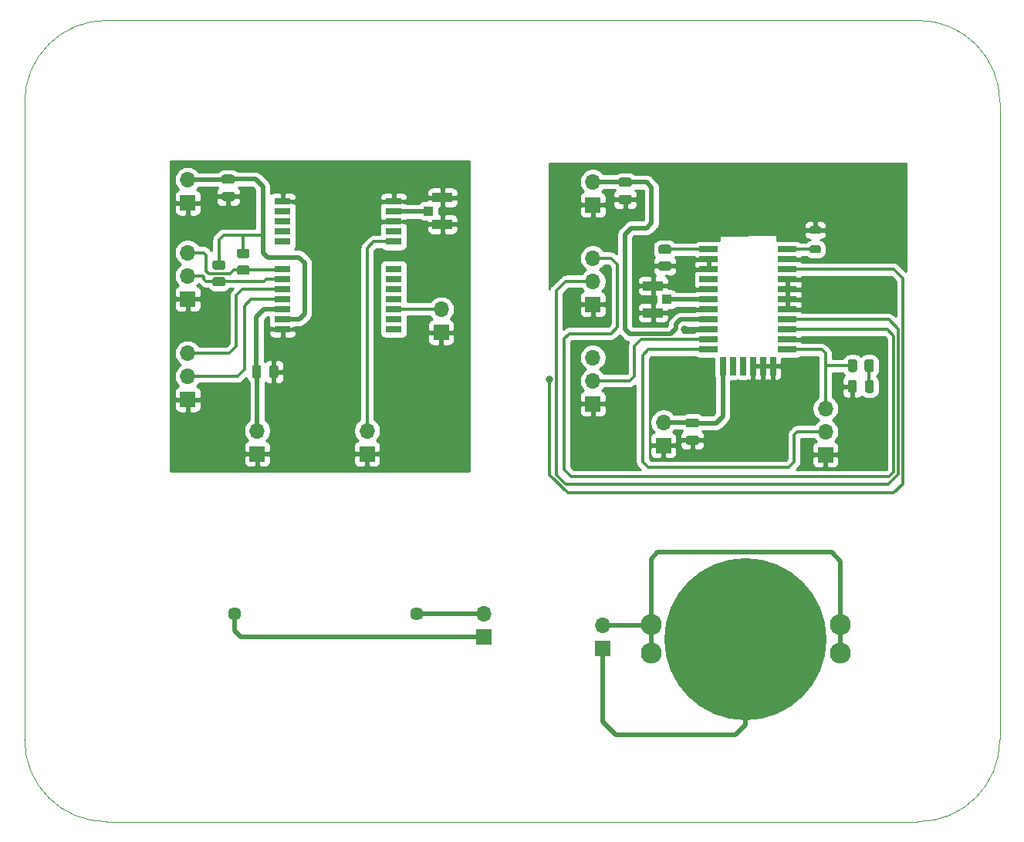
<source format=gbr>
%TF.GenerationSoftware,KiCad,Pcbnew,(5.1.10)-1*%
%TF.CreationDate,2021-07-19T17:08:21-04:00*%
%TF.ProjectId,gps-testing-board,6770732d-7465-4737-9469-6e672d626f61,rev?*%
%TF.SameCoordinates,Original*%
%TF.FileFunction,Copper,L1,Top*%
%TF.FilePolarity,Positive*%
%FSLAX46Y46*%
G04 Gerber Fmt 4.6, Leading zero omitted, Abs format (unit mm)*
G04 Created by KiCad (PCBNEW (5.1.10)-1) date 2021-07-19 17:08:21*
%MOMM*%
%LPD*%
G01*
G04 APERTURE LIST*
%TA.AperFunction,Profile*%
%ADD10C,0.050000*%
%TD*%
%TA.AperFunction,ComponentPad*%
%ADD11O,1.700000X1.700000*%
%TD*%
%TA.AperFunction,ComponentPad*%
%ADD12R,1.700000X1.700000*%
%TD*%
%TA.AperFunction,SMDPad,CuDef*%
%ADD13R,1.050000X1.050000*%
%TD*%
%TA.AperFunction,SMDPad,CuDef*%
%ADD14R,2.200000X1.050000*%
%TD*%
%TA.AperFunction,SMDPad,CuDef*%
%ADD15R,1.800000X0.800000*%
%TD*%
%TA.AperFunction,SMDPad,CuDef*%
%ADD16R,2.000000X0.700000*%
%TD*%
%TA.AperFunction,SMDPad,CuDef*%
%ADD17R,0.700000X2.000000*%
%TD*%
%TA.AperFunction,SMDPad,CuDef*%
%ADD18C,17.800000*%
%TD*%
%TA.AperFunction,ComponentPad*%
%ADD19C,2.300000*%
%TD*%
%TA.AperFunction,ComponentPad*%
%ADD20C,1.446000*%
%TD*%
%TA.AperFunction,ViaPad*%
%ADD21C,0.800000*%
%TD*%
%TA.AperFunction,Conductor*%
%ADD22C,0.500000*%
%TD*%
%TA.AperFunction,Conductor*%
%ADD23C,0.300000*%
%TD*%
%TA.AperFunction,Conductor*%
%ADD24C,0.254000*%
%TD*%
%TA.AperFunction,Conductor*%
%ADD25C,0.100000*%
%TD*%
G04 APERTURE END LIST*
D10*
X111000000Y-150000000D02*
G75*
G02*
X102000000Y-141000000I0J9000000D01*
G01*
X209000000Y-141000000D02*
G75*
G02*
X200000000Y-150000000I-9000000J0D01*
G01*
X200000000Y-62000000D02*
G75*
G02*
X209000000Y-71000000I0J-9000000D01*
G01*
X111000000Y-150000000D02*
X200000000Y-150000000D01*
X209000000Y-71000000D02*
X209000000Y-141000000D01*
X102000000Y-71000000D02*
G75*
G02*
X111000000Y-62000000I9000000J0D01*
G01*
X111000000Y-62000000D02*
X200000000Y-62000000D01*
X102000000Y-71000000D02*
X102000000Y-141000000D01*
%TO.P,C1,1*%
%TO.N,Net-(C1-Pad1)*%
%TA.AperFunction,SMDPad,CuDef*%
G36*
G01*
X167419000Y-79271200D02*
X168369000Y-79271200D01*
G75*
G02*
X168619000Y-79521200I0J-250000D01*
G01*
X168619000Y-80021200D01*
G75*
G02*
X168369000Y-80271200I-250000J0D01*
G01*
X167419000Y-80271200D01*
G75*
G02*
X167169000Y-80021200I0J250000D01*
G01*
X167169000Y-79521200D01*
G75*
G02*
X167419000Y-79271200I250000J0D01*
G01*
G37*
%TD.AperFunction*%
%TO.P,C1,2*%
%TO.N,GND1*%
%TA.AperFunction,SMDPad,CuDef*%
G36*
G01*
X167419000Y-81171200D02*
X168369000Y-81171200D01*
G75*
G02*
X168619000Y-81421200I0J-250000D01*
G01*
X168619000Y-81921200D01*
G75*
G02*
X168369000Y-82171200I-250000J0D01*
G01*
X167419000Y-82171200D01*
G75*
G02*
X167169000Y-81921200I0J250000D01*
G01*
X167169000Y-81421200D01*
G75*
G02*
X167419000Y-81171200I250000J0D01*
G01*
G37*
%TD.AperFunction*%
%TD*%
%TO.P,C2,2*%
%TO.N,GND2*%
%TA.AperFunction,SMDPad,CuDef*%
G36*
G01*
X123858000Y-80841000D02*
X124808000Y-80841000D01*
G75*
G02*
X125058000Y-81091000I0J-250000D01*
G01*
X125058000Y-81591000D01*
G75*
G02*
X124808000Y-81841000I-250000J0D01*
G01*
X123858000Y-81841000D01*
G75*
G02*
X123608000Y-81591000I0J250000D01*
G01*
X123608000Y-81091000D01*
G75*
G02*
X123858000Y-80841000I250000J0D01*
G01*
G37*
%TD.AperFunction*%
%TO.P,C2,1*%
%TO.N,Net-(C2-Pad1)*%
%TA.AperFunction,SMDPad,CuDef*%
G36*
G01*
X123858000Y-78941000D02*
X124808000Y-78941000D01*
G75*
G02*
X125058000Y-79191000I0J-250000D01*
G01*
X125058000Y-79691000D01*
G75*
G02*
X124808000Y-79941000I-250000J0D01*
G01*
X123858000Y-79941000D01*
G75*
G02*
X123608000Y-79691000I0J250000D01*
G01*
X123608000Y-79191000D01*
G75*
G02*
X123858000Y-78941000I250000J0D01*
G01*
G37*
%TD.AperFunction*%
%TD*%
%TO.P,C3,2*%
%TO.N,GND1*%
%TA.AperFunction,SMDPad,CuDef*%
G36*
G01*
X174785000Y-107612600D02*
X175735000Y-107612600D01*
G75*
G02*
X175985000Y-107862600I0J-250000D01*
G01*
X175985000Y-108362600D01*
G75*
G02*
X175735000Y-108612600I-250000J0D01*
G01*
X174785000Y-108612600D01*
G75*
G02*
X174535000Y-108362600I0J250000D01*
G01*
X174535000Y-107862600D01*
G75*
G02*
X174785000Y-107612600I250000J0D01*
G01*
G37*
%TD.AperFunction*%
%TO.P,C3,1*%
%TO.N,Net-(C3-Pad1)*%
%TA.AperFunction,SMDPad,CuDef*%
G36*
G01*
X174785000Y-105712600D02*
X175735000Y-105712600D01*
G75*
G02*
X175985000Y-105962600I0J-250000D01*
G01*
X175985000Y-106462600D01*
G75*
G02*
X175735000Y-106712600I-250000J0D01*
G01*
X174785000Y-106712600D01*
G75*
G02*
X174535000Y-106462600I0J250000D01*
G01*
X174535000Y-105962600D01*
G75*
G02*
X174785000Y-105712600I250000J0D01*
G01*
G37*
%TD.AperFunction*%
%TD*%
%TO.P,C4,1*%
%TO.N,Net-(C4-Pad1)*%
%TA.AperFunction,SMDPad,CuDef*%
G36*
G01*
X126947000Y-101059000D02*
X126947000Y-100109000D01*
G75*
G02*
X127197000Y-99859000I250000J0D01*
G01*
X127697000Y-99859000D01*
G75*
G02*
X127947000Y-100109000I0J-250000D01*
G01*
X127947000Y-101059000D01*
G75*
G02*
X127697000Y-101309000I-250000J0D01*
G01*
X127197000Y-101309000D01*
G75*
G02*
X126947000Y-101059000I0J250000D01*
G01*
G37*
%TD.AperFunction*%
%TO.P,C4,2*%
%TO.N,GND2*%
%TA.AperFunction,SMDPad,CuDef*%
G36*
G01*
X128847000Y-101059000D02*
X128847000Y-100109000D01*
G75*
G02*
X129097000Y-99859000I250000J0D01*
G01*
X129597000Y-99859000D01*
G75*
G02*
X129847000Y-100109000I0J-250000D01*
G01*
X129847000Y-101059000D01*
G75*
G02*
X129597000Y-101309000I-250000J0D01*
G01*
X129097000Y-101309000D01*
G75*
G02*
X128847000Y-101059000I0J250000D01*
G01*
G37*
%TD.AperFunction*%
%TD*%
%TO.P,D1,1*%
%TO.N,GND1*%
%TA.AperFunction,SMDPad,CuDef*%
G36*
G01*
X192326200Y-102665850D02*
X192326200Y-101753350D01*
G75*
G02*
X192569950Y-101509600I243750J0D01*
G01*
X193057450Y-101509600D01*
G75*
G02*
X193301200Y-101753350I0J-243750D01*
G01*
X193301200Y-102665850D01*
G75*
G02*
X193057450Y-102909600I-243750J0D01*
G01*
X192569950Y-102909600D01*
G75*
G02*
X192326200Y-102665850I0J243750D01*
G01*
G37*
%TD.AperFunction*%
%TO.P,D1,2*%
%TO.N,Net-(D1-Pad2)*%
%TA.AperFunction,SMDPad,CuDef*%
G36*
G01*
X194201200Y-102665850D02*
X194201200Y-101753350D01*
G75*
G02*
X194444950Y-101509600I243750J0D01*
G01*
X194932450Y-101509600D01*
G75*
G02*
X195176200Y-101753350I0J-243750D01*
G01*
X195176200Y-102665850D01*
G75*
G02*
X194932450Y-102909600I-243750J0D01*
G01*
X194444950Y-102909600D01*
G75*
G02*
X194201200Y-102665850I0J243750D01*
G01*
G37*
%TD.AperFunction*%
%TD*%
D11*
%TO.P,J1,2*%
%TO.N,Net-(C1-Pad1)*%
X164338000Y-79730600D03*
D12*
%TO.P,J1,1*%
%TO.N,GND1*%
X164338000Y-82270600D03*
%TD*%
%TO.P,J2,1*%
%TO.N,GND1*%
X164338000Y-93192600D03*
D11*
%TO.P,J2,2*%
%TO.N,Net-(J2-Pad2)*%
X164338000Y-90652600D03*
%TO.P,J2,3*%
%TO.N,Net-(J2-Pad3)*%
X164338000Y-88112600D03*
%TD*%
%TO.P,J3,3*%
%TO.N,Net-(J3-Pad3)*%
X164338000Y-99034600D03*
%TO.P,J3,2*%
%TO.N,Net-(J3-Pad2)*%
X164338000Y-101574600D03*
D12*
%TO.P,J3,1*%
%TO.N,GND1*%
X164338000Y-104114600D03*
%TD*%
%TO.P,J4,1*%
%TO.N,GND1*%
X172085000Y-108686600D03*
D11*
%TO.P,J4,2*%
%TO.N,Net-(C3-Pad1)*%
X172085000Y-106146600D03*
%TD*%
D12*
%TO.P,J5,1*%
%TO.N,GND2*%
X119888000Y-82042000D03*
D11*
%TO.P,J5,2*%
%TO.N,Net-(C2-Pad1)*%
X119888000Y-79502000D03*
%TD*%
%TO.P,J6,3*%
%TO.N,Net-(J6-Pad3)*%
X119888000Y-98552000D03*
%TO.P,J6,2*%
%TO.N,Net-(J6-Pad2)*%
X119888000Y-101092000D03*
D12*
%TO.P,J6,1*%
%TO.N,GND2*%
X119888000Y-103632000D03*
%TD*%
%TO.P,J7,1*%
%TO.N,GND2*%
X119888000Y-92583000D03*
D11*
%TO.P,J7,2*%
%TO.N,Net-(J7-Pad2)*%
X119888000Y-90043000D03*
%TO.P,J7,3*%
%TO.N,Net-(J7-Pad3)*%
X119888000Y-87503000D03*
%TD*%
%TO.P,J8,2*%
%TO.N,Net-(J8-Pad2)*%
X139573000Y-107061000D03*
D12*
%TO.P,J8,1*%
%TO.N,GND2*%
X139573000Y-109601000D03*
%TD*%
D11*
%TO.P,J9,2*%
%TO.N,Net-(C4-Pad1)*%
X127508000Y-107061000D03*
D12*
%TO.P,J9,1*%
%TO.N,GND2*%
X127508000Y-109601000D03*
%TD*%
D13*
%TO.P,J10,3*%
%TO.N,Net-(J10-Pad3)*%
X146303000Y-82931000D03*
D14*
%TO.P,J10,2*%
%TO.N,GND2*%
X147828000Y-81456000D03*
%TO.P,J10,1*%
X147828000Y-84406000D03*
%TD*%
%TO.P,J11,1*%
%TO.N,GND1*%
X170942000Y-91158800D03*
%TO.P,J11,2*%
X170942000Y-94108800D03*
D13*
%TO.P,J11,3*%
%TO.N,Net-(J11-Pad3)*%
X172467000Y-92633800D03*
%TD*%
D12*
%TO.P,J12,1*%
%TO.N,GND2*%
X147701000Y-96266000D03*
D11*
%TO.P,J12,2*%
%TO.N,Net-(J12-Pad2)*%
X147701000Y-93726000D03*
%TD*%
D12*
%TO.P,J13,1*%
%TO.N,GND1*%
X189865000Y-109702600D03*
D11*
%TO.P,J13,2*%
%TO.N,Net-(J13-Pad2)*%
X189865000Y-107162600D03*
%TO.P,J13,3*%
%TO.N,Net-(J13-Pad3)*%
X189865000Y-104622600D03*
%TD*%
%TO.P,L1,1*%
%TO.N,Net-(L1-Pad1)*%
%TA.AperFunction,SMDPad,CuDef*%
G36*
G01*
X189128650Y-87580600D02*
X188366150Y-87580600D01*
G75*
G02*
X188147400Y-87361850I0J218750D01*
G01*
X188147400Y-86924350D01*
G75*
G02*
X188366150Y-86705600I218750J0D01*
G01*
X189128650Y-86705600D01*
G75*
G02*
X189347400Y-86924350I0J-218750D01*
G01*
X189347400Y-87361850D01*
G75*
G02*
X189128650Y-87580600I-218750J0D01*
G01*
G37*
%TD.AperFunction*%
%TO.P,L1,2*%
%TO.N,GND1*%
%TA.AperFunction,SMDPad,CuDef*%
G36*
G01*
X189128650Y-85455600D02*
X188366150Y-85455600D01*
G75*
G02*
X188147400Y-85236850I0J218750D01*
G01*
X188147400Y-84799350D01*
G75*
G02*
X188366150Y-84580600I218750J0D01*
G01*
X189128650Y-84580600D01*
G75*
G02*
X189347400Y-84799350I0J-218750D01*
G01*
X189347400Y-85236850D01*
G75*
G02*
X189128650Y-85455600I-218750J0D01*
G01*
G37*
%TD.AperFunction*%
%TD*%
%TO.P,R1,1*%
%TO.N,Net-(C2-Pad1)*%
%TA.AperFunction,SMDPad,CuDef*%
G36*
G01*
X122866999Y-88364000D02*
X123767001Y-88364000D01*
G75*
G02*
X124017000Y-88613999I0J-249999D01*
G01*
X124017000Y-89139001D01*
G75*
G02*
X123767001Y-89389000I-249999J0D01*
G01*
X122866999Y-89389000D01*
G75*
G02*
X122617000Y-89139001I0J249999D01*
G01*
X122617000Y-88613999D01*
G75*
G02*
X122866999Y-88364000I249999J0D01*
G01*
G37*
%TD.AperFunction*%
%TO.P,R1,2*%
%TO.N,Net-(J7-Pad2)*%
%TA.AperFunction,SMDPad,CuDef*%
G36*
G01*
X122866999Y-90189000D02*
X123767001Y-90189000D01*
G75*
G02*
X124017000Y-90438999I0J-249999D01*
G01*
X124017000Y-90964001D01*
G75*
G02*
X123767001Y-91214000I-249999J0D01*
G01*
X122866999Y-91214000D01*
G75*
G02*
X122617000Y-90964001I0J249999D01*
G01*
X122617000Y-90438999D01*
G75*
G02*
X122866999Y-90189000I249999J0D01*
G01*
G37*
%TD.AperFunction*%
%TD*%
%TO.P,R2,2*%
%TO.N,Net-(J7-Pad3)*%
%TA.AperFunction,SMDPad,CuDef*%
G36*
G01*
X125533999Y-88919000D02*
X126434001Y-88919000D01*
G75*
G02*
X126684000Y-89168999I0J-249999D01*
G01*
X126684000Y-89694001D01*
G75*
G02*
X126434001Y-89944000I-249999J0D01*
G01*
X125533999Y-89944000D01*
G75*
G02*
X125284000Y-89694001I0J249999D01*
G01*
X125284000Y-89168999D01*
G75*
G02*
X125533999Y-88919000I249999J0D01*
G01*
G37*
%TD.AperFunction*%
%TO.P,R2,1*%
%TO.N,Net-(C2-Pad1)*%
%TA.AperFunction,SMDPad,CuDef*%
G36*
G01*
X125533999Y-87094000D02*
X126434001Y-87094000D01*
G75*
G02*
X126684000Y-87343999I0J-249999D01*
G01*
X126684000Y-87869001D01*
G75*
G02*
X126434001Y-88119000I-249999J0D01*
G01*
X125533999Y-88119000D01*
G75*
G02*
X125284000Y-87869001I0J249999D01*
G01*
X125284000Y-87343999D01*
G75*
G02*
X125533999Y-87094000I249999J0D01*
G01*
G37*
%TD.AperFunction*%
%TD*%
%TO.P,R3,1*%
%TO.N,Net-(J13-Pad3)*%
%TA.AperFunction,SMDPad,CuDef*%
G36*
G01*
X192326200Y-100373601D02*
X192326200Y-99473599D01*
G75*
G02*
X192576199Y-99223600I249999J0D01*
G01*
X193101201Y-99223600D01*
G75*
G02*
X193351200Y-99473599I0J-249999D01*
G01*
X193351200Y-100373601D01*
G75*
G02*
X193101201Y-100623600I-249999J0D01*
G01*
X192576199Y-100623600D01*
G75*
G02*
X192326200Y-100373601I0J249999D01*
G01*
G37*
%TD.AperFunction*%
%TO.P,R3,2*%
%TO.N,Net-(D1-Pad2)*%
%TA.AperFunction,SMDPad,CuDef*%
G36*
G01*
X194151200Y-100373601D02*
X194151200Y-99473599D01*
G75*
G02*
X194401199Y-99223600I249999J0D01*
G01*
X194926201Y-99223600D01*
G75*
G02*
X195176200Y-99473599I0J-249999D01*
G01*
X195176200Y-100373601D01*
G75*
G02*
X194926201Y-100623600I-249999J0D01*
G01*
X194401199Y-100623600D01*
G75*
G02*
X194151200Y-100373601I0J249999D01*
G01*
G37*
%TD.AperFunction*%
%TD*%
%TO.P,R4,2*%
%TO.N,GND1*%
%TA.AperFunction,SMDPad,CuDef*%
G36*
G01*
X171787399Y-88461800D02*
X172687401Y-88461800D01*
G75*
G02*
X172937400Y-88711799I0J-249999D01*
G01*
X172937400Y-89236801D01*
G75*
G02*
X172687401Y-89486800I-249999J0D01*
G01*
X171787399Y-89486800D01*
G75*
G02*
X171537400Y-89236801I0J249999D01*
G01*
X171537400Y-88711799D01*
G75*
G02*
X171787399Y-88461800I249999J0D01*
G01*
G37*
%TD.AperFunction*%
%TO.P,R4,1*%
%TO.N,Net-(R4-Pad1)*%
%TA.AperFunction,SMDPad,CuDef*%
G36*
G01*
X171787399Y-86636800D02*
X172687401Y-86636800D01*
G75*
G02*
X172937400Y-86886799I0J-249999D01*
G01*
X172937400Y-87411801D01*
G75*
G02*
X172687401Y-87661800I-249999J0D01*
G01*
X171787399Y-87661800D01*
G75*
G02*
X171537400Y-87411801I0J249999D01*
G01*
X171537400Y-86886799D01*
G75*
G02*
X171787399Y-86636800I249999J0D01*
G01*
G37*
%TD.AperFunction*%
%TD*%
D15*
%TO.P,U1,24*%
%TO.N,GND2*%
X130298000Y-95900000D03*
%TO.P,U1,23*%
%TO.N,Net-(C2-Pad1)*%
X130298000Y-94800000D03*
%TO.P,U1,22*%
%TO.N,Net-(C4-Pad1)*%
X130298000Y-93700000D03*
%TO.P,U1,21*%
%TO.N,Net-(J6-Pad2)*%
X130298000Y-92600000D03*
%TO.P,U1,20*%
%TO.N,Net-(J6-Pad3)*%
X130298000Y-91500000D03*
%TO.P,U1,19*%
%TO.N,Net-(J7-Pad2)*%
X130298000Y-90400000D03*
%TO.P,U1,18*%
%TO.N,Net-(J7-Pad3)*%
X130298000Y-89300000D03*
%TO.P,U1,17*%
%TO.N,Net-(U1-Pad17)*%
X130298000Y-86300000D03*
%TO.P,U1,16*%
%TO.N,Net-(U1-Pad16)*%
X130298000Y-85200000D03*
%TO.P,U1,15*%
%TO.N,Net-(U1-Pad15)*%
X130298000Y-84100000D03*
%TO.P,U1,14*%
%TO.N,Net-(U1-Pad14)*%
X130298000Y-83000000D03*
%TO.P,U1,13*%
%TO.N,GND2*%
X130298000Y-81900000D03*
%TO.P,U1,12*%
X142498000Y-81900000D03*
%TO.P,U1,11*%
%TO.N,Net-(J10-Pad3)*%
X142498000Y-83000000D03*
%TO.P,U1,10*%
%TO.N,GND2*%
X142498000Y-84100000D03*
%TO.P,U1,9*%
%TO.N,Net-(U1-Pad9)*%
X142498000Y-85200000D03*
%TO.P,U1,8*%
%TO.N,Net-(J8-Pad2)*%
X142498000Y-86300000D03*
%TO.P,U1,7*%
%TO.N,Net-(U1-Pad7)*%
X142498000Y-89300000D03*
%TO.P,U1,6*%
%TO.N,Net-(U1-Pad6)*%
X142498000Y-90400000D03*
%TO.P,U1,5*%
%TO.N,Net-(U1-Pad5)*%
X142498000Y-91500000D03*
%TO.P,U1,4*%
%TO.N,Net-(U1-Pad4)*%
X142498000Y-92600000D03*
%TO.P,U1,3*%
%TO.N,Net-(J12-Pad2)*%
X142498000Y-93700000D03*
%TO.P,U1,2*%
%TO.N,Net-(U1-Pad2)*%
X142498000Y-94800000D03*
%TO.P,U1,1*%
%TO.N,Net-(U1-Pad1)*%
X142498000Y-95900000D03*
%TD*%
D16*
%TO.P,U2,28*%
%TO.N,Net-(L1-Pad1)*%
X185696000Y-87146600D03*
%TO.P,U2,27*%
%TO.N,GND1*%
X185696000Y-88246600D03*
%TO.P,U2,26*%
%TO.N,Net-(J3-Pad3)*%
X185696000Y-89346600D03*
%TO.P,U2,25*%
%TO.N,GND1*%
X185696000Y-90446600D03*
%TO.P,U2,24*%
X185696000Y-91546600D03*
%TO.P,U2,23*%
X185696000Y-92646600D03*
%TO.P,U2,22*%
X185696000Y-93746600D03*
%TO.P,U2,21*%
%TO.N,Net-(J2-Pad2)*%
X185696000Y-94846600D03*
%TO.P,U2,20*%
%TO.N,Net-(J2-Pad3)*%
X185696000Y-95946600D03*
%TO.P,U2,19*%
%TO.N,GND1*%
X185696000Y-97046600D03*
%TO.P,U2,18*%
%TO.N,Net-(J13-Pad3)*%
X185696000Y-98146600D03*
D17*
%TO.P,U2,17*%
%TO.N,GND1*%
X184106000Y-99946600D03*
%TO.P,U2,16*%
X183006000Y-99946600D03*
%TO.P,U2,15*%
X181906000Y-99946600D03*
%TO.P,U2,14*%
%TO.N,Net-(U2-Pad14)*%
X180806000Y-99946600D03*
%TO.P,U2,13*%
%TO.N,Net-(U2-Pad13)*%
X179706000Y-99946600D03*
%TO.P,U2,12*%
%TO.N,Net-(C3-Pad1)*%
X178606000Y-99946600D03*
D16*
%TO.P,U2,11*%
%TO.N,Net-(J13-Pad2)*%
X177056000Y-98146600D03*
%TO.P,U2,10*%
%TO.N,Net-(J3-Pad2)*%
X177056000Y-97046600D03*
%TO.P,U2,9*%
%TO.N,GND1*%
X177056000Y-95946600D03*
%TO.P,U2,8*%
%TO.N,Net-(C1-Pad1)*%
X177056000Y-94846600D03*
%TO.P,U2,7*%
%TO.N,GND1*%
X177056000Y-93746600D03*
%TO.P,U2,6*%
%TO.N,Net-(J11-Pad3)*%
X177056000Y-92646600D03*
%TO.P,U2,5*%
%TO.N,GND1*%
X177056000Y-91546600D03*
%TO.P,U2,4*%
%TO.N,Net-(U2-Pad4)*%
X177056000Y-90446600D03*
%TO.P,U2,3*%
%TO.N,GND1*%
X177056000Y-89346600D03*
%TO.P,U2,2*%
X177056000Y-88246600D03*
%TO.P,U2,1*%
%TO.N,Net-(R4-Pad1)*%
X177056000Y-87146600D03*
%TD*%
D12*
%TO.P,J14,1*%
%TO.N,Net-(J14-Pad1)*%
X165404800Y-130937000D03*
D11*
%TO.P,J14,2*%
%TO.N,Net-(J14-Pad2)*%
X165404800Y-128397000D03*
%TD*%
%TO.P,J15,2*%
%TO.N,Net-(J15-Pad2)*%
X152400000Y-127152400D03*
D12*
%TO.P,J15,1*%
%TO.N,Net-(J15-Pad1)*%
X152400000Y-129692400D03*
%TD*%
D18*
%TO.P,J16,1*%
%TO.N,Net-(J14-Pad1)*%
X181127400Y-129946400D03*
D19*
%TO.P,J16,2*%
%TO.N,Net-(J14-Pad2)*%
X170727400Y-131446400D03*
X170727400Y-128346400D03*
X191527400Y-128346400D03*
X191527400Y-131446400D03*
%TD*%
D20*
%TO.P,J17,2*%
%TO.N,Net-(J15-Pad2)*%
X145018800Y-127152400D03*
%TO.P,J17,1*%
%TO.N,Net-(J15-Pad1)*%
X125018800Y-127152400D03*
%TD*%
D21*
%TO.N,GND1*%
X188163200Y-91541600D03*
X188163200Y-92557600D03*
X174396400Y-95910400D03*
%TO.N,Net-(J3-Pad3)*%
X159600200Y-101422200D03*
%TD*%
D22*
%TO.N,Net-(C1-Pad1)*%
X167853400Y-79730600D02*
X167894000Y-79771200D01*
X164338000Y-79730600D02*
X167853400Y-79730600D01*
X170789600Y-80340200D02*
X170220600Y-79771200D01*
X168529000Y-84810600D02*
X170230800Y-84810600D01*
X167868600Y-85471000D02*
X168529000Y-84810600D01*
X170220600Y-79771200D02*
X167894000Y-79771200D01*
X170230800Y-84810600D02*
X170789600Y-84251800D01*
X168379390Y-96446590D02*
X167868600Y-95935800D01*
X167868600Y-95935800D02*
X167868600Y-85471000D01*
X170789600Y-84251800D02*
X170789600Y-80340200D01*
X168379390Y-96446590D02*
X172844210Y-96446590D01*
X172844210Y-96446590D02*
X173431200Y-95859600D01*
X173431200Y-95859600D02*
X173431200Y-95351600D01*
X173936200Y-94846600D02*
X177056000Y-94846600D01*
X173431200Y-95351600D02*
X173936200Y-94846600D01*
%TO.N,GND1*%
X174432600Y-95946600D02*
X174396400Y-95910400D01*
X177056000Y-95946600D02*
X174432600Y-95946600D01*
%TO.N,Net-(C2-Pad1)*%
X124272000Y-79502000D02*
X124333000Y-79441000D01*
X119888000Y-79502000D02*
X124272000Y-79502000D01*
X124333000Y-79441000D02*
X127320000Y-79441000D01*
X127320000Y-79441000D02*
X128143000Y-80264000D01*
X128143000Y-87503000D02*
X128651000Y-88011000D01*
X128651000Y-88011000D02*
X132080000Y-88011000D01*
X132080000Y-88011000D02*
X132715000Y-88646000D01*
X132715000Y-88646000D02*
X132715000Y-94234000D01*
X132149000Y-94800000D02*
X130298000Y-94800000D01*
X132715000Y-94234000D02*
X132149000Y-94800000D01*
D23*
X123317000Y-88876500D02*
X123317000Y-86106000D01*
X123317000Y-86106000D02*
X123825000Y-85598000D01*
D22*
X128143000Y-85598000D02*
X128143000Y-87503000D01*
X128143000Y-80264000D02*
X128143000Y-85598000D01*
D23*
X125984000Y-87606500D02*
X125984000Y-85598000D01*
X125984000Y-85598000D02*
X128143000Y-85598000D01*
X123825000Y-85598000D02*
X125984000Y-85598000D01*
D22*
%TO.N,Net-(C3-Pad1)*%
X175194000Y-106146600D02*
X175260000Y-106212600D01*
X172085000Y-106146600D02*
X175194000Y-106146600D01*
X175260000Y-106212600D02*
X177861000Y-106212600D01*
X178606000Y-105467600D02*
X178606000Y-99946600D01*
X177861000Y-106212600D02*
X178606000Y-105467600D01*
%TO.N,Net-(C4-Pad1)*%
X127508000Y-100645000D02*
X127447000Y-100584000D01*
X127508000Y-107061000D02*
X127508000Y-100645000D01*
X127447000Y-100584000D02*
X127447000Y-94549000D01*
X128296000Y-93700000D02*
X130298000Y-93700000D01*
X127447000Y-94549000D02*
X128296000Y-93700000D01*
D23*
%TO.N,Net-(D1-Pad2)*%
X194663700Y-102184600D02*
X194688700Y-102209600D01*
X194663700Y-99923600D02*
X194663700Y-102184600D01*
%TO.N,Net-(J2-Pad2)*%
X187118800Y-94846600D02*
X185696000Y-94846600D01*
X196802200Y-94846600D02*
X187118800Y-94846600D01*
X197848590Y-95892990D02*
X196802200Y-94846600D01*
X161340800Y-112928400D02*
X196748400Y-112928400D01*
X160350200Y-111937800D02*
X161340800Y-112928400D01*
X196748400Y-112928400D02*
X197848590Y-111828210D01*
X160350200Y-91694000D02*
X160350200Y-111937800D01*
X161391600Y-90652600D02*
X160350200Y-91694000D01*
X197848590Y-111828210D02*
X197848590Y-95892990D01*
X164338000Y-90652600D02*
X161391600Y-90652600D01*
%TO.N,Net-(J3-Pad2)*%
X168910000Y-97764600D02*
X169628000Y-97046600D01*
X168910000Y-101066600D02*
X168910000Y-97764600D01*
X168402000Y-101574600D02*
X168910000Y-101066600D01*
X169628000Y-97046600D02*
X177056000Y-97046600D01*
X164338000Y-101574600D02*
X168402000Y-101574600D01*
%TO.N,Net-(J6-Pad2)*%
X126856000Y-92600000D02*
X130298000Y-92600000D01*
X126111000Y-100330000D02*
X126111000Y-93345000D01*
X126111000Y-93345000D02*
X126856000Y-92600000D01*
X125349000Y-101092000D02*
X126111000Y-100330000D01*
X119888000Y-101092000D02*
X125349000Y-101092000D01*
%TO.N,Net-(J7-Pad2)*%
X119888000Y-90043000D02*
X121539000Y-90043000D01*
X121539000Y-90043000D02*
X121666000Y-90170000D01*
X121666000Y-90170000D02*
X121666000Y-90424000D01*
X121896500Y-90654500D02*
X123317000Y-90654500D01*
X121666000Y-90424000D02*
X121896500Y-90654500D01*
X123317000Y-90654500D02*
X128293500Y-90654500D01*
X128548000Y-90400000D02*
X130298000Y-90400000D01*
X128293500Y-90654500D02*
X128548000Y-90400000D01*
D22*
%TO.N,Net-(J10-Pad3)*%
X146234000Y-83000000D02*
X146303000Y-82931000D01*
X142498000Y-83000000D02*
X146234000Y-83000000D01*
%TO.N,Net-(J11-Pad3)*%
X177043200Y-92633800D02*
X177056000Y-92646600D01*
X172467000Y-92633800D02*
X177043200Y-92633800D01*
D23*
%TO.N,Net-(J13-Pad2)*%
X186436000Y-107492800D02*
X186766200Y-107162600D01*
X185801000Y-111099600D02*
X186436000Y-110464600D01*
X169799000Y-110464600D02*
X170434000Y-111099600D01*
X169799000Y-98780600D02*
X169799000Y-110464600D01*
X186766200Y-107162600D02*
X189865000Y-107162600D01*
X170434000Y-111099600D02*
X185801000Y-111099600D01*
X170433000Y-98146600D02*
X169799000Y-98780600D01*
X186436000Y-110464600D02*
X186436000Y-107492800D01*
X177056000Y-98146600D02*
X170433000Y-98146600D01*
%TO.N,Net-(L1-Pad1)*%
X188743900Y-87146600D02*
X188747400Y-87143100D01*
X185696000Y-87146600D02*
X188743900Y-87146600D01*
%TO.N,Net-(R4-Pad1)*%
X177053300Y-87149300D02*
X177056000Y-87146600D01*
X172237400Y-87149300D02*
X177053300Y-87149300D01*
%TO.N,Net-(J2-Pad3)*%
X164338000Y-88112600D02*
X166319200Y-88112600D01*
X196632200Y-95946600D02*
X187466600Y-95946600D01*
X166319200Y-88112600D02*
X167030400Y-88823800D01*
X167030400Y-95681800D02*
X166319200Y-96393000D01*
X187466600Y-95946600D02*
X185696000Y-95946600D01*
X161747200Y-96393000D02*
X161163000Y-96977200D01*
X161163000Y-111302800D02*
X161975800Y-112115600D01*
X161163000Y-96977200D02*
X161163000Y-111302800D01*
X166319200Y-96393000D02*
X161747200Y-96393000D01*
X161975800Y-112115600D02*
X196854080Y-112115600D01*
X196854080Y-112115600D02*
X197348580Y-111621100D01*
X197348580Y-111621100D02*
X197348580Y-96662980D01*
X167030400Y-88823800D02*
X167030400Y-95681800D01*
X197348580Y-96662980D02*
X196632200Y-95946600D01*
%TO.N,Net-(J3-Pad3)*%
X185696000Y-89346600D02*
X197372800Y-89346600D01*
X197372800Y-89346600D02*
X198348600Y-90322400D01*
X198348600Y-112903000D02*
X197383400Y-113868200D01*
X159600200Y-111894920D02*
X159600200Y-101422200D01*
X161573480Y-113868200D02*
X159600200Y-111894920D01*
X197383400Y-113868200D02*
X161573480Y-113868200D01*
X198348600Y-90322400D02*
X198348600Y-112903000D01*
%TO.N,Net-(J6-Pad3)*%
X119888000Y-98552000D02*
X124460000Y-98552000D01*
X124460000Y-98552000D02*
X125222000Y-97790000D01*
X125222000Y-97790000D02*
X125222000Y-92202000D01*
X125924000Y-91500000D02*
X130298000Y-91500000D01*
X125222000Y-92202000D02*
X125924000Y-91500000D01*
%TO.N,Net-(J7-Pad3)*%
X119888000Y-87503000D02*
X121666000Y-87503000D01*
X121666000Y-87503000D02*
X121920000Y-87757000D01*
X121920000Y-87757000D02*
X121920000Y-89535000D01*
X122223990Y-89838990D02*
X124537010Y-89838990D01*
X121920000Y-89535000D02*
X122223990Y-89838990D01*
X124944500Y-89431500D02*
X125984000Y-89431500D01*
X124537010Y-89838990D02*
X124944500Y-89431500D01*
X130166500Y-89431500D02*
X130298000Y-89300000D01*
X125984000Y-89431500D02*
X130166500Y-89431500D01*
%TO.N,Net-(J8-Pad2)*%
X140268000Y-86300000D02*
X142498000Y-86300000D01*
X139573000Y-86995000D02*
X140268000Y-86300000D01*
X139573000Y-107061000D02*
X139573000Y-86995000D01*
%TO.N,Net-(J12-Pad2)*%
X147675000Y-93700000D02*
X147701000Y-93726000D01*
X142498000Y-93700000D02*
X147675000Y-93700000D01*
%TO.N,Net-(J13-Pad3)*%
X189434200Y-98146600D02*
X189865000Y-98577400D01*
X185696000Y-98146600D02*
X189434200Y-98146600D01*
X189941200Y-99923600D02*
X189865000Y-99847400D01*
X192838700Y-99923600D02*
X189941200Y-99923600D01*
X189865000Y-99847400D02*
X189865000Y-104622600D01*
X189865000Y-98577400D02*
X189865000Y-99847400D01*
D22*
%TO.N,Net-(J14-Pad1)*%
X181127400Y-129946400D02*
X181127400Y-139369800D01*
X181127400Y-139369800D02*
X180009800Y-140487400D01*
X180009800Y-140487400D02*
X166903400Y-140487400D01*
X165404800Y-138988800D02*
X165404800Y-130937000D01*
X166903400Y-140487400D02*
X165404800Y-138988800D01*
%TO.N,Net-(J14-Pad2)*%
X191527400Y-131446400D02*
X191527400Y-128346400D01*
X191527400Y-128346400D02*
X191527400Y-121372600D01*
X191527400Y-121372600D02*
X190550800Y-120396000D01*
X190550800Y-120396000D02*
X171450000Y-120396000D01*
X170727400Y-121118600D02*
X170727400Y-128346400D01*
X171450000Y-120396000D02*
X170727400Y-121118600D01*
X170727400Y-128346400D02*
X170727400Y-131446400D01*
X170676800Y-128397000D02*
X170727400Y-128346400D01*
X165404800Y-128397000D02*
X170676800Y-128397000D01*
%TO.N,Net-(J15-Pad2)*%
X145018800Y-127152400D02*
X152400000Y-127152400D01*
%TO.N,Net-(J15-Pad1)*%
X125018800Y-127152400D02*
X125018800Y-129006600D01*
X125704600Y-129692400D02*
X152400000Y-129692400D01*
X125018800Y-129006600D02*
X125704600Y-129692400D01*
%TD*%
D24*
%TO.N,GND2*%
X150749000Y-111506000D02*
X117983000Y-111506000D01*
X117983000Y-110451000D01*
X126019928Y-110451000D01*
X126032188Y-110575482D01*
X126068498Y-110695180D01*
X126127463Y-110805494D01*
X126206815Y-110902185D01*
X126303506Y-110981537D01*
X126413820Y-111040502D01*
X126533518Y-111076812D01*
X126658000Y-111089072D01*
X127222250Y-111086000D01*
X127381000Y-110927250D01*
X127381000Y-109728000D01*
X127635000Y-109728000D01*
X127635000Y-110927250D01*
X127793750Y-111086000D01*
X128358000Y-111089072D01*
X128482482Y-111076812D01*
X128602180Y-111040502D01*
X128712494Y-110981537D01*
X128809185Y-110902185D01*
X128888537Y-110805494D01*
X128947502Y-110695180D01*
X128983812Y-110575482D01*
X128996072Y-110451000D01*
X138084928Y-110451000D01*
X138097188Y-110575482D01*
X138133498Y-110695180D01*
X138192463Y-110805494D01*
X138271815Y-110902185D01*
X138368506Y-110981537D01*
X138478820Y-111040502D01*
X138598518Y-111076812D01*
X138723000Y-111089072D01*
X139287250Y-111086000D01*
X139446000Y-110927250D01*
X139446000Y-109728000D01*
X139700000Y-109728000D01*
X139700000Y-110927250D01*
X139858750Y-111086000D01*
X140423000Y-111089072D01*
X140547482Y-111076812D01*
X140667180Y-111040502D01*
X140777494Y-110981537D01*
X140874185Y-110902185D01*
X140953537Y-110805494D01*
X141012502Y-110695180D01*
X141048812Y-110575482D01*
X141061072Y-110451000D01*
X141058000Y-109886750D01*
X140899250Y-109728000D01*
X139700000Y-109728000D01*
X139446000Y-109728000D01*
X138246750Y-109728000D01*
X138088000Y-109886750D01*
X138084928Y-110451000D01*
X128996072Y-110451000D01*
X128993000Y-109886750D01*
X128834250Y-109728000D01*
X127635000Y-109728000D01*
X127381000Y-109728000D01*
X126181750Y-109728000D01*
X126023000Y-109886750D01*
X126019928Y-110451000D01*
X117983000Y-110451000D01*
X117983000Y-104482000D01*
X118399928Y-104482000D01*
X118412188Y-104606482D01*
X118448498Y-104726180D01*
X118507463Y-104836494D01*
X118586815Y-104933185D01*
X118683506Y-105012537D01*
X118793820Y-105071502D01*
X118913518Y-105107812D01*
X119038000Y-105120072D01*
X119602250Y-105117000D01*
X119761000Y-104958250D01*
X119761000Y-103759000D01*
X120015000Y-103759000D01*
X120015000Y-104958250D01*
X120173750Y-105117000D01*
X120738000Y-105120072D01*
X120862482Y-105107812D01*
X120982180Y-105071502D01*
X121092494Y-105012537D01*
X121189185Y-104933185D01*
X121268537Y-104836494D01*
X121327502Y-104726180D01*
X121363812Y-104606482D01*
X121376072Y-104482000D01*
X121373000Y-103917750D01*
X121214250Y-103759000D01*
X120015000Y-103759000D01*
X119761000Y-103759000D01*
X118561750Y-103759000D01*
X118403000Y-103917750D01*
X118399928Y-104482000D01*
X117983000Y-104482000D01*
X117983000Y-93433000D01*
X118399928Y-93433000D01*
X118412188Y-93557482D01*
X118448498Y-93677180D01*
X118507463Y-93787494D01*
X118586815Y-93884185D01*
X118683506Y-93963537D01*
X118793820Y-94022502D01*
X118913518Y-94058812D01*
X119038000Y-94071072D01*
X119602250Y-94068000D01*
X119761000Y-93909250D01*
X119761000Y-92710000D01*
X120015000Y-92710000D01*
X120015000Y-93909250D01*
X120173750Y-94068000D01*
X120738000Y-94071072D01*
X120862482Y-94058812D01*
X120982180Y-94022502D01*
X121092494Y-93963537D01*
X121189185Y-93884185D01*
X121268537Y-93787494D01*
X121327502Y-93677180D01*
X121363812Y-93557482D01*
X121376072Y-93433000D01*
X121373000Y-92868750D01*
X121214250Y-92710000D01*
X120015000Y-92710000D01*
X119761000Y-92710000D01*
X118561750Y-92710000D01*
X118403000Y-92868750D01*
X118399928Y-93433000D01*
X117983000Y-93433000D01*
X117983000Y-82892000D01*
X118399928Y-82892000D01*
X118412188Y-83016482D01*
X118448498Y-83136180D01*
X118507463Y-83246494D01*
X118586815Y-83343185D01*
X118683506Y-83422537D01*
X118793820Y-83481502D01*
X118913518Y-83517812D01*
X119038000Y-83530072D01*
X119602250Y-83527000D01*
X119761000Y-83368250D01*
X119761000Y-82169000D01*
X120015000Y-82169000D01*
X120015000Y-83368250D01*
X120173750Y-83527000D01*
X120738000Y-83530072D01*
X120862482Y-83517812D01*
X120982180Y-83481502D01*
X121092494Y-83422537D01*
X121189185Y-83343185D01*
X121268537Y-83246494D01*
X121327502Y-83136180D01*
X121363812Y-83016482D01*
X121376072Y-82892000D01*
X121373000Y-82327750D01*
X121214250Y-82169000D01*
X120015000Y-82169000D01*
X119761000Y-82169000D01*
X118561750Y-82169000D01*
X118403000Y-82327750D01*
X118399928Y-82892000D01*
X117983000Y-82892000D01*
X117983000Y-81192000D01*
X118399928Y-81192000D01*
X118403000Y-81756250D01*
X118561750Y-81915000D01*
X119761000Y-81915000D01*
X119761000Y-81895000D01*
X120015000Y-81895000D01*
X120015000Y-81915000D01*
X121214250Y-81915000D01*
X121288250Y-81841000D01*
X122969928Y-81841000D01*
X122982188Y-81965482D01*
X123018498Y-82085180D01*
X123077463Y-82195494D01*
X123156815Y-82292185D01*
X123253506Y-82371537D01*
X123363820Y-82430502D01*
X123483518Y-82466812D01*
X123608000Y-82479072D01*
X124047250Y-82476000D01*
X124206000Y-82317250D01*
X124206000Y-81468000D01*
X124460000Y-81468000D01*
X124460000Y-82317250D01*
X124618750Y-82476000D01*
X125058000Y-82479072D01*
X125182482Y-82466812D01*
X125302180Y-82430502D01*
X125412494Y-82371537D01*
X125509185Y-82292185D01*
X125588537Y-82195494D01*
X125647502Y-82085180D01*
X125683812Y-81965482D01*
X125696072Y-81841000D01*
X125693000Y-81626750D01*
X125534250Y-81468000D01*
X124460000Y-81468000D01*
X124206000Y-81468000D01*
X123131750Y-81468000D01*
X122973000Y-81626750D01*
X122969928Y-81841000D01*
X121288250Y-81841000D01*
X121373000Y-81756250D01*
X121376072Y-81192000D01*
X121363812Y-81067518D01*
X121327502Y-80947820D01*
X121268537Y-80837506D01*
X121189185Y-80740815D01*
X121092494Y-80661463D01*
X120982180Y-80602498D01*
X120909620Y-80580487D01*
X121041475Y-80448632D01*
X121082656Y-80387000D01*
X123160245Y-80387000D01*
X123156815Y-80389815D01*
X123077463Y-80486506D01*
X123018498Y-80596820D01*
X122982188Y-80716518D01*
X122969928Y-80841000D01*
X122973000Y-81055250D01*
X123131750Y-81214000D01*
X124206000Y-81214000D01*
X124206000Y-81194000D01*
X124460000Y-81194000D01*
X124460000Y-81214000D01*
X125534250Y-81214000D01*
X125693000Y-81055250D01*
X125696072Y-80841000D01*
X125683812Y-80716518D01*
X125647502Y-80596820D01*
X125588537Y-80486506D01*
X125509185Y-80389815D01*
X125431426Y-80326000D01*
X126953422Y-80326000D01*
X127258000Y-80630579D01*
X127258001Y-84813000D01*
X126022561Y-84813000D01*
X125984000Y-84809202D01*
X125945440Y-84813000D01*
X123863552Y-84813000D01*
X123824999Y-84809203D01*
X123786446Y-84813000D01*
X123786439Y-84813000D01*
X123685490Y-84822943D01*
X123671112Y-84824359D01*
X123636672Y-84834806D01*
X123523140Y-84869246D01*
X123386767Y-84942138D01*
X123267236Y-85040236D01*
X123242653Y-85070190D01*
X122789185Y-85523658D01*
X122759237Y-85548236D01*
X122734659Y-85578184D01*
X122734655Y-85578188D01*
X122701690Y-85618356D01*
X122661139Y-85667767D01*
X122634474Y-85717655D01*
X122588246Y-85804141D01*
X122543359Y-85952114D01*
X122528203Y-86106000D01*
X122532001Y-86144563D01*
X122532001Y-87265322D01*
X122477764Y-87199236D01*
X122447811Y-87174654D01*
X122248347Y-86975190D01*
X122223764Y-86945236D01*
X122104233Y-86847138D01*
X121967860Y-86774246D01*
X121819887Y-86729359D01*
X121704561Y-86718000D01*
X121704553Y-86718000D01*
X121666000Y-86714203D01*
X121627447Y-86718000D01*
X121149474Y-86718000D01*
X121041475Y-86556368D01*
X120834632Y-86349525D01*
X120591411Y-86187010D01*
X120321158Y-86075068D01*
X120034260Y-86018000D01*
X119741740Y-86018000D01*
X119454842Y-86075068D01*
X119184589Y-86187010D01*
X118941368Y-86349525D01*
X118734525Y-86556368D01*
X118572010Y-86799589D01*
X118460068Y-87069842D01*
X118403000Y-87356740D01*
X118403000Y-87649260D01*
X118460068Y-87936158D01*
X118572010Y-88206411D01*
X118734525Y-88449632D01*
X118941368Y-88656475D01*
X119115760Y-88773000D01*
X118941368Y-88889525D01*
X118734525Y-89096368D01*
X118572010Y-89339589D01*
X118460068Y-89609842D01*
X118403000Y-89896740D01*
X118403000Y-90189260D01*
X118460068Y-90476158D01*
X118572010Y-90746411D01*
X118734525Y-90989632D01*
X118866380Y-91121487D01*
X118793820Y-91143498D01*
X118683506Y-91202463D01*
X118586815Y-91281815D01*
X118507463Y-91378506D01*
X118448498Y-91488820D01*
X118412188Y-91608518D01*
X118399928Y-91733000D01*
X118403000Y-92297250D01*
X118561750Y-92456000D01*
X119761000Y-92456000D01*
X119761000Y-92436000D01*
X120015000Y-92436000D01*
X120015000Y-92456000D01*
X121214250Y-92456000D01*
X121373000Y-92297250D01*
X121376072Y-91733000D01*
X121363812Y-91608518D01*
X121327502Y-91488820D01*
X121268537Y-91378506D01*
X121189185Y-91281815D01*
X121092494Y-91202463D01*
X120982180Y-91143498D01*
X120909620Y-91121487D01*
X121041475Y-90989632D01*
X121074334Y-90940455D01*
X121108236Y-90981764D01*
X121138189Y-91006346D01*
X121314153Y-91182310D01*
X121338736Y-91212264D01*
X121458267Y-91310362D01*
X121594640Y-91383254D01*
X121693366Y-91413202D01*
X121742612Y-91428141D01*
X121756990Y-91429557D01*
X121857939Y-91439500D01*
X121857946Y-91439500D01*
X121896499Y-91443297D01*
X121935052Y-91439500D01*
X122119034Y-91439500D01*
X122128595Y-91457387D01*
X122239038Y-91591962D01*
X122373613Y-91702405D01*
X122527149Y-91784472D01*
X122693745Y-91835008D01*
X122866999Y-91852072D01*
X123767001Y-91852072D01*
X123940255Y-91835008D01*
X124106851Y-91784472D01*
X124260387Y-91702405D01*
X124394962Y-91591962D01*
X124505405Y-91457387D01*
X124514966Y-91439500D01*
X124874343Y-91439500D01*
X124694185Y-91619658D01*
X124664237Y-91644236D01*
X124639659Y-91674184D01*
X124639655Y-91674188D01*
X124616498Y-91702405D01*
X124566139Y-91763767D01*
X124555072Y-91784472D01*
X124493246Y-91900141D01*
X124448359Y-92048114D01*
X124433203Y-92202000D01*
X124437001Y-92240563D01*
X124437000Y-97464843D01*
X124134843Y-97767000D01*
X121149474Y-97767000D01*
X121041475Y-97605368D01*
X120834632Y-97398525D01*
X120591411Y-97236010D01*
X120321158Y-97124068D01*
X120034260Y-97067000D01*
X119741740Y-97067000D01*
X119454842Y-97124068D01*
X119184589Y-97236010D01*
X118941368Y-97398525D01*
X118734525Y-97605368D01*
X118572010Y-97848589D01*
X118460068Y-98118842D01*
X118403000Y-98405740D01*
X118403000Y-98698260D01*
X118460068Y-98985158D01*
X118572010Y-99255411D01*
X118734525Y-99498632D01*
X118941368Y-99705475D01*
X119115760Y-99822000D01*
X118941368Y-99938525D01*
X118734525Y-100145368D01*
X118572010Y-100388589D01*
X118460068Y-100658842D01*
X118403000Y-100945740D01*
X118403000Y-101238260D01*
X118460068Y-101525158D01*
X118572010Y-101795411D01*
X118734525Y-102038632D01*
X118866380Y-102170487D01*
X118793820Y-102192498D01*
X118683506Y-102251463D01*
X118586815Y-102330815D01*
X118507463Y-102427506D01*
X118448498Y-102537820D01*
X118412188Y-102657518D01*
X118399928Y-102782000D01*
X118403000Y-103346250D01*
X118561750Y-103505000D01*
X119761000Y-103505000D01*
X119761000Y-103485000D01*
X120015000Y-103485000D01*
X120015000Y-103505000D01*
X121214250Y-103505000D01*
X121373000Y-103346250D01*
X121376072Y-102782000D01*
X121363812Y-102657518D01*
X121327502Y-102537820D01*
X121268537Y-102427506D01*
X121189185Y-102330815D01*
X121092494Y-102251463D01*
X120982180Y-102192498D01*
X120909620Y-102170487D01*
X121041475Y-102038632D01*
X121149474Y-101877000D01*
X125310447Y-101877000D01*
X125349000Y-101880797D01*
X125387553Y-101877000D01*
X125387561Y-101877000D01*
X125502887Y-101865641D01*
X125650860Y-101820754D01*
X125787233Y-101747862D01*
X125906764Y-101649764D01*
X125931347Y-101619810D01*
X126325356Y-101225801D01*
X126325992Y-101232254D01*
X126376528Y-101398850D01*
X126458595Y-101552386D01*
X126569038Y-101686962D01*
X126623001Y-101731248D01*
X126623000Y-105866344D01*
X126561368Y-105907525D01*
X126354525Y-106114368D01*
X126192010Y-106357589D01*
X126080068Y-106627842D01*
X126023000Y-106914740D01*
X126023000Y-107207260D01*
X126080068Y-107494158D01*
X126192010Y-107764411D01*
X126354525Y-108007632D01*
X126486380Y-108139487D01*
X126413820Y-108161498D01*
X126303506Y-108220463D01*
X126206815Y-108299815D01*
X126127463Y-108396506D01*
X126068498Y-108506820D01*
X126032188Y-108626518D01*
X126019928Y-108751000D01*
X126023000Y-109315250D01*
X126181750Y-109474000D01*
X127381000Y-109474000D01*
X127381000Y-109454000D01*
X127635000Y-109454000D01*
X127635000Y-109474000D01*
X128834250Y-109474000D01*
X128993000Y-109315250D01*
X128996072Y-108751000D01*
X138084928Y-108751000D01*
X138088000Y-109315250D01*
X138246750Y-109474000D01*
X139446000Y-109474000D01*
X139446000Y-109454000D01*
X139700000Y-109454000D01*
X139700000Y-109474000D01*
X140899250Y-109474000D01*
X141058000Y-109315250D01*
X141061072Y-108751000D01*
X141048812Y-108626518D01*
X141012502Y-108506820D01*
X140953537Y-108396506D01*
X140874185Y-108299815D01*
X140777494Y-108220463D01*
X140667180Y-108161498D01*
X140594620Y-108139487D01*
X140726475Y-108007632D01*
X140888990Y-107764411D01*
X141000932Y-107494158D01*
X141058000Y-107207260D01*
X141058000Y-106914740D01*
X141000932Y-106627842D01*
X140888990Y-106357589D01*
X140726475Y-106114368D01*
X140519632Y-105907525D01*
X140358000Y-105799526D01*
X140358000Y-97116000D01*
X146212928Y-97116000D01*
X146225188Y-97240482D01*
X146261498Y-97360180D01*
X146320463Y-97470494D01*
X146399815Y-97567185D01*
X146496506Y-97646537D01*
X146606820Y-97705502D01*
X146726518Y-97741812D01*
X146851000Y-97754072D01*
X147415250Y-97751000D01*
X147574000Y-97592250D01*
X147574000Y-96393000D01*
X147828000Y-96393000D01*
X147828000Y-97592250D01*
X147986750Y-97751000D01*
X148551000Y-97754072D01*
X148675482Y-97741812D01*
X148795180Y-97705502D01*
X148905494Y-97646537D01*
X149002185Y-97567185D01*
X149081537Y-97470494D01*
X149140502Y-97360180D01*
X149176812Y-97240482D01*
X149189072Y-97116000D01*
X149186000Y-96551750D01*
X149027250Y-96393000D01*
X147828000Y-96393000D01*
X147574000Y-96393000D01*
X146374750Y-96393000D01*
X146216000Y-96551750D01*
X146212928Y-97116000D01*
X140358000Y-97116000D01*
X140358000Y-88900000D01*
X140959928Y-88900000D01*
X140959928Y-89700000D01*
X140972188Y-89824482D01*
X140979929Y-89850000D01*
X140972188Y-89875518D01*
X140959928Y-90000000D01*
X140959928Y-90800000D01*
X140972188Y-90924482D01*
X140979929Y-90950000D01*
X140972188Y-90975518D01*
X140959928Y-91100000D01*
X140959928Y-91900000D01*
X140972188Y-92024482D01*
X140979929Y-92050000D01*
X140972188Y-92075518D01*
X140959928Y-92200000D01*
X140959928Y-93000000D01*
X140972188Y-93124482D01*
X140979929Y-93150000D01*
X140972188Y-93175518D01*
X140959928Y-93300000D01*
X140959928Y-94100000D01*
X140972188Y-94224482D01*
X140979929Y-94250000D01*
X140972188Y-94275518D01*
X140959928Y-94400000D01*
X140959928Y-95200000D01*
X140972188Y-95324482D01*
X140979929Y-95350000D01*
X140972188Y-95375518D01*
X140959928Y-95500000D01*
X140959928Y-96300000D01*
X140972188Y-96424482D01*
X141008498Y-96544180D01*
X141067463Y-96654494D01*
X141146815Y-96751185D01*
X141243506Y-96830537D01*
X141353820Y-96889502D01*
X141473518Y-96925812D01*
X141598000Y-96938072D01*
X143398000Y-96938072D01*
X143522482Y-96925812D01*
X143642180Y-96889502D01*
X143752494Y-96830537D01*
X143849185Y-96751185D01*
X143928537Y-96654494D01*
X143987502Y-96544180D01*
X144023812Y-96424482D01*
X144036072Y-96300000D01*
X144036072Y-95500000D01*
X144023812Y-95375518D01*
X144016071Y-95350000D01*
X144023812Y-95324482D01*
X144036072Y-95200000D01*
X144036072Y-94485000D01*
X146422153Y-94485000D01*
X146547525Y-94672632D01*
X146679380Y-94804487D01*
X146606820Y-94826498D01*
X146496506Y-94885463D01*
X146399815Y-94964815D01*
X146320463Y-95061506D01*
X146261498Y-95171820D01*
X146225188Y-95291518D01*
X146212928Y-95416000D01*
X146216000Y-95980250D01*
X146374750Y-96139000D01*
X147574000Y-96139000D01*
X147574000Y-96119000D01*
X147828000Y-96119000D01*
X147828000Y-96139000D01*
X149027250Y-96139000D01*
X149186000Y-95980250D01*
X149189072Y-95416000D01*
X149176812Y-95291518D01*
X149140502Y-95171820D01*
X149081537Y-95061506D01*
X149002185Y-94964815D01*
X148905494Y-94885463D01*
X148795180Y-94826498D01*
X148722620Y-94804487D01*
X148854475Y-94672632D01*
X149016990Y-94429411D01*
X149128932Y-94159158D01*
X149186000Y-93872260D01*
X149186000Y-93579740D01*
X149128932Y-93292842D01*
X149016990Y-93022589D01*
X148854475Y-92779368D01*
X148647632Y-92572525D01*
X148404411Y-92410010D01*
X148134158Y-92298068D01*
X147847260Y-92241000D01*
X147554740Y-92241000D01*
X147267842Y-92298068D01*
X146997589Y-92410010D01*
X146754368Y-92572525D01*
X146547525Y-92779368D01*
X146456899Y-92915000D01*
X144036072Y-92915000D01*
X144036072Y-92200000D01*
X144023812Y-92075518D01*
X144016071Y-92050000D01*
X144023812Y-92024482D01*
X144036072Y-91900000D01*
X144036072Y-91100000D01*
X144023812Y-90975518D01*
X144016071Y-90950000D01*
X144023812Y-90924482D01*
X144036072Y-90800000D01*
X144036072Y-90000000D01*
X144023812Y-89875518D01*
X144016071Y-89850000D01*
X144023812Y-89824482D01*
X144036072Y-89700000D01*
X144036072Y-88900000D01*
X144023812Y-88775518D01*
X143987502Y-88655820D01*
X143928537Y-88545506D01*
X143849185Y-88448815D01*
X143752494Y-88369463D01*
X143642180Y-88310498D01*
X143522482Y-88274188D01*
X143398000Y-88261928D01*
X141598000Y-88261928D01*
X141473518Y-88274188D01*
X141353820Y-88310498D01*
X141243506Y-88369463D01*
X141146815Y-88448815D01*
X141067463Y-88545506D01*
X141008498Y-88655820D01*
X140972188Y-88775518D01*
X140959928Y-88900000D01*
X140358000Y-88900000D01*
X140358000Y-87320157D01*
X140593158Y-87085000D01*
X141092499Y-87085000D01*
X141146815Y-87151185D01*
X141243506Y-87230537D01*
X141353820Y-87289502D01*
X141473518Y-87325812D01*
X141598000Y-87338072D01*
X143398000Y-87338072D01*
X143522482Y-87325812D01*
X143642180Y-87289502D01*
X143752494Y-87230537D01*
X143849185Y-87151185D01*
X143928537Y-87054494D01*
X143987502Y-86944180D01*
X144023812Y-86824482D01*
X144036072Y-86700000D01*
X144036072Y-85900000D01*
X144023812Y-85775518D01*
X144016071Y-85750000D01*
X144023812Y-85724482D01*
X144036072Y-85600000D01*
X144036072Y-84931000D01*
X146089928Y-84931000D01*
X146102188Y-85055482D01*
X146138498Y-85175180D01*
X146197463Y-85285494D01*
X146276815Y-85382185D01*
X146373506Y-85461537D01*
X146483820Y-85520502D01*
X146603518Y-85556812D01*
X146728000Y-85569072D01*
X147542250Y-85566000D01*
X147701000Y-85407250D01*
X147701000Y-84533000D01*
X147955000Y-84533000D01*
X147955000Y-85407250D01*
X148113750Y-85566000D01*
X148928000Y-85569072D01*
X149052482Y-85556812D01*
X149172180Y-85520502D01*
X149282494Y-85461537D01*
X149379185Y-85382185D01*
X149458537Y-85285494D01*
X149517502Y-85175180D01*
X149553812Y-85055482D01*
X149566072Y-84931000D01*
X149563000Y-84691750D01*
X149404250Y-84533000D01*
X147955000Y-84533000D01*
X147701000Y-84533000D01*
X146251750Y-84533000D01*
X146093000Y-84691750D01*
X146089928Y-84931000D01*
X144036072Y-84931000D01*
X144036072Y-84800000D01*
X144023812Y-84675518D01*
X144016071Y-84650000D01*
X144023812Y-84624482D01*
X144036072Y-84500000D01*
X144033000Y-84385750D01*
X143874250Y-84227000D01*
X143673053Y-84227000D01*
X143642180Y-84210498D01*
X143522482Y-84174188D01*
X143398000Y-84161928D01*
X141598000Y-84161928D01*
X141473518Y-84174188D01*
X141353820Y-84210498D01*
X141322947Y-84227000D01*
X141121750Y-84227000D01*
X140963000Y-84385750D01*
X140959928Y-84500000D01*
X140972188Y-84624482D01*
X140979929Y-84650000D01*
X140972188Y-84675518D01*
X140959928Y-84800000D01*
X140959928Y-85515000D01*
X140306552Y-85515000D01*
X140267999Y-85511203D01*
X140229446Y-85515000D01*
X140229439Y-85515000D01*
X140128490Y-85524943D01*
X140114112Y-85526359D01*
X140079672Y-85536806D01*
X139966140Y-85571246D01*
X139829767Y-85644138D01*
X139769559Y-85693550D01*
X139740187Y-85717655D01*
X139740184Y-85717658D01*
X139710236Y-85742236D01*
X139685657Y-85772185D01*
X139045185Y-86412658D01*
X139015237Y-86437236D01*
X138990659Y-86467184D01*
X138990655Y-86467188D01*
X138957690Y-86507356D01*
X138917139Y-86556767D01*
X138893037Y-86601860D01*
X138844246Y-86693141D01*
X138799359Y-86841114D01*
X138784203Y-86995000D01*
X138788001Y-87033563D01*
X138788000Y-105799526D01*
X138626368Y-105907525D01*
X138419525Y-106114368D01*
X138257010Y-106357589D01*
X138145068Y-106627842D01*
X138088000Y-106914740D01*
X138088000Y-107207260D01*
X138145068Y-107494158D01*
X138257010Y-107764411D01*
X138419525Y-108007632D01*
X138551380Y-108139487D01*
X138478820Y-108161498D01*
X138368506Y-108220463D01*
X138271815Y-108299815D01*
X138192463Y-108396506D01*
X138133498Y-108506820D01*
X138097188Y-108626518D01*
X138084928Y-108751000D01*
X128996072Y-108751000D01*
X128983812Y-108626518D01*
X128947502Y-108506820D01*
X128888537Y-108396506D01*
X128809185Y-108299815D01*
X128712494Y-108220463D01*
X128602180Y-108161498D01*
X128529620Y-108139487D01*
X128661475Y-108007632D01*
X128823990Y-107764411D01*
X128935932Y-107494158D01*
X128993000Y-107207260D01*
X128993000Y-106914740D01*
X128935932Y-106627842D01*
X128823990Y-106357589D01*
X128661475Y-106114368D01*
X128454632Y-105907525D01*
X128393000Y-105866344D01*
X128393000Y-101756755D01*
X128395815Y-101760185D01*
X128492506Y-101839537D01*
X128602820Y-101898502D01*
X128722518Y-101934812D01*
X128847000Y-101947072D01*
X129061250Y-101944000D01*
X129220000Y-101785250D01*
X129220000Y-100711000D01*
X129474000Y-100711000D01*
X129474000Y-101785250D01*
X129632750Y-101944000D01*
X129847000Y-101947072D01*
X129971482Y-101934812D01*
X130091180Y-101898502D01*
X130201494Y-101839537D01*
X130298185Y-101760185D01*
X130377537Y-101663494D01*
X130436502Y-101553180D01*
X130472812Y-101433482D01*
X130485072Y-101309000D01*
X130482000Y-100869750D01*
X130323250Y-100711000D01*
X129474000Y-100711000D01*
X129220000Y-100711000D01*
X129200000Y-100711000D01*
X129200000Y-100457000D01*
X129220000Y-100457000D01*
X129220000Y-99382750D01*
X129474000Y-99382750D01*
X129474000Y-100457000D01*
X130323250Y-100457000D01*
X130482000Y-100298250D01*
X130485072Y-99859000D01*
X130472812Y-99734518D01*
X130436502Y-99614820D01*
X130377537Y-99504506D01*
X130298185Y-99407815D01*
X130201494Y-99328463D01*
X130091180Y-99269498D01*
X129971482Y-99233188D01*
X129847000Y-99220928D01*
X129632750Y-99224000D01*
X129474000Y-99382750D01*
X129220000Y-99382750D01*
X129061250Y-99224000D01*
X128847000Y-99220928D01*
X128722518Y-99233188D01*
X128602820Y-99269498D01*
X128492506Y-99328463D01*
X128395815Y-99407815D01*
X128332000Y-99485574D01*
X128332000Y-96300000D01*
X128759928Y-96300000D01*
X128772188Y-96424482D01*
X128808498Y-96544180D01*
X128867463Y-96654494D01*
X128946815Y-96751185D01*
X129043506Y-96830537D01*
X129153820Y-96889502D01*
X129273518Y-96925812D01*
X129398000Y-96938072D01*
X130012250Y-96935000D01*
X130171000Y-96776250D01*
X130171000Y-96027000D01*
X130425000Y-96027000D01*
X130425000Y-96776250D01*
X130583750Y-96935000D01*
X131198000Y-96938072D01*
X131322482Y-96925812D01*
X131442180Y-96889502D01*
X131552494Y-96830537D01*
X131649185Y-96751185D01*
X131728537Y-96654494D01*
X131787502Y-96544180D01*
X131823812Y-96424482D01*
X131836072Y-96300000D01*
X131833000Y-96185750D01*
X131674250Y-96027000D01*
X130425000Y-96027000D01*
X130171000Y-96027000D01*
X128921750Y-96027000D01*
X128763000Y-96185750D01*
X128759928Y-96300000D01*
X128332000Y-96300000D01*
X128332000Y-94915578D01*
X128662579Y-94585000D01*
X128759928Y-94585000D01*
X128759928Y-95200000D01*
X128772188Y-95324482D01*
X128779929Y-95350000D01*
X128772188Y-95375518D01*
X128759928Y-95500000D01*
X128763000Y-95614250D01*
X128921750Y-95773000D01*
X129122947Y-95773000D01*
X129153820Y-95789502D01*
X129273518Y-95825812D01*
X129398000Y-95838072D01*
X131198000Y-95838072D01*
X131322482Y-95825812D01*
X131442180Y-95789502D01*
X131473053Y-95773000D01*
X131674250Y-95773000D01*
X131762250Y-95685000D01*
X132105531Y-95685000D01*
X132149000Y-95689281D01*
X132192469Y-95685000D01*
X132192477Y-95685000D01*
X132322490Y-95672195D01*
X132489313Y-95621589D01*
X132643059Y-95539411D01*
X132777817Y-95428817D01*
X132805534Y-95395044D01*
X133310044Y-94890534D01*
X133343817Y-94862817D01*
X133454411Y-94728059D01*
X133536589Y-94574313D01*
X133587195Y-94407490D01*
X133600000Y-94277477D01*
X133600000Y-94277469D01*
X133604281Y-94234000D01*
X133600000Y-94190531D01*
X133600000Y-88689469D01*
X133604281Y-88646000D01*
X133600000Y-88602531D01*
X133600000Y-88602523D01*
X133587195Y-88472510D01*
X133559175Y-88380141D01*
X133536589Y-88305686D01*
X133454411Y-88151941D01*
X133371532Y-88050953D01*
X133371530Y-88050951D01*
X133343817Y-88017183D01*
X133310050Y-87989471D01*
X132736532Y-87415954D01*
X132708817Y-87382183D01*
X132574059Y-87271589D01*
X132420313Y-87189411D01*
X132253490Y-87138805D01*
X132123477Y-87126000D01*
X132123469Y-87126000D01*
X132080000Y-87121719D01*
X132036531Y-87126000D01*
X131669854Y-87126000D01*
X131728537Y-87054494D01*
X131787502Y-86944180D01*
X131823812Y-86824482D01*
X131836072Y-86700000D01*
X131836072Y-85900000D01*
X131823812Y-85775518D01*
X131816071Y-85750000D01*
X131823812Y-85724482D01*
X131836072Y-85600000D01*
X131836072Y-84800000D01*
X131823812Y-84675518D01*
X131816071Y-84650000D01*
X131823812Y-84624482D01*
X131836072Y-84500000D01*
X131836072Y-83700000D01*
X131823812Y-83575518D01*
X131816071Y-83550000D01*
X131823812Y-83524482D01*
X131836072Y-83400000D01*
X131836072Y-82600000D01*
X131823812Y-82475518D01*
X131816071Y-82450000D01*
X131823812Y-82424482D01*
X131836072Y-82300000D01*
X140959928Y-82300000D01*
X140972188Y-82424482D01*
X140979929Y-82450000D01*
X140972188Y-82475518D01*
X140959928Y-82600000D01*
X140959928Y-83400000D01*
X140972188Y-83524482D01*
X140979929Y-83550000D01*
X140972188Y-83575518D01*
X140959928Y-83700000D01*
X140963000Y-83814250D01*
X141121750Y-83973000D01*
X141322947Y-83973000D01*
X141353820Y-83989502D01*
X141473518Y-84025812D01*
X141598000Y-84038072D01*
X143398000Y-84038072D01*
X143522482Y-84025812D01*
X143642180Y-83989502D01*
X143673053Y-83973000D01*
X143874250Y-83973000D01*
X143962250Y-83885000D01*
X145308608Y-83885000D01*
X145326815Y-83907185D01*
X145423506Y-83986537D01*
X145533820Y-84045502D01*
X145653518Y-84081812D01*
X145778000Y-84094072D01*
X146092664Y-84094072D01*
X146093000Y-84120250D01*
X146251750Y-84279000D01*
X147701000Y-84279000D01*
X147701000Y-83404750D01*
X147955000Y-83404750D01*
X147955000Y-84279000D01*
X149404250Y-84279000D01*
X149563000Y-84120250D01*
X149566072Y-83881000D01*
X149553812Y-83756518D01*
X149517502Y-83636820D01*
X149458537Y-83526506D01*
X149379185Y-83429815D01*
X149282494Y-83350463D01*
X149172180Y-83291498D01*
X149052482Y-83255188D01*
X148928000Y-83242928D01*
X148113750Y-83246000D01*
X147955000Y-83404750D01*
X147701000Y-83404750D01*
X147542250Y-83246000D01*
X147466072Y-83245713D01*
X147466072Y-82616287D01*
X147542250Y-82616000D01*
X147701000Y-82457250D01*
X147701000Y-81583000D01*
X147955000Y-81583000D01*
X147955000Y-82457250D01*
X148113750Y-82616000D01*
X148928000Y-82619072D01*
X149052482Y-82606812D01*
X149172180Y-82570502D01*
X149282494Y-82511537D01*
X149379185Y-82432185D01*
X149458537Y-82335494D01*
X149517502Y-82225180D01*
X149553812Y-82105482D01*
X149566072Y-81981000D01*
X149563000Y-81741750D01*
X149404250Y-81583000D01*
X147955000Y-81583000D01*
X147701000Y-81583000D01*
X146251750Y-81583000D01*
X146093000Y-81741750D01*
X146092664Y-81767928D01*
X145778000Y-81767928D01*
X145653518Y-81780188D01*
X145533820Y-81816498D01*
X145423506Y-81875463D01*
X145326815Y-81954815D01*
X145247463Y-82051506D01*
X145213524Y-82115000D01*
X143962250Y-82115000D01*
X143874250Y-82027000D01*
X143673053Y-82027000D01*
X143642180Y-82010498D01*
X143522482Y-81974188D01*
X143398000Y-81961928D01*
X141598000Y-81961928D01*
X141473518Y-81974188D01*
X141353820Y-82010498D01*
X141322947Y-82027000D01*
X141121750Y-82027000D01*
X140963000Y-82185750D01*
X140959928Y-82300000D01*
X131836072Y-82300000D01*
X131833000Y-82185750D01*
X131674250Y-82027000D01*
X131473053Y-82027000D01*
X131442180Y-82010498D01*
X131322482Y-81974188D01*
X131198000Y-81961928D01*
X130151000Y-81961928D01*
X130151000Y-81773000D01*
X130171000Y-81773000D01*
X130171000Y-81023750D01*
X130425000Y-81023750D01*
X130425000Y-81773000D01*
X131674250Y-81773000D01*
X131833000Y-81614250D01*
X131836072Y-81500000D01*
X140959928Y-81500000D01*
X140963000Y-81614250D01*
X141121750Y-81773000D01*
X142371000Y-81773000D01*
X142371000Y-81023750D01*
X142625000Y-81023750D01*
X142625000Y-81773000D01*
X143874250Y-81773000D01*
X144033000Y-81614250D01*
X144036072Y-81500000D01*
X144023812Y-81375518D01*
X143987502Y-81255820D01*
X143928537Y-81145506D01*
X143849185Y-81048815D01*
X143752494Y-80969463D01*
X143680536Y-80931000D01*
X146089928Y-80931000D01*
X146093000Y-81170250D01*
X146251750Y-81329000D01*
X147701000Y-81329000D01*
X147701000Y-80454750D01*
X147955000Y-80454750D01*
X147955000Y-81329000D01*
X149404250Y-81329000D01*
X149563000Y-81170250D01*
X149566072Y-80931000D01*
X149553812Y-80806518D01*
X149517502Y-80686820D01*
X149458537Y-80576506D01*
X149379185Y-80479815D01*
X149282494Y-80400463D01*
X149172180Y-80341498D01*
X149052482Y-80305188D01*
X148928000Y-80292928D01*
X148113750Y-80296000D01*
X147955000Y-80454750D01*
X147701000Y-80454750D01*
X147542250Y-80296000D01*
X146728000Y-80292928D01*
X146603518Y-80305188D01*
X146483820Y-80341498D01*
X146373506Y-80400463D01*
X146276815Y-80479815D01*
X146197463Y-80576506D01*
X146138498Y-80686820D01*
X146102188Y-80806518D01*
X146089928Y-80931000D01*
X143680536Y-80931000D01*
X143642180Y-80910498D01*
X143522482Y-80874188D01*
X143398000Y-80861928D01*
X142783750Y-80865000D01*
X142625000Y-81023750D01*
X142371000Y-81023750D01*
X142212250Y-80865000D01*
X141598000Y-80861928D01*
X141473518Y-80874188D01*
X141353820Y-80910498D01*
X141243506Y-80969463D01*
X141146815Y-81048815D01*
X141067463Y-81145506D01*
X141008498Y-81255820D01*
X140972188Y-81375518D01*
X140959928Y-81500000D01*
X131836072Y-81500000D01*
X131823812Y-81375518D01*
X131787502Y-81255820D01*
X131728537Y-81145506D01*
X131649185Y-81048815D01*
X131552494Y-80969463D01*
X131442180Y-80910498D01*
X131322482Y-80874188D01*
X131198000Y-80861928D01*
X130583750Y-80865000D01*
X130425000Y-81023750D01*
X130171000Y-81023750D01*
X130012250Y-80865000D01*
X129398000Y-80861928D01*
X129273518Y-80874188D01*
X129153820Y-80910498D01*
X129043506Y-80969463D01*
X129028000Y-80982188D01*
X129028000Y-80307469D01*
X129032281Y-80264000D01*
X129028000Y-80220531D01*
X129028000Y-80220523D01*
X129015195Y-80090510D01*
X128964589Y-79923687D01*
X128882411Y-79769941D01*
X128799532Y-79668953D01*
X128799530Y-79668951D01*
X128771817Y-79635183D01*
X128738050Y-79607471D01*
X127976534Y-78845956D01*
X127948817Y-78812183D01*
X127814059Y-78701589D01*
X127660313Y-78619411D01*
X127493490Y-78568805D01*
X127363477Y-78556000D01*
X127363469Y-78556000D01*
X127320000Y-78551719D01*
X127276531Y-78556000D01*
X125427386Y-78556000D01*
X125301386Y-78452595D01*
X125147850Y-78370528D01*
X124981254Y-78319992D01*
X124808000Y-78302928D01*
X123858000Y-78302928D01*
X123684746Y-78319992D01*
X123518150Y-78370528D01*
X123364614Y-78452595D01*
X123230038Y-78563038D01*
X123185753Y-78617000D01*
X121082656Y-78617000D01*
X121041475Y-78555368D01*
X120834632Y-78348525D01*
X120591411Y-78186010D01*
X120321158Y-78074068D01*
X120034260Y-78017000D01*
X119741740Y-78017000D01*
X119454842Y-78074068D01*
X119184589Y-78186010D01*
X118941368Y-78348525D01*
X118734525Y-78555368D01*
X118572010Y-78798589D01*
X118460068Y-79068842D01*
X118403000Y-79355740D01*
X118403000Y-79648260D01*
X118460068Y-79935158D01*
X118572010Y-80205411D01*
X118734525Y-80448632D01*
X118866380Y-80580487D01*
X118793820Y-80602498D01*
X118683506Y-80661463D01*
X118586815Y-80740815D01*
X118507463Y-80837506D01*
X118448498Y-80947820D01*
X118412188Y-81067518D01*
X118399928Y-81192000D01*
X117983000Y-81192000D01*
X117983000Y-77470000D01*
X150749000Y-77470000D01*
X150749000Y-111506000D01*
%TA.AperFunction,Conductor*%
D25*
G36*
X150749000Y-111506000D02*
G01*
X117983000Y-111506000D01*
X117983000Y-110451000D01*
X126019928Y-110451000D01*
X126032188Y-110575482D01*
X126068498Y-110695180D01*
X126127463Y-110805494D01*
X126206815Y-110902185D01*
X126303506Y-110981537D01*
X126413820Y-111040502D01*
X126533518Y-111076812D01*
X126658000Y-111089072D01*
X127222250Y-111086000D01*
X127381000Y-110927250D01*
X127381000Y-109728000D01*
X127635000Y-109728000D01*
X127635000Y-110927250D01*
X127793750Y-111086000D01*
X128358000Y-111089072D01*
X128482482Y-111076812D01*
X128602180Y-111040502D01*
X128712494Y-110981537D01*
X128809185Y-110902185D01*
X128888537Y-110805494D01*
X128947502Y-110695180D01*
X128983812Y-110575482D01*
X128996072Y-110451000D01*
X138084928Y-110451000D01*
X138097188Y-110575482D01*
X138133498Y-110695180D01*
X138192463Y-110805494D01*
X138271815Y-110902185D01*
X138368506Y-110981537D01*
X138478820Y-111040502D01*
X138598518Y-111076812D01*
X138723000Y-111089072D01*
X139287250Y-111086000D01*
X139446000Y-110927250D01*
X139446000Y-109728000D01*
X139700000Y-109728000D01*
X139700000Y-110927250D01*
X139858750Y-111086000D01*
X140423000Y-111089072D01*
X140547482Y-111076812D01*
X140667180Y-111040502D01*
X140777494Y-110981537D01*
X140874185Y-110902185D01*
X140953537Y-110805494D01*
X141012502Y-110695180D01*
X141048812Y-110575482D01*
X141061072Y-110451000D01*
X141058000Y-109886750D01*
X140899250Y-109728000D01*
X139700000Y-109728000D01*
X139446000Y-109728000D01*
X138246750Y-109728000D01*
X138088000Y-109886750D01*
X138084928Y-110451000D01*
X128996072Y-110451000D01*
X128993000Y-109886750D01*
X128834250Y-109728000D01*
X127635000Y-109728000D01*
X127381000Y-109728000D01*
X126181750Y-109728000D01*
X126023000Y-109886750D01*
X126019928Y-110451000D01*
X117983000Y-110451000D01*
X117983000Y-104482000D01*
X118399928Y-104482000D01*
X118412188Y-104606482D01*
X118448498Y-104726180D01*
X118507463Y-104836494D01*
X118586815Y-104933185D01*
X118683506Y-105012537D01*
X118793820Y-105071502D01*
X118913518Y-105107812D01*
X119038000Y-105120072D01*
X119602250Y-105117000D01*
X119761000Y-104958250D01*
X119761000Y-103759000D01*
X120015000Y-103759000D01*
X120015000Y-104958250D01*
X120173750Y-105117000D01*
X120738000Y-105120072D01*
X120862482Y-105107812D01*
X120982180Y-105071502D01*
X121092494Y-105012537D01*
X121189185Y-104933185D01*
X121268537Y-104836494D01*
X121327502Y-104726180D01*
X121363812Y-104606482D01*
X121376072Y-104482000D01*
X121373000Y-103917750D01*
X121214250Y-103759000D01*
X120015000Y-103759000D01*
X119761000Y-103759000D01*
X118561750Y-103759000D01*
X118403000Y-103917750D01*
X118399928Y-104482000D01*
X117983000Y-104482000D01*
X117983000Y-93433000D01*
X118399928Y-93433000D01*
X118412188Y-93557482D01*
X118448498Y-93677180D01*
X118507463Y-93787494D01*
X118586815Y-93884185D01*
X118683506Y-93963537D01*
X118793820Y-94022502D01*
X118913518Y-94058812D01*
X119038000Y-94071072D01*
X119602250Y-94068000D01*
X119761000Y-93909250D01*
X119761000Y-92710000D01*
X120015000Y-92710000D01*
X120015000Y-93909250D01*
X120173750Y-94068000D01*
X120738000Y-94071072D01*
X120862482Y-94058812D01*
X120982180Y-94022502D01*
X121092494Y-93963537D01*
X121189185Y-93884185D01*
X121268537Y-93787494D01*
X121327502Y-93677180D01*
X121363812Y-93557482D01*
X121376072Y-93433000D01*
X121373000Y-92868750D01*
X121214250Y-92710000D01*
X120015000Y-92710000D01*
X119761000Y-92710000D01*
X118561750Y-92710000D01*
X118403000Y-92868750D01*
X118399928Y-93433000D01*
X117983000Y-93433000D01*
X117983000Y-82892000D01*
X118399928Y-82892000D01*
X118412188Y-83016482D01*
X118448498Y-83136180D01*
X118507463Y-83246494D01*
X118586815Y-83343185D01*
X118683506Y-83422537D01*
X118793820Y-83481502D01*
X118913518Y-83517812D01*
X119038000Y-83530072D01*
X119602250Y-83527000D01*
X119761000Y-83368250D01*
X119761000Y-82169000D01*
X120015000Y-82169000D01*
X120015000Y-83368250D01*
X120173750Y-83527000D01*
X120738000Y-83530072D01*
X120862482Y-83517812D01*
X120982180Y-83481502D01*
X121092494Y-83422537D01*
X121189185Y-83343185D01*
X121268537Y-83246494D01*
X121327502Y-83136180D01*
X121363812Y-83016482D01*
X121376072Y-82892000D01*
X121373000Y-82327750D01*
X121214250Y-82169000D01*
X120015000Y-82169000D01*
X119761000Y-82169000D01*
X118561750Y-82169000D01*
X118403000Y-82327750D01*
X118399928Y-82892000D01*
X117983000Y-82892000D01*
X117983000Y-81192000D01*
X118399928Y-81192000D01*
X118403000Y-81756250D01*
X118561750Y-81915000D01*
X119761000Y-81915000D01*
X119761000Y-81895000D01*
X120015000Y-81895000D01*
X120015000Y-81915000D01*
X121214250Y-81915000D01*
X121288250Y-81841000D01*
X122969928Y-81841000D01*
X122982188Y-81965482D01*
X123018498Y-82085180D01*
X123077463Y-82195494D01*
X123156815Y-82292185D01*
X123253506Y-82371537D01*
X123363820Y-82430502D01*
X123483518Y-82466812D01*
X123608000Y-82479072D01*
X124047250Y-82476000D01*
X124206000Y-82317250D01*
X124206000Y-81468000D01*
X124460000Y-81468000D01*
X124460000Y-82317250D01*
X124618750Y-82476000D01*
X125058000Y-82479072D01*
X125182482Y-82466812D01*
X125302180Y-82430502D01*
X125412494Y-82371537D01*
X125509185Y-82292185D01*
X125588537Y-82195494D01*
X125647502Y-82085180D01*
X125683812Y-81965482D01*
X125696072Y-81841000D01*
X125693000Y-81626750D01*
X125534250Y-81468000D01*
X124460000Y-81468000D01*
X124206000Y-81468000D01*
X123131750Y-81468000D01*
X122973000Y-81626750D01*
X122969928Y-81841000D01*
X121288250Y-81841000D01*
X121373000Y-81756250D01*
X121376072Y-81192000D01*
X121363812Y-81067518D01*
X121327502Y-80947820D01*
X121268537Y-80837506D01*
X121189185Y-80740815D01*
X121092494Y-80661463D01*
X120982180Y-80602498D01*
X120909620Y-80580487D01*
X121041475Y-80448632D01*
X121082656Y-80387000D01*
X123160245Y-80387000D01*
X123156815Y-80389815D01*
X123077463Y-80486506D01*
X123018498Y-80596820D01*
X122982188Y-80716518D01*
X122969928Y-80841000D01*
X122973000Y-81055250D01*
X123131750Y-81214000D01*
X124206000Y-81214000D01*
X124206000Y-81194000D01*
X124460000Y-81194000D01*
X124460000Y-81214000D01*
X125534250Y-81214000D01*
X125693000Y-81055250D01*
X125696072Y-80841000D01*
X125683812Y-80716518D01*
X125647502Y-80596820D01*
X125588537Y-80486506D01*
X125509185Y-80389815D01*
X125431426Y-80326000D01*
X126953422Y-80326000D01*
X127258000Y-80630579D01*
X127258001Y-84813000D01*
X126022561Y-84813000D01*
X125984000Y-84809202D01*
X125945440Y-84813000D01*
X123863552Y-84813000D01*
X123824999Y-84809203D01*
X123786446Y-84813000D01*
X123786439Y-84813000D01*
X123685490Y-84822943D01*
X123671112Y-84824359D01*
X123636672Y-84834806D01*
X123523140Y-84869246D01*
X123386767Y-84942138D01*
X123267236Y-85040236D01*
X123242653Y-85070190D01*
X122789185Y-85523658D01*
X122759237Y-85548236D01*
X122734659Y-85578184D01*
X122734655Y-85578188D01*
X122701690Y-85618356D01*
X122661139Y-85667767D01*
X122634474Y-85717655D01*
X122588246Y-85804141D01*
X122543359Y-85952114D01*
X122528203Y-86106000D01*
X122532001Y-86144563D01*
X122532001Y-87265322D01*
X122477764Y-87199236D01*
X122447811Y-87174654D01*
X122248347Y-86975190D01*
X122223764Y-86945236D01*
X122104233Y-86847138D01*
X121967860Y-86774246D01*
X121819887Y-86729359D01*
X121704561Y-86718000D01*
X121704553Y-86718000D01*
X121666000Y-86714203D01*
X121627447Y-86718000D01*
X121149474Y-86718000D01*
X121041475Y-86556368D01*
X120834632Y-86349525D01*
X120591411Y-86187010D01*
X120321158Y-86075068D01*
X120034260Y-86018000D01*
X119741740Y-86018000D01*
X119454842Y-86075068D01*
X119184589Y-86187010D01*
X118941368Y-86349525D01*
X118734525Y-86556368D01*
X118572010Y-86799589D01*
X118460068Y-87069842D01*
X118403000Y-87356740D01*
X118403000Y-87649260D01*
X118460068Y-87936158D01*
X118572010Y-88206411D01*
X118734525Y-88449632D01*
X118941368Y-88656475D01*
X119115760Y-88773000D01*
X118941368Y-88889525D01*
X118734525Y-89096368D01*
X118572010Y-89339589D01*
X118460068Y-89609842D01*
X118403000Y-89896740D01*
X118403000Y-90189260D01*
X118460068Y-90476158D01*
X118572010Y-90746411D01*
X118734525Y-90989632D01*
X118866380Y-91121487D01*
X118793820Y-91143498D01*
X118683506Y-91202463D01*
X118586815Y-91281815D01*
X118507463Y-91378506D01*
X118448498Y-91488820D01*
X118412188Y-91608518D01*
X118399928Y-91733000D01*
X118403000Y-92297250D01*
X118561750Y-92456000D01*
X119761000Y-92456000D01*
X119761000Y-92436000D01*
X120015000Y-92436000D01*
X120015000Y-92456000D01*
X121214250Y-92456000D01*
X121373000Y-92297250D01*
X121376072Y-91733000D01*
X121363812Y-91608518D01*
X121327502Y-91488820D01*
X121268537Y-91378506D01*
X121189185Y-91281815D01*
X121092494Y-91202463D01*
X120982180Y-91143498D01*
X120909620Y-91121487D01*
X121041475Y-90989632D01*
X121074334Y-90940455D01*
X121108236Y-90981764D01*
X121138189Y-91006346D01*
X121314153Y-91182310D01*
X121338736Y-91212264D01*
X121458267Y-91310362D01*
X121594640Y-91383254D01*
X121693366Y-91413202D01*
X121742612Y-91428141D01*
X121756990Y-91429557D01*
X121857939Y-91439500D01*
X121857946Y-91439500D01*
X121896499Y-91443297D01*
X121935052Y-91439500D01*
X122119034Y-91439500D01*
X122128595Y-91457387D01*
X122239038Y-91591962D01*
X122373613Y-91702405D01*
X122527149Y-91784472D01*
X122693745Y-91835008D01*
X122866999Y-91852072D01*
X123767001Y-91852072D01*
X123940255Y-91835008D01*
X124106851Y-91784472D01*
X124260387Y-91702405D01*
X124394962Y-91591962D01*
X124505405Y-91457387D01*
X124514966Y-91439500D01*
X124874343Y-91439500D01*
X124694185Y-91619658D01*
X124664237Y-91644236D01*
X124639659Y-91674184D01*
X124639655Y-91674188D01*
X124616498Y-91702405D01*
X124566139Y-91763767D01*
X124555072Y-91784472D01*
X124493246Y-91900141D01*
X124448359Y-92048114D01*
X124433203Y-92202000D01*
X124437001Y-92240563D01*
X124437000Y-97464843D01*
X124134843Y-97767000D01*
X121149474Y-97767000D01*
X121041475Y-97605368D01*
X120834632Y-97398525D01*
X120591411Y-97236010D01*
X120321158Y-97124068D01*
X120034260Y-97067000D01*
X119741740Y-97067000D01*
X119454842Y-97124068D01*
X119184589Y-97236010D01*
X118941368Y-97398525D01*
X118734525Y-97605368D01*
X118572010Y-97848589D01*
X118460068Y-98118842D01*
X118403000Y-98405740D01*
X118403000Y-98698260D01*
X118460068Y-98985158D01*
X118572010Y-99255411D01*
X118734525Y-99498632D01*
X118941368Y-99705475D01*
X119115760Y-99822000D01*
X118941368Y-99938525D01*
X118734525Y-100145368D01*
X118572010Y-100388589D01*
X118460068Y-100658842D01*
X118403000Y-100945740D01*
X118403000Y-101238260D01*
X118460068Y-101525158D01*
X118572010Y-101795411D01*
X118734525Y-102038632D01*
X118866380Y-102170487D01*
X118793820Y-102192498D01*
X118683506Y-102251463D01*
X118586815Y-102330815D01*
X118507463Y-102427506D01*
X118448498Y-102537820D01*
X118412188Y-102657518D01*
X118399928Y-102782000D01*
X118403000Y-103346250D01*
X118561750Y-103505000D01*
X119761000Y-103505000D01*
X119761000Y-103485000D01*
X120015000Y-103485000D01*
X120015000Y-103505000D01*
X121214250Y-103505000D01*
X121373000Y-103346250D01*
X121376072Y-102782000D01*
X121363812Y-102657518D01*
X121327502Y-102537820D01*
X121268537Y-102427506D01*
X121189185Y-102330815D01*
X121092494Y-102251463D01*
X120982180Y-102192498D01*
X120909620Y-102170487D01*
X121041475Y-102038632D01*
X121149474Y-101877000D01*
X125310447Y-101877000D01*
X125349000Y-101880797D01*
X125387553Y-101877000D01*
X125387561Y-101877000D01*
X125502887Y-101865641D01*
X125650860Y-101820754D01*
X125787233Y-101747862D01*
X125906764Y-101649764D01*
X125931347Y-101619810D01*
X126325356Y-101225801D01*
X126325992Y-101232254D01*
X126376528Y-101398850D01*
X126458595Y-101552386D01*
X126569038Y-101686962D01*
X126623001Y-101731248D01*
X126623000Y-105866344D01*
X126561368Y-105907525D01*
X126354525Y-106114368D01*
X126192010Y-106357589D01*
X126080068Y-106627842D01*
X126023000Y-106914740D01*
X126023000Y-107207260D01*
X126080068Y-107494158D01*
X126192010Y-107764411D01*
X126354525Y-108007632D01*
X126486380Y-108139487D01*
X126413820Y-108161498D01*
X126303506Y-108220463D01*
X126206815Y-108299815D01*
X126127463Y-108396506D01*
X126068498Y-108506820D01*
X126032188Y-108626518D01*
X126019928Y-108751000D01*
X126023000Y-109315250D01*
X126181750Y-109474000D01*
X127381000Y-109474000D01*
X127381000Y-109454000D01*
X127635000Y-109454000D01*
X127635000Y-109474000D01*
X128834250Y-109474000D01*
X128993000Y-109315250D01*
X128996072Y-108751000D01*
X138084928Y-108751000D01*
X138088000Y-109315250D01*
X138246750Y-109474000D01*
X139446000Y-109474000D01*
X139446000Y-109454000D01*
X139700000Y-109454000D01*
X139700000Y-109474000D01*
X140899250Y-109474000D01*
X141058000Y-109315250D01*
X141061072Y-108751000D01*
X141048812Y-108626518D01*
X141012502Y-108506820D01*
X140953537Y-108396506D01*
X140874185Y-108299815D01*
X140777494Y-108220463D01*
X140667180Y-108161498D01*
X140594620Y-108139487D01*
X140726475Y-108007632D01*
X140888990Y-107764411D01*
X141000932Y-107494158D01*
X141058000Y-107207260D01*
X141058000Y-106914740D01*
X141000932Y-106627842D01*
X140888990Y-106357589D01*
X140726475Y-106114368D01*
X140519632Y-105907525D01*
X140358000Y-105799526D01*
X140358000Y-97116000D01*
X146212928Y-97116000D01*
X146225188Y-97240482D01*
X146261498Y-97360180D01*
X146320463Y-97470494D01*
X146399815Y-97567185D01*
X146496506Y-97646537D01*
X146606820Y-97705502D01*
X146726518Y-97741812D01*
X146851000Y-97754072D01*
X147415250Y-97751000D01*
X147574000Y-97592250D01*
X147574000Y-96393000D01*
X147828000Y-96393000D01*
X147828000Y-97592250D01*
X147986750Y-97751000D01*
X148551000Y-97754072D01*
X148675482Y-97741812D01*
X148795180Y-97705502D01*
X148905494Y-97646537D01*
X149002185Y-97567185D01*
X149081537Y-97470494D01*
X149140502Y-97360180D01*
X149176812Y-97240482D01*
X149189072Y-97116000D01*
X149186000Y-96551750D01*
X149027250Y-96393000D01*
X147828000Y-96393000D01*
X147574000Y-96393000D01*
X146374750Y-96393000D01*
X146216000Y-96551750D01*
X146212928Y-97116000D01*
X140358000Y-97116000D01*
X140358000Y-88900000D01*
X140959928Y-88900000D01*
X140959928Y-89700000D01*
X140972188Y-89824482D01*
X140979929Y-89850000D01*
X140972188Y-89875518D01*
X140959928Y-90000000D01*
X140959928Y-90800000D01*
X140972188Y-90924482D01*
X140979929Y-90950000D01*
X140972188Y-90975518D01*
X140959928Y-91100000D01*
X140959928Y-91900000D01*
X140972188Y-92024482D01*
X140979929Y-92050000D01*
X140972188Y-92075518D01*
X140959928Y-92200000D01*
X140959928Y-93000000D01*
X140972188Y-93124482D01*
X140979929Y-93150000D01*
X140972188Y-93175518D01*
X140959928Y-93300000D01*
X140959928Y-94100000D01*
X140972188Y-94224482D01*
X140979929Y-94250000D01*
X140972188Y-94275518D01*
X140959928Y-94400000D01*
X140959928Y-95200000D01*
X140972188Y-95324482D01*
X140979929Y-95350000D01*
X140972188Y-95375518D01*
X140959928Y-95500000D01*
X140959928Y-96300000D01*
X140972188Y-96424482D01*
X141008498Y-96544180D01*
X141067463Y-96654494D01*
X141146815Y-96751185D01*
X141243506Y-96830537D01*
X141353820Y-96889502D01*
X141473518Y-96925812D01*
X141598000Y-96938072D01*
X143398000Y-96938072D01*
X143522482Y-96925812D01*
X143642180Y-96889502D01*
X143752494Y-96830537D01*
X143849185Y-96751185D01*
X143928537Y-96654494D01*
X143987502Y-96544180D01*
X144023812Y-96424482D01*
X144036072Y-96300000D01*
X144036072Y-95500000D01*
X144023812Y-95375518D01*
X144016071Y-95350000D01*
X144023812Y-95324482D01*
X144036072Y-95200000D01*
X144036072Y-94485000D01*
X146422153Y-94485000D01*
X146547525Y-94672632D01*
X146679380Y-94804487D01*
X146606820Y-94826498D01*
X146496506Y-94885463D01*
X146399815Y-94964815D01*
X146320463Y-95061506D01*
X146261498Y-95171820D01*
X146225188Y-95291518D01*
X146212928Y-95416000D01*
X146216000Y-95980250D01*
X146374750Y-96139000D01*
X147574000Y-96139000D01*
X147574000Y-96119000D01*
X147828000Y-96119000D01*
X147828000Y-96139000D01*
X149027250Y-96139000D01*
X149186000Y-95980250D01*
X149189072Y-95416000D01*
X149176812Y-95291518D01*
X149140502Y-95171820D01*
X149081537Y-95061506D01*
X149002185Y-94964815D01*
X148905494Y-94885463D01*
X148795180Y-94826498D01*
X148722620Y-94804487D01*
X148854475Y-94672632D01*
X149016990Y-94429411D01*
X149128932Y-94159158D01*
X149186000Y-93872260D01*
X149186000Y-93579740D01*
X149128932Y-93292842D01*
X149016990Y-93022589D01*
X148854475Y-92779368D01*
X148647632Y-92572525D01*
X148404411Y-92410010D01*
X148134158Y-92298068D01*
X147847260Y-92241000D01*
X147554740Y-92241000D01*
X147267842Y-92298068D01*
X146997589Y-92410010D01*
X146754368Y-92572525D01*
X146547525Y-92779368D01*
X146456899Y-92915000D01*
X144036072Y-92915000D01*
X144036072Y-92200000D01*
X144023812Y-92075518D01*
X144016071Y-92050000D01*
X144023812Y-92024482D01*
X144036072Y-91900000D01*
X144036072Y-91100000D01*
X144023812Y-90975518D01*
X144016071Y-90950000D01*
X144023812Y-90924482D01*
X144036072Y-90800000D01*
X144036072Y-90000000D01*
X144023812Y-89875518D01*
X144016071Y-89850000D01*
X144023812Y-89824482D01*
X144036072Y-89700000D01*
X144036072Y-88900000D01*
X144023812Y-88775518D01*
X143987502Y-88655820D01*
X143928537Y-88545506D01*
X143849185Y-88448815D01*
X143752494Y-88369463D01*
X143642180Y-88310498D01*
X143522482Y-88274188D01*
X143398000Y-88261928D01*
X141598000Y-88261928D01*
X141473518Y-88274188D01*
X141353820Y-88310498D01*
X141243506Y-88369463D01*
X141146815Y-88448815D01*
X141067463Y-88545506D01*
X141008498Y-88655820D01*
X140972188Y-88775518D01*
X140959928Y-88900000D01*
X140358000Y-88900000D01*
X140358000Y-87320157D01*
X140593158Y-87085000D01*
X141092499Y-87085000D01*
X141146815Y-87151185D01*
X141243506Y-87230537D01*
X141353820Y-87289502D01*
X141473518Y-87325812D01*
X141598000Y-87338072D01*
X143398000Y-87338072D01*
X143522482Y-87325812D01*
X143642180Y-87289502D01*
X143752494Y-87230537D01*
X143849185Y-87151185D01*
X143928537Y-87054494D01*
X143987502Y-86944180D01*
X144023812Y-86824482D01*
X144036072Y-86700000D01*
X144036072Y-85900000D01*
X144023812Y-85775518D01*
X144016071Y-85750000D01*
X144023812Y-85724482D01*
X144036072Y-85600000D01*
X144036072Y-84931000D01*
X146089928Y-84931000D01*
X146102188Y-85055482D01*
X146138498Y-85175180D01*
X146197463Y-85285494D01*
X146276815Y-85382185D01*
X146373506Y-85461537D01*
X146483820Y-85520502D01*
X146603518Y-85556812D01*
X146728000Y-85569072D01*
X147542250Y-85566000D01*
X147701000Y-85407250D01*
X147701000Y-84533000D01*
X147955000Y-84533000D01*
X147955000Y-85407250D01*
X148113750Y-85566000D01*
X148928000Y-85569072D01*
X149052482Y-85556812D01*
X149172180Y-85520502D01*
X149282494Y-85461537D01*
X149379185Y-85382185D01*
X149458537Y-85285494D01*
X149517502Y-85175180D01*
X149553812Y-85055482D01*
X149566072Y-84931000D01*
X149563000Y-84691750D01*
X149404250Y-84533000D01*
X147955000Y-84533000D01*
X147701000Y-84533000D01*
X146251750Y-84533000D01*
X146093000Y-84691750D01*
X146089928Y-84931000D01*
X144036072Y-84931000D01*
X144036072Y-84800000D01*
X144023812Y-84675518D01*
X144016071Y-84650000D01*
X144023812Y-84624482D01*
X144036072Y-84500000D01*
X144033000Y-84385750D01*
X143874250Y-84227000D01*
X143673053Y-84227000D01*
X143642180Y-84210498D01*
X143522482Y-84174188D01*
X143398000Y-84161928D01*
X141598000Y-84161928D01*
X141473518Y-84174188D01*
X141353820Y-84210498D01*
X141322947Y-84227000D01*
X141121750Y-84227000D01*
X140963000Y-84385750D01*
X140959928Y-84500000D01*
X140972188Y-84624482D01*
X140979929Y-84650000D01*
X140972188Y-84675518D01*
X140959928Y-84800000D01*
X140959928Y-85515000D01*
X140306552Y-85515000D01*
X140267999Y-85511203D01*
X140229446Y-85515000D01*
X140229439Y-85515000D01*
X140128490Y-85524943D01*
X140114112Y-85526359D01*
X140079672Y-85536806D01*
X139966140Y-85571246D01*
X139829767Y-85644138D01*
X139769559Y-85693550D01*
X139740187Y-85717655D01*
X139740184Y-85717658D01*
X139710236Y-85742236D01*
X139685657Y-85772185D01*
X139045185Y-86412658D01*
X139015237Y-86437236D01*
X138990659Y-86467184D01*
X138990655Y-86467188D01*
X138957690Y-86507356D01*
X138917139Y-86556767D01*
X138893037Y-86601860D01*
X138844246Y-86693141D01*
X138799359Y-86841114D01*
X138784203Y-86995000D01*
X138788001Y-87033563D01*
X138788000Y-105799526D01*
X138626368Y-105907525D01*
X138419525Y-106114368D01*
X138257010Y-106357589D01*
X138145068Y-106627842D01*
X138088000Y-106914740D01*
X138088000Y-107207260D01*
X138145068Y-107494158D01*
X138257010Y-107764411D01*
X138419525Y-108007632D01*
X138551380Y-108139487D01*
X138478820Y-108161498D01*
X138368506Y-108220463D01*
X138271815Y-108299815D01*
X138192463Y-108396506D01*
X138133498Y-108506820D01*
X138097188Y-108626518D01*
X138084928Y-108751000D01*
X128996072Y-108751000D01*
X128983812Y-108626518D01*
X128947502Y-108506820D01*
X128888537Y-108396506D01*
X128809185Y-108299815D01*
X128712494Y-108220463D01*
X128602180Y-108161498D01*
X128529620Y-108139487D01*
X128661475Y-108007632D01*
X128823990Y-107764411D01*
X128935932Y-107494158D01*
X128993000Y-107207260D01*
X128993000Y-106914740D01*
X128935932Y-106627842D01*
X128823990Y-106357589D01*
X128661475Y-106114368D01*
X128454632Y-105907525D01*
X128393000Y-105866344D01*
X128393000Y-101756755D01*
X128395815Y-101760185D01*
X128492506Y-101839537D01*
X128602820Y-101898502D01*
X128722518Y-101934812D01*
X128847000Y-101947072D01*
X129061250Y-101944000D01*
X129220000Y-101785250D01*
X129220000Y-100711000D01*
X129474000Y-100711000D01*
X129474000Y-101785250D01*
X129632750Y-101944000D01*
X129847000Y-101947072D01*
X129971482Y-101934812D01*
X130091180Y-101898502D01*
X130201494Y-101839537D01*
X130298185Y-101760185D01*
X130377537Y-101663494D01*
X130436502Y-101553180D01*
X130472812Y-101433482D01*
X130485072Y-101309000D01*
X130482000Y-100869750D01*
X130323250Y-100711000D01*
X129474000Y-100711000D01*
X129220000Y-100711000D01*
X129200000Y-100711000D01*
X129200000Y-100457000D01*
X129220000Y-100457000D01*
X129220000Y-99382750D01*
X129474000Y-99382750D01*
X129474000Y-100457000D01*
X130323250Y-100457000D01*
X130482000Y-100298250D01*
X130485072Y-99859000D01*
X130472812Y-99734518D01*
X130436502Y-99614820D01*
X130377537Y-99504506D01*
X130298185Y-99407815D01*
X130201494Y-99328463D01*
X130091180Y-99269498D01*
X129971482Y-99233188D01*
X129847000Y-99220928D01*
X129632750Y-99224000D01*
X129474000Y-99382750D01*
X129220000Y-99382750D01*
X129061250Y-99224000D01*
X128847000Y-99220928D01*
X128722518Y-99233188D01*
X128602820Y-99269498D01*
X128492506Y-99328463D01*
X128395815Y-99407815D01*
X128332000Y-99485574D01*
X128332000Y-96300000D01*
X128759928Y-96300000D01*
X128772188Y-96424482D01*
X128808498Y-96544180D01*
X128867463Y-96654494D01*
X128946815Y-96751185D01*
X129043506Y-96830537D01*
X129153820Y-96889502D01*
X129273518Y-96925812D01*
X129398000Y-96938072D01*
X130012250Y-96935000D01*
X130171000Y-96776250D01*
X130171000Y-96027000D01*
X130425000Y-96027000D01*
X130425000Y-96776250D01*
X130583750Y-96935000D01*
X131198000Y-96938072D01*
X131322482Y-96925812D01*
X131442180Y-96889502D01*
X131552494Y-96830537D01*
X131649185Y-96751185D01*
X131728537Y-96654494D01*
X131787502Y-96544180D01*
X131823812Y-96424482D01*
X131836072Y-96300000D01*
X131833000Y-96185750D01*
X131674250Y-96027000D01*
X130425000Y-96027000D01*
X130171000Y-96027000D01*
X128921750Y-96027000D01*
X128763000Y-96185750D01*
X128759928Y-96300000D01*
X128332000Y-96300000D01*
X128332000Y-94915578D01*
X128662579Y-94585000D01*
X128759928Y-94585000D01*
X128759928Y-95200000D01*
X128772188Y-95324482D01*
X128779929Y-95350000D01*
X128772188Y-95375518D01*
X128759928Y-95500000D01*
X128763000Y-95614250D01*
X128921750Y-95773000D01*
X129122947Y-95773000D01*
X129153820Y-95789502D01*
X129273518Y-95825812D01*
X129398000Y-95838072D01*
X131198000Y-95838072D01*
X131322482Y-95825812D01*
X131442180Y-95789502D01*
X131473053Y-95773000D01*
X131674250Y-95773000D01*
X131762250Y-95685000D01*
X132105531Y-95685000D01*
X132149000Y-95689281D01*
X132192469Y-95685000D01*
X132192477Y-95685000D01*
X132322490Y-95672195D01*
X132489313Y-95621589D01*
X132643059Y-95539411D01*
X132777817Y-95428817D01*
X132805534Y-95395044D01*
X133310044Y-94890534D01*
X133343817Y-94862817D01*
X133454411Y-94728059D01*
X133536589Y-94574313D01*
X133587195Y-94407490D01*
X133600000Y-94277477D01*
X133600000Y-94277469D01*
X133604281Y-94234000D01*
X133600000Y-94190531D01*
X133600000Y-88689469D01*
X133604281Y-88646000D01*
X133600000Y-88602531D01*
X133600000Y-88602523D01*
X133587195Y-88472510D01*
X133559175Y-88380141D01*
X133536589Y-88305686D01*
X133454411Y-88151941D01*
X133371532Y-88050953D01*
X133371530Y-88050951D01*
X133343817Y-88017183D01*
X133310050Y-87989471D01*
X132736532Y-87415954D01*
X132708817Y-87382183D01*
X132574059Y-87271589D01*
X132420313Y-87189411D01*
X132253490Y-87138805D01*
X132123477Y-87126000D01*
X132123469Y-87126000D01*
X132080000Y-87121719D01*
X132036531Y-87126000D01*
X131669854Y-87126000D01*
X131728537Y-87054494D01*
X131787502Y-86944180D01*
X131823812Y-86824482D01*
X131836072Y-86700000D01*
X131836072Y-85900000D01*
X131823812Y-85775518D01*
X131816071Y-85750000D01*
X131823812Y-85724482D01*
X131836072Y-85600000D01*
X131836072Y-84800000D01*
X131823812Y-84675518D01*
X131816071Y-84650000D01*
X131823812Y-84624482D01*
X131836072Y-84500000D01*
X131836072Y-83700000D01*
X131823812Y-83575518D01*
X131816071Y-83550000D01*
X131823812Y-83524482D01*
X131836072Y-83400000D01*
X131836072Y-82600000D01*
X131823812Y-82475518D01*
X131816071Y-82450000D01*
X131823812Y-82424482D01*
X131836072Y-82300000D01*
X140959928Y-82300000D01*
X140972188Y-82424482D01*
X140979929Y-82450000D01*
X140972188Y-82475518D01*
X140959928Y-82600000D01*
X140959928Y-83400000D01*
X140972188Y-83524482D01*
X140979929Y-83550000D01*
X140972188Y-83575518D01*
X140959928Y-83700000D01*
X140963000Y-83814250D01*
X141121750Y-83973000D01*
X141322947Y-83973000D01*
X141353820Y-83989502D01*
X141473518Y-84025812D01*
X141598000Y-84038072D01*
X143398000Y-84038072D01*
X143522482Y-84025812D01*
X143642180Y-83989502D01*
X143673053Y-83973000D01*
X143874250Y-83973000D01*
X143962250Y-83885000D01*
X145308608Y-83885000D01*
X145326815Y-83907185D01*
X145423506Y-83986537D01*
X145533820Y-84045502D01*
X145653518Y-84081812D01*
X145778000Y-84094072D01*
X146092664Y-84094072D01*
X146093000Y-84120250D01*
X146251750Y-84279000D01*
X147701000Y-84279000D01*
X147701000Y-83404750D01*
X147955000Y-83404750D01*
X147955000Y-84279000D01*
X149404250Y-84279000D01*
X149563000Y-84120250D01*
X149566072Y-83881000D01*
X149553812Y-83756518D01*
X149517502Y-83636820D01*
X149458537Y-83526506D01*
X149379185Y-83429815D01*
X149282494Y-83350463D01*
X149172180Y-83291498D01*
X149052482Y-83255188D01*
X148928000Y-83242928D01*
X148113750Y-83246000D01*
X147955000Y-83404750D01*
X147701000Y-83404750D01*
X147542250Y-83246000D01*
X147466072Y-83245713D01*
X147466072Y-82616287D01*
X147542250Y-82616000D01*
X147701000Y-82457250D01*
X147701000Y-81583000D01*
X147955000Y-81583000D01*
X147955000Y-82457250D01*
X148113750Y-82616000D01*
X148928000Y-82619072D01*
X149052482Y-82606812D01*
X149172180Y-82570502D01*
X149282494Y-82511537D01*
X149379185Y-82432185D01*
X149458537Y-82335494D01*
X149517502Y-82225180D01*
X149553812Y-82105482D01*
X149566072Y-81981000D01*
X149563000Y-81741750D01*
X149404250Y-81583000D01*
X147955000Y-81583000D01*
X147701000Y-81583000D01*
X146251750Y-81583000D01*
X146093000Y-81741750D01*
X146092664Y-81767928D01*
X145778000Y-81767928D01*
X145653518Y-81780188D01*
X145533820Y-81816498D01*
X145423506Y-81875463D01*
X145326815Y-81954815D01*
X145247463Y-82051506D01*
X145213524Y-82115000D01*
X143962250Y-82115000D01*
X143874250Y-82027000D01*
X143673053Y-82027000D01*
X143642180Y-82010498D01*
X143522482Y-81974188D01*
X143398000Y-81961928D01*
X141598000Y-81961928D01*
X141473518Y-81974188D01*
X141353820Y-82010498D01*
X141322947Y-82027000D01*
X141121750Y-82027000D01*
X140963000Y-82185750D01*
X140959928Y-82300000D01*
X131836072Y-82300000D01*
X131833000Y-82185750D01*
X131674250Y-82027000D01*
X131473053Y-82027000D01*
X131442180Y-82010498D01*
X131322482Y-81974188D01*
X131198000Y-81961928D01*
X130151000Y-81961928D01*
X130151000Y-81773000D01*
X130171000Y-81773000D01*
X130171000Y-81023750D01*
X130425000Y-81023750D01*
X130425000Y-81773000D01*
X131674250Y-81773000D01*
X131833000Y-81614250D01*
X131836072Y-81500000D01*
X140959928Y-81500000D01*
X140963000Y-81614250D01*
X141121750Y-81773000D01*
X142371000Y-81773000D01*
X142371000Y-81023750D01*
X142625000Y-81023750D01*
X142625000Y-81773000D01*
X143874250Y-81773000D01*
X144033000Y-81614250D01*
X144036072Y-81500000D01*
X144023812Y-81375518D01*
X143987502Y-81255820D01*
X143928537Y-81145506D01*
X143849185Y-81048815D01*
X143752494Y-80969463D01*
X143680536Y-80931000D01*
X146089928Y-80931000D01*
X146093000Y-81170250D01*
X146251750Y-81329000D01*
X147701000Y-81329000D01*
X147701000Y-80454750D01*
X147955000Y-80454750D01*
X147955000Y-81329000D01*
X149404250Y-81329000D01*
X149563000Y-81170250D01*
X149566072Y-80931000D01*
X149553812Y-80806518D01*
X149517502Y-80686820D01*
X149458537Y-80576506D01*
X149379185Y-80479815D01*
X149282494Y-80400463D01*
X149172180Y-80341498D01*
X149052482Y-80305188D01*
X148928000Y-80292928D01*
X148113750Y-80296000D01*
X147955000Y-80454750D01*
X147701000Y-80454750D01*
X147542250Y-80296000D01*
X146728000Y-80292928D01*
X146603518Y-80305188D01*
X146483820Y-80341498D01*
X146373506Y-80400463D01*
X146276815Y-80479815D01*
X146197463Y-80576506D01*
X146138498Y-80686820D01*
X146102188Y-80806518D01*
X146089928Y-80931000D01*
X143680536Y-80931000D01*
X143642180Y-80910498D01*
X143522482Y-80874188D01*
X143398000Y-80861928D01*
X142783750Y-80865000D01*
X142625000Y-81023750D01*
X142371000Y-81023750D01*
X142212250Y-80865000D01*
X141598000Y-80861928D01*
X141473518Y-80874188D01*
X141353820Y-80910498D01*
X141243506Y-80969463D01*
X141146815Y-81048815D01*
X141067463Y-81145506D01*
X141008498Y-81255820D01*
X140972188Y-81375518D01*
X140959928Y-81500000D01*
X131836072Y-81500000D01*
X131823812Y-81375518D01*
X131787502Y-81255820D01*
X131728537Y-81145506D01*
X131649185Y-81048815D01*
X131552494Y-80969463D01*
X131442180Y-80910498D01*
X131322482Y-80874188D01*
X131198000Y-80861928D01*
X130583750Y-80865000D01*
X130425000Y-81023750D01*
X130171000Y-81023750D01*
X130012250Y-80865000D01*
X129398000Y-80861928D01*
X129273518Y-80874188D01*
X129153820Y-80910498D01*
X129043506Y-80969463D01*
X129028000Y-80982188D01*
X129028000Y-80307469D01*
X129032281Y-80264000D01*
X129028000Y-80220531D01*
X129028000Y-80220523D01*
X129015195Y-80090510D01*
X128964589Y-79923687D01*
X128882411Y-79769941D01*
X128799532Y-79668953D01*
X128799530Y-79668951D01*
X128771817Y-79635183D01*
X128738050Y-79607471D01*
X127976534Y-78845956D01*
X127948817Y-78812183D01*
X127814059Y-78701589D01*
X127660313Y-78619411D01*
X127493490Y-78568805D01*
X127363477Y-78556000D01*
X127363469Y-78556000D01*
X127320000Y-78551719D01*
X127276531Y-78556000D01*
X125427386Y-78556000D01*
X125301386Y-78452595D01*
X125147850Y-78370528D01*
X124981254Y-78319992D01*
X124808000Y-78302928D01*
X123858000Y-78302928D01*
X123684746Y-78319992D01*
X123518150Y-78370528D01*
X123364614Y-78452595D01*
X123230038Y-78563038D01*
X123185753Y-78617000D01*
X121082656Y-78617000D01*
X121041475Y-78555368D01*
X120834632Y-78348525D01*
X120591411Y-78186010D01*
X120321158Y-78074068D01*
X120034260Y-78017000D01*
X119741740Y-78017000D01*
X119454842Y-78074068D01*
X119184589Y-78186010D01*
X118941368Y-78348525D01*
X118734525Y-78555368D01*
X118572010Y-78798589D01*
X118460068Y-79068842D01*
X118403000Y-79355740D01*
X118403000Y-79648260D01*
X118460068Y-79935158D01*
X118572010Y-80205411D01*
X118734525Y-80448632D01*
X118866380Y-80580487D01*
X118793820Y-80602498D01*
X118683506Y-80661463D01*
X118586815Y-80740815D01*
X118507463Y-80837506D01*
X118448498Y-80947820D01*
X118412188Y-81067518D01*
X118399928Y-81192000D01*
X117983000Y-81192000D01*
X117983000Y-77470000D01*
X150749000Y-77470000D01*
X150749000Y-111506000D01*
G37*
%TD.AperFunction*%
%TD*%
D24*
%TO.N,GND1*%
X196563581Y-96988139D02*
X196563580Y-111295944D01*
X196528923Y-111330600D01*
X186680157Y-111330600D01*
X186963811Y-111046946D01*
X186993764Y-111022364D01*
X187091862Y-110902833D01*
X187164754Y-110766460D01*
X187171253Y-110745036D01*
X187209642Y-110618487D01*
X187216130Y-110552600D01*
X188376928Y-110552600D01*
X188389188Y-110677082D01*
X188425498Y-110796780D01*
X188484463Y-110907094D01*
X188563815Y-111003785D01*
X188660506Y-111083137D01*
X188770820Y-111142102D01*
X188890518Y-111178412D01*
X189015000Y-111190672D01*
X189579250Y-111187600D01*
X189738000Y-111028850D01*
X189738000Y-109829600D01*
X189992000Y-109829600D01*
X189992000Y-111028850D01*
X190150750Y-111187600D01*
X190715000Y-111190672D01*
X190839482Y-111178412D01*
X190959180Y-111142102D01*
X191069494Y-111083137D01*
X191166185Y-111003785D01*
X191245537Y-110907094D01*
X191304502Y-110796780D01*
X191340812Y-110677082D01*
X191353072Y-110552600D01*
X191350000Y-109988350D01*
X191191250Y-109829600D01*
X189992000Y-109829600D01*
X189738000Y-109829600D01*
X188538750Y-109829600D01*
X188380000Y-109988350D01*
X188376928Y-110552600D01*
X187216130Y-110552600D01*
X187219932Y-110514003D01*
X187221000Y-110503161D01*
X187221000Y-110503156D01*
X187224797Y-110464600D01*
X187221000Y-110426044D01*
X187221000Y-107947600D01*
X188603526Y-107947600D01*
X188711525Y-108109232D01*
X188843380Y-108241087D01*
X188770820Y-108263098D01*
X188660506Y-108322063D01*
X188563815Y-108401415D01*
X188484463Y-108498106D01*
X188425498Y-108608420D01*
X188389188Y-108728118D01*
X188376928Y-108852600D01*
X188380000Y-109416850D01*
X188538750Y-109575600D01*
X189738000Y-109575600D01*
X189738000Y-109555600D01*
X189992000Y-109555600D01*
X189992000Y-109575600D01*
X191191250Y-109575600D01*
X191350000Y-109416850D01*
X191353072Y-108852600D01*
X191340812Y-108728118D01*
X191304502Y-108608420D01*
X191245537Y-108498106D01*
X191166185Y-108401415D01*
X191069494Y-108322063D01*
X190959180Y-108263098D01*
X190886620Y-108241087D01*
X191018475Y-108109232D01*
X191180990Y-107866011D01*
X191292932Y-107595758D01*
X191350000Y-107308860D01*
X191350000Y-107016340D01*
X191292932Y-106729442D01*
X191180990Y-106459189D01*
X191018475Y-106215968D01*
X190811632Y-106009125D01*
X190637240Y-105892600D01*
X190811632Y-105776075D01*
X191018475Y-105569232D01*
X191180990Y-105326011D01*
X191292932Y-105055758D01*
X191350000Y-104768860D01*
X191350000Y-104476340D01*
X191292932Y-104189442D01*
X191180990Y-103919189D01*
X191018475Y-103675968D01*
X190811632Y-103469125D01*
X190650000Y-103361126D01*
X190650000Y-102909600D01*
X191688128Y-102909600D01*
X191700388Y-103034082D01*
X191736698Y-103153780D01*
X191795663Y-103264094D01*
X191875015Y-103360785D01*
X191971706Y-103440137D01*
X192082020Y-103499102D01*
X192201718Y-103535412D01*
X192326200Y-103547672D01*
X192527950Y-103544600D01*
X192686700Y-103385850D01*
X192686700Y-102336600D01*
X191849950Y-102336600D01*
X191691200Y-102495350D01*
X191688128Y-102909600D01*
X190650000Y-102909600D01*
X190650000Y-100708600D01*
X191754256Y-100708600D01*
X191755728Y-100713451D01*
X191837795Y-100866987D01*
X191946649Y-100999626D01*
X191875015Y-101058415D01*
X191795663Y-101155106D01*
X191736698Y-101265420D01*
X191700388Y-101385118D01*
X191688128Y-101509600D01*
X191691200Y-101923850D01*
X191849950Y-102082600D01*
X192686700Y-102082600D01*
X192686700Y-102062600D01*
X192940700Y-102062600D01*
X192940700Y-102082600D01*
X192960700Y-102082600D01*
X192960700Y-102336600D01*
X192940700Y-102336600D01*
X192940700Y-103385850D01*
X193099450Y-103544600D01*
X193301200Y-103547672D01*
X193425682Y-103535412D01*
X193545380Y-103499102D01*
X193655694Y-103440137D01*
X193752385Y-103360785D01*
X193816192Y-103283036D01*
X193821408Y-103289392D01*
X193955036Y-103399058D01*
X194107491Y-103480547D01*
X194272915Y-103530728D01*
X194444950Y-103547672D01*
X194932450Y-103547672D01*
X195104485Y-103530728D01*
X195269909Y-103480547D01*
X195422364Y-103399058D01*
X195555992Y-103289392D01*
X195665658Y-103155764D01*
X195747147Y-103003309D01*
X195797328Y-102837885D01*
X195814272Y-102665850D01*
X195814272Y-101753350D01*
X195797328Y-101581315D01*
X195747147Y-101415891D01*
X195665658Y-101263436D01*
X195555992Y-101129808D01*
X195476943Y-101064934D01*
X195554162Y-101001562D01*
X195664605Y-100866987D01*
X195746672Y-100713451D01*
X195797208Y-100546855D01*
X195814272Y-100373601D01*
X195814272Y-99473599D01*
X195797208Y-99300345D01*
X195746672Y-99133749D01*
X195664605Y-98980213D01*
X195554162Y-98845638D01*
X195419587Y-98735195D01*
X195266051Y-98653128D01*
X195099455Y-98602592D01*
X194926201Y-98585528D01*
X194401199Y-98585528D01*
X194227945Y-98602592D01*
X194061349Y-98653128D01*
X193907813Y-98735195D01*
X193773238Y-98845638D01*
X193751200Y-98872491D01*
X193729162Y-98845638D01*
X193594587Y-98735195D01*
X193441051Y-98653128D01*
X193274455Y-98602592D01*
X193101201Y-98585528D01*
X192576199Y-98585528D01*
X192402945Y-98602592D01*
X192236349Y-98653128D01*
X192082813Y-98735195D01*
X191948238Y-98845638D01*
X191837795Y-98980213D01*
X191755728Y-99133749D01*
X191754256Y-99138600D01*
X190650000Y-99138600D01*
X190650000Y-98615952D01*
X190653797Y-98577399D01*
X190650000Y-98538846D01*
X190650000Y-98538839D01*
X190638641Y-98423513D01*
X190615415Y-98346945D01*
X190593754Y-98275540D01*
X190565583Y-98222836D01*
X190520862Y-98139167D01*
X190422764Y-98019636D01*
X190392811Y-97995054D01*
X190016547Y-97618790D01*
X189991964Y-97588836D01*
X189872433Y-97490738D01*
X189736060Y-97417846D01*
X189588087Y-97372959D01*
X189472761Y-97361600D01*
X189472753Y-97361600D01*
X189434200Y-97357803D01*
X189395647Y-97361600D01*
X187332399Y-97361600D01*
X187331000Y-97332350D01*
X187172250Y-97173600D01*
X186829752Y-97173600D01*
X186820482Y-97170788D01*
X186696000Y-97158528D01*
X185549000Y-97158528D01*
X185549000Y-96934672D01*
X186696000Y-96934672D01*
X186820482Y-96922412D01*
X186829752Y-96919600D01*
X187172250Y-96919600D01*
X187331000Y-96760850D01*
X187332399Y-96731600D01*
X196307043Y-96731600D01*
X196563581Y-96988139D01*
%TA.AperFunction,Conductor*%
D25*
G36*
X196563581Y-96988139D02*
G01*
X196563580Y-111295944D01*
X196528923Y-111330600D01*
X186680157Y-111330600D01*
X186963811Y-111046946D01*
X186993764Y-111022364D01*
X187091862Y-110902833D01*
X187164754Y-110766460D01*
X187171253Y-110745036D01*
X187209642Y-110618487D01*
X187216130Y-110552600D01*
X188376928Y-110552600D01*
X188389188Y-110677082D01*
X188425498Y-110796780D01*
X188484463Y-110907094D01*
X188563815Y-111003785D01*
X188660506Y-111083137D01*
X188770820Y-111142102D01*
X188890518Y-111178412D01*
X189015000Y-111190672D01*
X189579250Y-111187600D01*
X189738000Y-111028850D01*
X189738000Y-109829600D01*
X189992000Y-109829600D01*
X189992000Y-111028850D01*
X190150750Y-111187600D01*
X190715000Y-111190672D01*
X190839482Y-111178412D01*
X190959180Y-111142102D01*
X191069494Y-111083137D01*
X191166185Y-111003785D01*
X191245537Y-110907094D01*
X191304502Y-110796780D01*
X191340812Y-110677082D01*
X191353072Y-110552600D01*
X191350000Y-109988350D01*
X191191250Y-109829600D01*
X189992000Y-109829600D01*
X189738000Y-109829600D01*
X188538750Y-109829600D01*
X188380000Y-109988350D01*
X188376928Y-110552600D01*
X187216130Y-110552600D01*
X187219932Y-110514003D01*
X187221000Y-110503161D01*
X187221000Y-110503156D01*
X187224797Y-110464600D01*
X187221000Y-110426044D01*
X187221000Y-107947600D01*
X188603526Y-107947600D01*
X188711525Y-108109232D01*
X188843380Y-108241087D01*
X188770820Y-108263098D01*
X188660506Y-108322063D01*
X188563815Y-108401415D01*
X188484463Y-108498106D01*
X188425498Y-108608420D01*
X188389188Y-108728118D01*
X188376928Y-108852600D01*
X188380000Y-109416850D01*
X188538750Y-109575600D01*
X189738000Y-109575600D01*
X189738000Y-109555600D01*
X189992000Y-109555600D01*
X189992000Y-109575600D01*
X191191250Y-109575600D01*
X191350000Y-109416850D01*
X191353072Y-108852600D01*
X191340812Y-108728118D01*
X191304502Y-108608420D01*
X191245537Y-108498106D01*
X191166185Y-108401415D01*
X191069494Y-108322063D01*
X190959180Y-108263098D01*
X190886620Y-108241087D01*
X191018475Y-108109232D01*
X191180990Y-107866011D01*
X191292932Y-107595758D01*
X191350000Y-107308860D01*
X191350000Y-107016340D01*
X191292932Y-106729442D01*
X191180990Y-106459189D01*
X191018475Y-106215968D01*
X190811632Y-106009125D01*
X190637240Y-105892600D01*
X190811632Y-105776075D01*
X191018475Y-105569232D01*
X191180990Y-105326011D01*
X191292932Y-105055758D01*
X191350000Y-104768860D01*
X191350000Y-104476340D01*
X191292932Y-104189442D01*
X191180990Y-103919189D01*
X191018475Y-103675968D01*
X190811632Y-103469125D01*
X190650000Y-103361126D01*
X190650000Y-102909600D01*
X191688128Y-102909600D01*
X191700388Y-103034082D01*
X191736698Y-103153780D01*
X191795663Y-103264094D01*
X191875015Y-103360785D01*
X191971706Y-103440137D01*
X192082020Y-103499102D01*
X192201718Y-103535412D01*
X192326200Y-103547672D01*
X192527950Y-103544600D01*
X192686700Y-103385850D01*
X192686700Y-102336600D01*
X191849950Y-102336600D01*
X191691200Y-102495350D01*
X191688128Y-102909600D01*
X190650000Y-102909600D01*
X190650000Y-100708600D01*
X191754256Y-100708600D01*
X191755728Y-100713451D01*
X191837795Y-100866987D01*
X191946649Y-100999626D01*
X191875015Y-101058415D01*
X191795663Y-101155106D01*
X191736698Y-101265420D01*
X191700388Y-101385118D01*
X191688128Y-101509600D01*
X191691200Y-101923850D01*
X191849950Y-102082600D01*
X192686700Y-102082600D01*
X192686700Y-102062600D01*
X192940700Y-102062600D01*
X192940700Y-102082600D01*
X192960700Y-102082600D01*
X192960700Y-102336600D01*
X192940700Y-102336600D01*
X192940700Y-103385850D01*
X193099450Y-103544600D01*
X193301200Y-103547672D01*
X193425682Y-103535412D01*
X193545380Y-103499102D01*
X193655694Y-103440137D01*
X193752385Y-103360785D01*
X193816192Y-103283036D01*
X193821408Y-103289392D01*
X193955036Y-103399058D01*
X194107491Y-103480547D01*
X194272915Y-103530728D01*
X194444950Y-103547672D01*
X194932450Y-103547672D01*
X195104485Y-103530728D01*
X195269909Y-103480547D01*
X195422364Y-103399058D01*
X195555992Y-103289392D01*
X195665658Y-103155764D01*
X195747147Y-103003309D01*
X195797328Y-102837885D01*
X195814272Y-102665850D01*
X195814272Y-101753350D01*
X195797328Y-101581315D01*
X195747147Y-101415891D01*
X195665658Y-101263436D01*
X195555992Y-101129808D01*
X195476943Y-101064934D01*
X195554162Y-101001562D01*
X195664605Y-100866987D01*
X195746672Y-100713451D01*
X195797208Y-100546855D01*
X195814272Y-100373601D01*
X195814272Y-99473599D01*
X195797208Y-99300345D01*
X195746672Y-99133749D01*
X195664605Y-98980213D01*
X195554162Y-98845638D01*
X195419587Y-98735195D01*
X195266051Y-98653128D01*
X195099455Y-98602592D01*
X194926201Y-98585528D01*
X194401199Y-98585528D01*
X194227945Y-98602592D01*
X194061349Y-98653128D01*
X193907813Y-98735195D01*
X193773238Y-98845638D01*
X193751200Y-98872491D01*
X193729162Y-98845638D01*
X193594587Y-98735195D01*
X193441051Y-98653128D01*
X193274455Y-98602592D01*
X193101201Y-98585528D01*
X192576199Y-98585528D01*
X192402945Y-98602592D01*
X192236349Y-98653128D01*
X192082813Y-98735195D01*
X191948238Y-98845638D01*
X191837795Y-98980213D01*
X191755728Y-99133749D01*
X191754256Y-99138600D01*
X190650000Y-99138600D01*
X190650000Y-98615952D01*
X190653797Y-98577399D01*
X190650000Y-98538846D01*
X190650000Y-98538839D01*
X190638641Y-98423513D01*
X190615415Y-98346945D01*
X190593754Y-98275540D01*
X190565583Y-98222836D01*
X190520862Y-98139167D01*
X190422764Y-98019636D01*
X190392811Y-97995054D01*
X190016547Y-97618790D01*
X189991964Y-97588836D01*
X189872433Y-97490738D01*
X189736060Y-97417846D01*
X189588087Y-97372959D01*
X189472761Y-97361600D01*
X189472753Y-97361600D01*
X189434200Y-97357803D01*
X189395647Y-97361600D01*
X187332399Y-97361600D01*
X187331000Y-97332350D01*
X187172250Y-97173600D01*
X186829752Y-97173600D01*
X186820482Y-97170788D01*
X186696000Y-97158528D01*
X185549000Y-97158528D01*
X185549000Y-96934672D01*
X186696000Y-96934672D01*
X186820482Y-96922412D01*
X186829752Y-96919600D01*
X187172250Y-96919600D01*
X187331000Y-96760850D01*
X187332399Y-96731600D01*
X196307043Y-96731600D01*
X196563581Y-96988139D01*
G37*
%TD.AperFunction*%
D24*
X167273556Y-96592334D02*
X167722856Y-97041634D01*
X167750573Y-97075407D01*
X167885331Y-97186001D01*
X168039077Y-97268179D01*
X168205900Y-97318785D01*
X168256289Y-97323748D01*
X168254139Y-97326367D01*
X168219201Y-97391733D01*
X168181246Y-97462741D01*
X168136359Y-97610714D01*
X168121203Y-97764600D01*
X168125001Y-97803163D01*
X168125000Y-100741443D01*
X168076843Y-100789600D01*
X165599474Y-100789600D01*
X165491475Y-100627968D01*
X165284632Y-100421125D01*
X165110240Y-100304600D01*
X165284632Y-100188075D01*
X165491475Y-99981232D01*
X165653990Y-99738011D01*
X165765932Y-99467758D01*
X165823000Y-99180860D01*
X165823000Y-98888340D01*
X165765932Y-98601442D01*
X165653990Y-98331189D01*
X165491475Y-98087968D01*
X165284632Y-97881125D01*
X165041411Y-97718610D01*
X164771158Y-97606668D01*
X164484260Y-97549600D01*
X164191740Y-97549600D01*
X163904842Y-97606668D01*
X163634589Y-97718610D01*
X163391368Y-97881125D01*
X163184525Y-98087968D01*
X163022010Y-98331189D01*
X162910068Y-98601442D01*
X162853000Y-98888340D01*
X162853000Y-99180860D01*
X162910068Y-99467758D01*
X163022010Y-99738011D01*
X163184525Y-99981232D01*
X163391368Y-100188075D01*
X163565760Y-100304600D01*
X163391368Y-100421125D01*
X163184525Y-100627968D01*
X163022010Y-100871189D01*
X162910068Y-101141442D01*
X162853000Y-101428340D01*
X162853000Y-101720860D01*
X162910068Y-102007758D01*
X163022010Y-102278011D01*
X163184525Y-102521232D01*
X163316380Y-102653087D01*
X163243820Y-102675098D01*
X163133506Y-102734063D01*
X163036815Y-102813415D01*
X162957463Y-102910106D01*
X162898498Y-103020420D01*
X162862188Y-103140118D01*
X162849928Y-103264600D01*
X162853000Y-103828850D01*
X163011750Y-103987600D01*
X164211000Y-103987600D01*
X164211000Y-103967600D01*
X164465000Y-103967600D01*
X164465000Y-103987600D01*
X165664250Y-103987600D01*
X165823000Y-103828850D01*
X165826072Y-103264600D01*
X165813812Y-103140118D01*
X165777502Y-103020420D01*
X165718537Y-102910106D01*
X165639185Y-102813415D01*
X165542494Y-102734063D01*
X165432180Y-102675098D01*
X165359620Y-102653087D01*
X165491475Y-102521232D01*
X165599474Y-102359600D01*
X168363447Y-102359600D01*
X168402000Y-102363397D01*
X168440553Y-102359600D01*
X168440561Y-102359600D01*
X168555887Y-102348241D01*
X168703860Y-102303354D01*
X168840233Y-102230462D01*
X168959764Y-102132364D01*
X168984347Y-102102410D01*
X169014000Y-102072757D01*
X169014001Y-110426037D01*
X169010203Y-110464600D01*
X169025359Y-110618486D01*
X169070246Y-110766459D01*
X169070247Y-110766460D01*
X169143139Y-110902833D01*
X169178330Y-110945713D01*
X169216655Y-110992412D01*
X169216659Y-110992416D01*
X169241237Y-111022364D01*
X169271185Y-111046942D01*
X169554843Y-111330600D01*
X162300957Y-111330600D01*
X161948000Y-110977643D01*
X161948000Y-104964600D01*
X162849928Y-104964600D01*
X162862188Y-105089082D01*
X162898498Y-105208780D01*
X162957463Y-105319094D01*
X163036815Y-105415785D01*
X163133506Y-105495137D01*
X163243820Y-105554102D01*
X163363518Y-105590412D01*
X163488000Y-105602672D01*
X164052250Y-105599600D01*
X164211000Y-105440850D01*
X164211000Y-104241600D01*
X164465000Y-104241600D01*
X164465000Y-105440850D01*
X164623750Y-105599600D01*
X165188000Y-105602672D01*
X165312482Y-105590412D01*
X165432180Y-105554102D01*
X165542494Y-105495137D01*
X165639185Y-105415785D01*
X165718537Y-105319094D01*
X165777502Y-105208780D01*
X165813812Y-105089082D01*
X165826072Y-104964600D01*
X165823000Y-104400350D01*
X165664250Y-104241600D01*
X164465000Y-104241600D01*
X164211000Y-104241600D01*
X163011750Y-104241600D01*
X162853000Y-104400350D01*
X162849928Y-104964600D01*
X161948000Y-104964600D01*
X161948000Y-97302357D01*
X162072357Y-97178000D01*
X166280647Y-97178000D01*
X166319200Y-97181797D01*
X166357753Y-97178000D01*
X166357761Y-97178000D01*
X166473087Y-97166641D01*
X166621060Y-97121754D01*
X166757433Y-97048862D01*
X166876964Y-96950764D01*
X166901547Y-96920810D01*
X167249646Y-96572711D01*
X167273556Y-96592334D01*
%TA.AperFunction,Conductor*%
D25*
G36*
X167273556Y-96592334D02*
G01*
X167722856Y-97041634D01*
X167750573Y-97075407D01*
X167885331Y-97186001D01*
X168039077Y-97268179D01*
X168205900Y-97318785D01*
X168256289Y-97323748D01*
X168254139Y-97326367D01*
X168219201Y-97391733D01*
X168181246Y-97462741D01*
X168136359Y-97610714D01*
X168121203Y-97764600D01*
X168125001Y-97803163D01*
X168125000Y-100741443D01*
X168076843Y-100789600D01*
X165599474Y-100789600D01*
X165491475Y-100627968D01*
X165284632Y-100421125D01*
X165110240Y-100304600D01*
X165284632Y-100188075D01*
X165491475Y-99981232D01*
X165653990Y-99738011D01*
X165765932Y-99467758D01*
X165823000Y-99180860D01*
X165823000Y-98888340D01*
X165765932Y-98601442D01*
X165653990Y-98331189D01*
X165491475Y-98087968D01*
X165284632Y-97881125D01*
X165041411Y-97718610D01*
X164771158Y-97606668D01*
X164484260Y-97549600D01*
X164191740Y-97549600D01*
X163904842Y-97606668D01*
X163634589Y-97718610D01*
X163391368Y-97881125D01*
X163184525Y-98087968D01*
X163022010Y-98331189D01*
X162910068Y-98601442D01*
X162853000Y-98888340D01*
X162853000Y-99180860D01*
X162910068Y-99467758D01*
X163022010Y-99738011D01*
X163184525Y-99981232D01*
X163391368Y-100188075D01*
X163565760Y-100304600D01*
X163391368Y-100421125D01*
X163184525Y-100627968D01*
X163022010Y-100871189D01*
X162910068Y-101141442D01*
X162853000Y-101428340D01*
X162853000Y-101720860D01*
X162910068Y-102007758D01*
X163022010Y-102278011D01*
X163184525Y-102521232D01*
X163316380Y-102653087D01*
X163243820Y-102675098D01*
X163133506Y-102734063D01*
X163036815Y-102813415D01*
X162957463Y-102910106D01*
X162898498Y-103020420D01*
X162862188Y-103140118D01*
X162849928Y-103264600D01*
X162853000Y-103828850D01*
X163011750Y-103987600D01*
X164211000Y-103987600D01*
X164211000Y-103967600D01*
X164465000Y-103967600D01*
X164465000Y-103987600D01*
X165664250Y-103987600D01*
X165823000Y-103828850D01*
X165826072Y-103264600D01*
X165813812Y-103140118D01*
X165777502Y-103020420D01*
X165718537Y-102910106D01*
X165639185Y-102813415D01*
X165542494Y-102734063D01*
X165432180Y-102675098D01*
X165359620Y-102653087D01*
X165491475Y-102521232D01*
X165599474Y-102359600D01*
X168363447Y-102359600D01*
X168402000Y-102363397D01*
X168440553Y-102359600D01*
X168440561Y-102359600D01*
X168555887Y-102348241D01*
X168703860Y-102303354D01*
X168840233Y-102230462D01*
X168959764Y-102132364D01*
X168984347Y-102102410D01*
X169014000Y-102072757D01*
X169014001Y-110426037D01*
X169010203Y-110464600D01*
X169025359Y-110618486D01*
X169070246Y-110766459D01*
X169070247Y-110766460D01*
X169143139Y-110902833D01*
X169178330Y-110945713D01*
X169216655Y-110992412D01*
X169216659Y-110992416D01*
X169241237Y-111022364D01*
X169271185Y-111046942D01*
X169554843Y-111330600D01*
X162300957Y-111330600D01*
X161948000Y-110977643D01*
X161948000Y-104964600D01*
X162849928Y-104964600D01*
X162862188Y-105089082D01*
X162898498Y-105208780D01*
X162957463Y-105319094D01*
X163036815Y-105415785D01*
X163133506Y-105495137D01*
X163243820Y-105554102D01*
X163363518Y-105590412D01*
X163488000Y-105602672D01*
X164052250Y-105599600D01*
X164211000Y-105440850D01*
X164211000Y-104241600D01*
X164465000Y-104241600D01*
X164465000Y-105440850D01*
X164623750Y-105599600D01*
X165188000Y-105602672D01*
X165312482Y-105590412D01*
X165432180Y-105554102D01*
X165542494Y-105495137D01*
X165639185Y-105415785D01*
X165718537Y-105319094D01*
X165777502Y-105208780D01*
X165813812Y-105089082D01*
X165826072Y-104964600D01*
X165823000Y-104400350D01*
X165664250Y-104241600D01*
X164465000Y-104241600D01*
X164211000Y-104241600D01*
X163011750Y-104241600D01*
X162853000Y-104400350D01*
X162849928Y-104964600D01*
X161948000Y-104964600D01*
X161948000Y-97302357D01*
X162072357Y-97178000D01*
X166280647Y-97178000D01*
X166319200Y-97181797D01*
X166357753Y-97178000D01*
X166357761Y-97178000D01*
X166473087Y-97166641D01*
X166621060Y-97121754D01*
X166757433Y-97048862D01*
X166876964Y-96950764D01*
X166901547Y-96920810D01*
X167249646Y-96572711D01*
X167273556Y-96592334D01*
G37*
%TD.AperFunction*%
D24*
X175604815Y-98947785D02*
X175701506Y-99027137D01*
X175811820Y-99086102D01*
X175931518Y-99122412D01*
X176056000Y-99134672D01*
X177617928Y-99134672D01*
X177617928Y-100946600D01*
X177630188Y-101071082D01*
X177666498Y-101190780D01*
X177721001Y-101292746D01*
X177721000Y-105101021D01*
X177494422Y-105327600D01*
X176354386Y-105327600D01*
X176228386Y-105224195D01*
X176074850Y-105142128D01*
X175908254Y-105091592D01*
X175735000Y-105074528D01*
X174785000Y-105074528D01*
X174611746Y-105091592D01*
X174445150Y-105142128D01*
X174291614Y-105224195D01*
X174246036Y-105261600D01*
X173279656Y-105261600D01*
X173238475Y-105199968D01*
X173031632Y-104993125D01*
X172788411Y-104830610D01*
X172518158Y-104718668D01*
X172231260Y-104661600D01*
X171938740Y-104661600D01*
X171651842Y-104718668D01*
X171381589Y-104830610D01*
X171138368Y-104993125D01*
X170931525Y-105199968D01*
X170769010Y-105443189D01*
X170657068Y-105713442D01*
X170600000Y-106000340D01*
X170600000Y-106292860D01*
X170657068Y-106579758D01*
X170769010Y-106850011D01*
X170931525Y-107093232D01*
X171063380Y-107225087D01*
X170990820Y-107247098D01*
X170880506Y-107306063D01*
X170783815Y-107385415D01*
X170704463Y-107482106D01*
X170645498Y-107592420D01*
X170609188Y-107712118D01*
X170596928Y-107836600D01*
X170600000Y-108400850D01*
X170758750Y-108559600D01*
X171958000Y-108559600D01*
X171958000Y-108539600D01*
X172212000Y-108539600D01*
X172212000Y-108559600D01*
X173411250Y-108559600D01*
X173570000Y-108400850D01*
X173573072Y-107836600D01*
X173560812Y-107712118D01*
X173524502Y-107592420D01*
X173465537Y-107482106D01*
X173386185Y-107385415D01*
X173289494Y-107306063D01*
X173179180Y-107247098D01*
X173106620Y-107225087D01*
X173238475Y-107093232D01*
X173279656Y-107031600D01*
X174108649Y-107031600D01*
X174157038Y-107090562D01*
X174163594Y-107095942D01*
X174083815Y-107161415D01*
X174004463Y-107258106D01*
X173945498Y-107368420D01*
X173909188Y-107488118D01*
X173896928Y-107612600D01*
X173900000Y-107826850D01*
X174058750Y-107985600D01*
X175133000Y-107985600D01*
X175133000Y-107965600D01*
X175387000Y-107965600D01*
X175387000Y-107985600D01*
X176461250Y-107985600D01*
X176620000Y-107826850D01*
X176623072Y-107612600D01*
X176610812Y-107488118D01*
X176574502Y-107368420D01*
X176515537Y-107258106D01*
X176436185Y-107161415D01*
X176358426Y-107097600D01*
X177817531Y-107097600D01*
X177861000Y-107101881D01*
X177904469Y-107097600D01*
X177904477Y-107097600D01*
X178034490Y-107084795D01*
X178201313Y-107034189D01*
X178355059Y-106952011D01*
X178489817Y-106841417D01*
X178517534Y-106807644D01*
X179201050Y-106124129D01*
X179234817Y-106096417D01*
X179272475Y-106050532D01*
X179345410Y-105961660D01*
X179345411Y-105961659D01*
X179427589Y-105807913D01*
X179478195Y-105641090D01*
X179491000Y-105511077D01*
X179491000Y-105511067D01*
X179495281Y-105467601D01*
X179491000Y-105424135D01*
X179491000Y-101584672D01*
X180056000Y-101584672D01*
X180180482Y-101572412D01*
X180256000Y-101549504D01*
X180331518Y-101572412D01*
X180456000Y-101584672D01*
X181156000Y-101584672D01*
X181280482Y-101572412D01*
X181356000Y-101549504D01*
X181431518Y-101572412D01*
X181556000Y-101584672D01*
X181620250Y-101581600D01*
X181779000Y-101422850D01*
X181779000Y-101080352D01*
X181781812Y-101071082D01*
X181794072Y-100946600D01*
X182017928Y-100946600D01*
X182030188Y-101071082D01*
X182033000Y-101080352D01*
X182033000Y-101422850D01*
X182191750Y-101581600D01*
X182256000Y-101584672D01*
X182380482Y-101572412D01*
X182456000Y-101549504D01*
X182531518Y-101572412D01*
X182656000Y-101584672D01*
X182720250Y-101581600D01*
X182879000Y-101422850D01*
X182879000Y-101080352D01*
X182881812Y-101071082D01*
X182894072Y-100946600D01*
X183117928Y-100946600D01*
X183130188Y-101071082D01*
X183133000Y-101080352D01*
X183133000Y-101422850D01*
X183291750Y-101581600D01*
X183356000Y-101584672D01*
X183480482Y-101572412D01*
X183556000Y-101549504D01*
X183631518Y-101572412D01*
X183756000Y-101584672D01*
X183820250Y-101581600D01*
X183979000Y-101422850D01*
X183979000Y-101080352D01*
X183981812Y-101071082D01*
X183994072Y-100946600D01*
X183991000Y-100232350D01*
X183979000Y-100220350D01*
X183979000Y-100073600D01*
X184233000Y-100073600D01*
X184233000Y-101422850D01*
X184391750Y-101581600D01*
X184456000Y-101584672D01*
X184580482Y-101572412D01*
X184700180Y-101536102D01*
X184810494Y-101477137D01*
X184907185Y-101397785D01*
X184986537Y-101301094D01*
X185045502Y-101190780D01*
X185081812Y-101071082D01*
X185094072Y-100946600D01*
X185091000Y-100232350D01*
X184932250Y-100073600D01*
X184233000Y-100073600D01*
X183979000Y-100073600D01*
X183133000Y-100073600D01*
X183133000Y-100220350D01*
X183121000Y-100232350D01*
X183117928Y-100946600D01*
X182894072Y-100946600D01*
X182891000Y-100232350D01*
X182879000Y-100220350D01*
X182879000Y-100073600D01*
X182033000Y-100073600D01*
X182033000Y-100220350D01*
X182021000Y-100232350D01*
X182017928Y-100946600D01*
X181794072Y-100946600D01*
X181794072Y-99799600D01*
X182033000Y-99799600D01*
X182033000Y-99819600D01*
X182879000Y-99819600D01*
X182879000Y-99799600D01*
X183133000Y-99799600D01*
X183133000Y-99819600D01*
X183979000Y-99819600D01*
X183979000Y-99799600D01*
X184233000Y-99799600D01*
X184233000Y-99819600D01*
X184932250Y-99819600D01*
X185091000Y-99660850D01*
X185093263Y-99134672D01*
X186696000Y-99134672D01*
X186820482Y-99122412D01*
X186940180Y-99086102D01*
X187050494Y-99027137D01*
X187147185Y-98947785D01*
X187160468Y-98931600D01*
X189080000Y-98931600D01*
X189080001Y-99808830D01*
X189080000Y-99808840D01*
X189080000Y-99808847D01*
X189076203Y-99847400D01*
X189080000Y-99885953D01*
X189080001Y-103361126D01*
X188918368Y-103469125D01*
X188711525Y-103675968D01*
X188549010Y-103919189D01*
X188437068Y-104189442D01*
X188380000Y-104476340D01*
X188380000Y-104768860D01*
X188437068Y-105055758D01*
X188549010Y-105326011D01*
X188711525Y-105569232D01*
X188918368Y-105776075D01*
X189092760Y-105892600D01*
X188918368Y-106009125D01*
X188711525Y-106215968D01*
X188603526Y-106377600D01*
X186804752Y-106377600D01*
X186766199Y-106373803D01*
X186727646Y-106377600D01*
X186727639Y-106377600D01*
X186626690Y-106387543D01*
X186612312Y-106388959D01*
X186577872Y-106399406D01*
X186464340Y-106433846D01*
X186327967Y-106506738D01*
X186208436Y-106604836D01*
X186183853Y-106634790D01*
X185908185Y-106910458D01*
X185878237Y-106935036D01*
X185853659Y-106964984D01*
X185853655Y-106964988D01*
X185820690Y-107005156D01*
X185780139Y-107054567D01*
X185741177Y-107127460D01*
X185707246Y-107190941D01*
X185662359Y-107338914D01*
X185647203Y-107492800D01*
X185651001Y-107531363D01*
X185651000Y-110139443D01*
X185475843Y-110314600D01*
X170759157Y-110314600D01*
X170584000Y-110139443D01*
X170584000Y-109536600D01*
X170596928Y-109536600D01*
X170609188Y-109661082D01*
X170645498Y-109780780D01*
X170704463Y-109891094D01*
X170783815Y-109987785D01*
X170880506Y-110067137D01*
X170990820Y-110126102D01*
X171110518Y-110162412D01*
X171235000Y-110174672D01*
X171799250Y-110171600D01*
X171958000Y-110012850D01*
X171958000Y-108813600D01*
X172212000Y-108813600D01*
X172212000Y-110012850D01*
X172370750Y-110171600D01*
X172935000Y-110174672D01*
X173059482Y-110162412D01*
X173179180Y-110126102D01*
X173289494Y-110067137D01*
X173386185Y-109987785D01*
X173465537Y-109891094D01*
X173524502Y-109780780D01*
X173560812Y-109661082D01*
X173573072Y-109536600D01*
X173570000Y-108972350D01*
X173411250Y-108813600D01*
X172212000Y-108813600D01*
X171958000Y-108813600D01*
X170758750Y-108813600D01*
X170600000Y-108972350D01*
X170596928Y-109536600D01*
X170584000Y-109536600D01*
X170584000Y-108612600D01*
X173896928Y-108612600D01*
X173909188Y-108737082D01*
X173945498Y-108856780D01*
X174004463Y-108967094D01*
X174083815Y-109063785D01*
X174180506Y-109143137D01*
X174290820Y-109202102D01*
X174410518Y-109238412D01*
X174535000Y-109250672D01*
X174974250Y-109247600D01*
X175133000Y-109088850D01*
X175133000Y-108239600D01*
X175387000Y-108239600D01*
X175387000Y-109088850D01*
X175545750Y-109247600D01*
X175985000Y-109250672D01*
X176109482Y-109238412D01*
X176229180Y-109202102D01*
X176339494Y-109143137D01*
X176436185Y-109063785D01*
X176515537Y-108967094D01*
X176574502Y-108856780D01*
X176610812Y-108737082D01*
X176623072Y-108612600D01*
X176620000Y-108398350D01*
X176461250Y-108239600D01*
X175387000Y-108239600D01*
X175133000Y-108239600D01*
X174058750Y-108239600D01*
X173900000Y-108398350D01*
X173896928Y-108612600D01*
X170584000Y-108612600D01*
X170584000Y-99105757D01*
X170758158Y-98931600D01*
X175591532Y-98931600D01*
X175604815Y-98947785D01*
%TA.AperFunction,Conductor*%
D25*
G36*
X175604815Y-98947785D02*
G01*
X175701506Y-99027137D01*
X175811820Y-99086102D01*
X175931518Y-99122412D01*
X176056000Y-99134672D01*
X177617928Y-99134672D01*
X177617928Y-100946600D01*
X177630188Y-101071082D01*
X177666498Y-101190780D01*
X177721001Y-101292746D01*
X177721000Y-105101021D01*
X177494422Y-105327600D01*
X176354386Y-105327600D01*
X176228386Y-105224195D01*
X176074850Y-105142128D01*
X175908254Y-105091592D01*
X175735000Y-105074528D01*
X174785000Y-105074528D01*
X174611746Y-105091592D01*
X174445150Y-105142128D01*
X174291614Y-105224195D01*
X174246036Y-105261600D01*
X173279656Y-105261600D01*
X173238475Y-105199968D01*
X173031632Y-104993125D01*
X172788411Y-104830610D01*
X172518158Y-104718668D01*
X172231260Y-104661600D01*
X171938740Y-104661600D01*
X171651842Y-104718668D01*
X171381589Y-104830610D01*
X171138368Y-104993125D01*
X170931525Y-105199968D01*
X170769010Y-105443189D01*
X170657068Y-105713442D01*
X170600000Y-106000340D01*
X170600000Y-106292860D01*
X170657068Y-106579758D01*
X170769010Y-106850011D01*
X170931525Y-107093232D01*
X171063380Y-107225087D01*
X170990820Y-107247098D01*
X170880506Y-107306063D01*
X170783815Y-107385415D01*
X170704463Y-107482106D01*
X170645498Y-107592420D01*
X170609188Y-107712118D01*
X170596928Y-107836600D01*
X170600000Y-108400850D01*
X170758750Y-108559600D01*
X171958000Y-108559600D01*
X171958000Y-108539600D01*
X172212000Y-108539600D01*
X172212000Y-108559600D01*
X173411250Y-108559600D01*
X173570000Y-108400850D01*
X173573072Y-107836600D01*
X173560812Y-107712118D01*
X173524502Y-107592420D01*
X173465537Y-107482106D01*
X173386185Y-107385415D01*
X173289494Y-107306063D01*
X173179180Y-107247098D01*
X173106620Y-107225087D01*
X173238475Y-107093232D01*
X173279656Y-107031600D01*
X174108649Y-107031600D01*
X174157038Y-107090562D01*
X174163594Y-107095942D01*
X174083815Y-107161415D01*
X174004463Y-107258106D01*
X173945498Y-107368420D01*
X173909188Y-107488118D01*
X173896928Y-107612600D01*
X173900000Y-107826850D01*
X174058750Y-107985600D01*
X175133000Y-107985600D01*
X175133000Y-107965600D01*
X175387000Y-107965600D01*
X175387000Y-107985600D01*
X176461250Y-107985600D01*
X176620000Y-107826850D01*
X176623072Y-107612600D01*
X176610812Y-107488118D01*
X176574502Y-107368420D01*
X176515537Y-107258106D01*
X176436185Y-107161415D01*
X176358426Y-107097600D01*
X177817531Y-107097600D01*
X177861000Y-107101881D01*
X177904469Y-107097600D01*
X177904477Y-107097600D01*
X178034490Y-107084795D01*
X178201313Y-107034189D01*
X178355059Y-106952011D01*
X178489817Y-106841417D01*
X178517534Y-106807644D01*
X179201050Y-106124129D01*
X179234817Y-106096417D01*
X179272475Y-106050532D01*
X179345410Y-105961660D01*
X179345411Y-105961659D01*
X179427589Y-105807913D01*
X179478195Y-105641090D01*
X179491000Y-105511077D01*
X179491000Y-105511067D01*
X179495281Y-105467601D01*
X179491000Y-105424135D01*
X179491000Y-101584672D01*
X180056000Y-101584672D01*
X180180482Y-101572412D01*
X180256000Y-101549504D01*
X180331518Y-101572412D01*
X180456000Y-101584672D01*
X181156000Y-101584672D01*
X181280482Y-101572412D01*
X181356000Y-101549504D01*
X181431518Y-101572412D01*
X181556000Y-101584672D01*
X181620250Y-101581600D01*
X181779000Y-101422850D01*
X181779000Y-101080352D01*
X181781812Y-101071082D01*
X181794072Y-100946600D01*
X182017928Y-100946600D01*
X182030188Y-101071082D01*
X182033000Y-101080352D01*
X182033000Y-101422850D01*
X182191750Y-101581600D01*
X182256000Y-101584672D01*
X182380482Y-101572412D01*
X182456000Y-101549504D01*
X182531518Y-101572412D01*
X182656000Y-101584672D01*
X182720250Y-101581600D01*
X182879000Y-101422850D01*
X182879000Y-101080352D01*
X182881812Y-101071082D01*
X182894072Y-100946600D01*
X183117928Y-100946600D01*
X183130188Y-101071082D01*
X183133000Y-101080352D01*
X183133000Y-101422850D01*
X183291750Y-101581600D01*
X183356000Y-101584672D01*
X183480482Y-101572412D01*
X183556000Y-101549504D01*
X183631518Y-101572412D01*
X183756000Y-101584672D01*
X183820250Y-101581600D01*
X183979000Y-101422850D01*
X183979000Y-101080352D01*
X183981812Y-101071082D01*
X183994072Y-100946600D01*
X183991000Y-100232350D01*
X183979000Y-100220350D01*
X183979000Y-100073600D01*
X184233000Y-100073600D01*
X184233000Y-101422850D01*
X184391750Y-101581600D01*
X184456000Y-101584672D01*
X184580482Y-101572412D01*
X184700180Y-101536102D01*
X184810494Y-101477137D01*
X184907185Y-101397785D01*
X184986537Y-101301094D01*
X185045502Y-101190780D01*
X185081812Y-101071082D01*
X185094072Y-100946600D01*
X185091000Y-100232350D01*
X184932250Y-100073600D01*
X184233000Y-100073600D01*
X183979000Y-100073600D01*
X183133000Y-100073600D01*
X183133000Y-100220350D01*
X183121000Y-100232350D01*
X183117928Y-100946600D01*
X182894072Y-100946600D01*
X182891000Y-100232350D01*
X182879000Y-100220350D01*
X182879000Y-100073600D01*
X182033000Y-100073600D01*
X182033000Y-100220350D01*
X182021000Y-100232350D01*
X182017928Y-100946600D01*
X181794072Y-100946600D01*
X181794072Y-99799600D01*
X182033000Y-99799600D01*
X182033000Y-99819600D01*
X182879000Y-99819600D01*
X182879000Y-99799600D01*
X183133000Y-99799600D01*
X183133000Y-99819600D01*
X183979000Y-99819600D01*
X183979000Y-99799600D01*
X184233000Y-99799600D01*
X184233000Y-99819600D01*
X184932250Y-99819600D01*
X185091000Y-99660850D01*
X185093263Y-99134672D01*
X186696000Y-99134672D01*
X186820482Y-99122412D01*
X186940180Y-99086102D01*
X187050494Y-99027137D01*
X187147185Y-98947785D01*
X187160468Y-98931600D01*
X189080000Y-98931600D01*
X189080001Y-99808830D01*
X189080000Y-99808840D01*
X189080000Y-99808847D01*
X189076203Y-99847400D01*
X189080000Y-99885953D01*
X189080001Y-103361126D01*
X188918368Y-103469125D01*
X188711525Y-103675968D01*
X188549010Y-103919189D01*
X188437068Y-104189442D01*
X188380000Y-104476340D01*
X188380000Y-104768860D01*
X188437068Y-105055758D01*
X188549010Y-105326011D01*
X188711525Y-105569232D01*
X188918368Y-105776075D01*
X189092760Y-105892600D01*
X188918368Y-106009125D01*
X188711525Y-106215968D01*
X188603526Y-106377600D01*
X186804752Y-106377600D01*
X186766199Y-106373803D01*
X186727646Y-106377600D01*
X186727639Y-106377600D01*
X186626690Y-106387543D01*
X186612312Y-106388959D01*
X186577872Y-106399406D01*
X186464340Y-106433846D01*
X186327967Y-106506738D01*
X186208436Y-106604836D01*
X186183853Y-106634790D01*
X185908185Y-106910458D01*
X185878237Y-106935036D01*
X185853659Y-106964984D01*
X185853655Y-106964988D01*
X185820690Y-107005156D01*
X185780139Y-107054567D01*
X185741177Y-107127460D01*
X185707246Y-107190941D01*
X185662359Y-107338914D01*
X185647203Y-107492800D01*
X185651001Y-107531363D01*
X185651000Y-110139443D01*
X185475843Y-110314600D01*
X170759157Y-110314600D01*
X170584000Y-110139443D01*
X170584000Y-109536600D01*
X170596928Y-109536600D01*
X170609188Y-109661082D01*
X170645498Y-109780780D01*
X170704463Y-109891094D01*
X170783815Y-109987785D01*
X170880506Y-110067137D01*
X170990820Y-110126102D01*
X171110518Y-110162412D01*
X171235000Y-110174672D01*
X171799250Y-110171600D01*
X171958000Y-110012850D01*
X171958000Y-108813600D01*
X172212000Y-108813600D01*
X172212000Y-110012850D01*
X172370750Y-110171600D01*
X172935000Y-110174672D01*
X173059482Y-110162412D01*
X173179180Y-110126102D01*
X173289494Y-110067137D01*
X173386185Y-109987785D01*
X173465537Y-109891094D01*
X173524502Y-109780780D01*
X173560812Y-109661082D01*
X173573072Y-109536600D01*
X173570000Y-108972350D01*
X173411250Y-108813600D01*
X172212000Y-108813600D01*
X171958000Y-108813600D01*
X170758750Y-108813600D01*
X170600000Y-108972350D01*
X170596928Y-109536600D01*
X170584000Y-109536600D01*
X170584000Y-108612600D01*
X173896928Y-108612600D01*
X173909188Y-108737082D01*
X173945498Y-108856780D01*
X174004463Y-108967094D01*
X174083815Y-109063785D01*
X174180506Y-109143137D01*
X174290820Y-109202102D01*
X174410518Y-109238412D01*
X174535000Y-109250672D01*
X174974250Y-109247600D01*
X175133000Y-109088850D01*
X175133000Y-108239600D01*
X175387000Y-108239600D01*
X175387000Y-109088850D01*
X175545750Y-109247600D01*
X175985000Y-109250672D01*
X176109482Y-109238412D01*
X176229180Y-109202102D01*
X176339494Y-109143137D01*
X176436185Y-109063785D01*
X176515537Y-108967094D01*
X176574502Y-108856780D01*
X176610812Y-108737082D01*
X176623072Y-108612600D01*
X176620000Y-108398350D01*
X176461250Y-108239600D01*
X175387000Y-108239600D01*
X175133000Y-108239600D01*
X174058750Y-108239600D01*
X173900000Y-108398350D01*
X173896928Y-108612600D01*
X170584000Y-108612600D01*
X170584000Y-99105757D01*
X170758158Y-98931600D01*
X175591532Y-98931600D01*
X175604815Y-98947785D01*
G37*
%TD.AperFunction*%
D24*
X175579750Y-95819600D02*
X175922248Y-95819600D01*
X175931518Y-95822412D01*
X176056000Y-95834672D01*
X177203000Y-95834672D01*
X177203000Y-96058528D01*
X176056000Y-96058528D01*
X175931518Y-96070788D01*
X175922248Y-96073600D01*
X175579750Y-96073600D01*
X175421000Y-96232350D01*
X175419601Y-96261600D01*
X174219817Y-96261600D01*
X174252789Y-96199913D01*
X174303395Y-96033090D01*
X174316200Y-95903077D01*
X174316200Y-95903067D01*
X174320481Y-95859601D01*
X174316200Y-95816135D01*
X174316200Y-95731600D01*
X175491750Y-95731600D01*
X175579750Y-95819600D01*
%TA.AperFunction,Conductor*%
D25*
G36*
X175579750Y-95819600D02*
G01*
X175922248Y-95819600D01*
X175931518Y-95822412D01*
X176056000Y-95834672D01*
X177203000Y-95834672D01*
X177203000Y-96058528D01*
X176056000Y-96058528D01*
X175931518Y-96070788D01*
X175922248Y-96073600D01*
X175579750Y-96073600D01*
X175421000Y-96232350D01*
X175419601Y-96261600D01*
X174219817Y-96261600D01*
X174252789Y-96199913D01*
X174303395Y-96033090D01*
X174316200Y-95903077D01*
X174316200Y-95903067D01*
X174320481Y-95859601D01*
X174316200Y-95816135D01*
X174316200Y-95731600D01*
X175491750Y-95731600D01*
X175579750Y-95819600D01*
G37*
%TD.AperFunction*%
D24*
X166245400Y-89148957D02*
X166245401Y-95356642D01*
X165994043Y-95608000D01*
X161785756Y-95608000D01*
X161747200Y-95604203D01*
X161708644Y-95608000D01*
X161708639Y-95608000D01*
X161668226Y-95611980D01*
X161593313Y-95619358D01*
X161456535Y-95660850D01*
X161445340Y-95664246D01*
X161308967Y-95737138D01*
X161189436Y-95835236D01*
X161164855Y-95865188D01*
X161135200Y-95894843D01*
X161135200Y-94042600D01*
X162849928Y-94042600D01*
X162862188Y-94167082D01*
X162898498Y-94286780D01*
X162957463Y-94397094D01*
X163036815Y-94493785D01*
X163133506Y-94573137D01*
X163243820Y-94632102D01*
X163363518Y-94668412D01*
X163488000Y-94680672D01*
X164052250Y-94677600D01*
X164211000Y-94518850D01*
X164211000Y-93319600D01*
X164465000Y-93319600D01*
X164465000Y-94518850D01*
X164623750Y-94677600D01*
X165188000Y-94680672D01*
X165312482Y-94668412D01*
X165432180Y-94632102D01*
X165542494Y-94573137D01*
X165639185Y-94493785D01*
X165718537Y-94397094D01*
X165777502Y-94286780D01*
X165813812Y-94167082D01*
X165826072Y-94042600D01*
X165823000Y-93478350D01*
X165664250Y-93319600D01*
X164465000Y-93319600D01*
X164211000Y-93319600D01*
X163011750Y-93319600D01*
X162853000Y-93478350D01*
X162849928Y-94042600D01*
X161135200Y-94042600D01*
X161135200Y-92019157D01*
X161716758Y-91437600D01*
X163076526Y-91437600D01*
X163184525Y-91599232D01*
X163316380Y-91731087D01*
X163243820Y-91753098D01*
X163133506Y-91812063D01*
X163036815Y-91891415D01*
X162957463Y-91988106D01*
X162898498Y-92098420D01*
X162862188Y-92218118D01*
X162849928Y-92342600D01*
X162853000Y-92906850D01*
X163011750Y-93065600D01*
X164211000Y-93065600D01*
X164211000Y-93045600D01*
X164465000Y-93045600D01*
X164465000Y-93065600D01*
X165664250Y-93065600D01*
X165823000Y-92906850D01*
X165826072Y-92342600D01*
X165813812Y-92218118D01*
X165777502Y-92098420D01*
X165718537Y-91988106D01*
X165639185Y-91891415D01*
X165542494Y-91812063D01*
X165432180Y-91753098D01*
X165359620Y-91731087D01*
X165491475Y-91599232D01*
X165653990Y-91356011D01*
X165765932Y-91085758D01*
X165823000Y-90798860D01*
X165823000Y-90506340D01*
X165765932Y-90219442D01*
X165653990Y-89949189D01*
X165491475Y-89705968D01*
X165284632Y-89499125D01*
X165110240Y-89382600D01*
X165284632Y-89266075D01*
X165491475Y-89059232D01*
X165599474Y-88897600D01*
X165994043Y-88897600D01*
X166245400Y-89148957D01*
%TA.AperFunction,Conductor*%
D25*
G36*
X166245400Y-89148957D02*
G01*
X166245401Y-95356642D01*
X165994043Y-95608000D01*
X161785756Y-95608000D01*
X161747200Y-95604203D01*
X161708644Y-95608000D01*
X161708639Y-95608000D01*
X161668226Y-95611980D01*
X161593313Y-95619358D01*
X161456535Y-95660850D01*
X161445340Y-95664246D01*
X161308967Y-95737138D01*
X161189436Y-95835236D01*
X161164855Y-95865188D01*
X161135200Y-95894843D01*
X161135200Y-94042600D01*
X162849928Y-94042600D01*
X162862188Y-94167082D01*
X162898498Y-94286780D01*
X162957463Y-94397094D01*
X163036815Y-94493785D01*
X163133506Y-94573137D01*
X163243820Y-94632102D01*
X163363518Y-94668412D01*
X163488000Y-94680672D01*
X164052250Y-94677600D01*
X164211000Y-94518850D01*
X164211000Y-93319600D01*
X164465000Y-93319600D01*
X164465000Y-94518850D01*
X164623750Y-94677600D01*
X165188000Y-94680672D01*
X165312482Y-94668412D01*
X165432180Y-94632102D01*
X165542494Y-94573137D01*
X165639185Y-94493785D01*
X165718537Y-94397094D01*
X165777502Y-94286780D01*
X165813812Y-94167082D01*
X165826072Y-94042600D01*
X165823000Y-93478350D01*
X165664250Y-93319600D01*
X164465000Y-93319600D01*
X164211000Y-93319600D01*
X163011750Y-93319600D01*
X162853000Y-93478350D01*
X162849928Y-94042600D01*
X161135200Y-94042600D01*
X161135200Y-92019157D01*
X161716758Y-91437600D01*
X163076526Y-91437600D01*
X163184525Y-91599232D01*
X163316380Y-91731087D01*
X163243820Y-91753098D01*
X163133506Y-91812063D01*
X163036815Y-91891415D01*
X162957463Y-91988106D01*
X162898498Y-92098420D01*
X162862188Y-92218118D01*
X162849928Y-92342600D01*
X162853000Y-92906850D01*
X163011750Y-93065600D01*
X164211000Y-93065600D01*
X164211000Y-93045600D01*
X164465000Y-93045600D01*
X164465000Y-93065600D01*
X165664250Y-93065600D01*
X165823000Y-92906850D01*
X165826072Y-92342600D01*
X165813812Y-92218118D01*
X165777502Y-92098420D01*
X165718537Y-91988106D01*
X165639185Y-91891415D01*
X165542494Y-91812063D01*
X165432180Y-91753098D01*
X165359620Y-91731087D01*
X165491475Y-91599232D01*
X165653990Y-91356011D01*
X165765932Y-91085758D01*
X165823000Y-90798860D01*
X165823000Y-90506340D01*
X165765932Y-90219442D01*
X165653990Y-89949189D01*
X165491475Y-89705968D01*
X165284632Y-89499125D01*
X165110240Y-89382600D01*
X165284632Y-89266075D01*
X165491475Y-89059232D01*
X165599474Y-88897600D01*
X165994043Y-88897600D01*
X166245400Y-89148957D01*
G37*
%TD.AperFunction*%
D24*
X198704200Y-89567843D02*
X197955147Y-88818790D01*
X197930564Y-88788836D01*
X197811033Y-88690738D01*
X197674660Y-88617846D01*
X197526687Y-88572959D01*
X197411361Y-88561600D01*
X197411353Y-88561600D01*
X197372800Y-88557803D01*
X197334247Y-88561600D01*
X187332399Y-88561600D01*
X187331000Y-88532350D01*
X187172250Y-88373600D01*
X186829752Y-88373600D01*
X186820482Y-88370788D01*
X186696000Y-88358528D01*
X185549000Y-88358528D01*
X185549000Y-88134672D01*
X186696000Y-88134672D01*
X186820482Y-88122412D01*
X186829752Y-88119600D01*
X187172250Y-88119600D01*
X187331000Y-87960850D01*
X187332399Y-87931600D01*
X187730646Y-87931600D01*
X187760285Y-87967715D01*
X187890125Y-88074271D01*
X188038258Y-88153450D01*
X188198992Y-88202208D01*
X188366150Y-88218672D01*
X189128650Y-88218672D01*
X189295808Y-88202208D01*
X189456542Y-88153450D01*
X189604675Y-88074271D01*
X189734515Y-87967715D01*
X189841071Y-87837875D01*
X189920250Y-87689742D01*
X189969008Y-87529008D01*
X189985472Y-87361850D01*
X189985472Y-86924350D01*
X189969008Y-86757192D01*
X189920250Y-86596458D01*
X189841071Y-86448325D01*
X189734515Y-86318485D01*
X189604675Y-86211929D01*
X189456542Y-86132750D01*
X189327063Y-86093473D01*
X189347400Y-86093672D01*
X189471882Y-86081412D01*
X189591580Y-86045102D01*
X189701894Y-85986137D01*
X189798585Y-85906785D01*
X189877937Y-85810094D01*
X189936902Y-85699780D01*
X189973212Y-85580082D01*
X189985472Y-85455600D01*
X189982400Y-85303850D01*
X189823650Y-85145100D01*
X188874400Y-85145100D01*
X188874400Y-85165100D01*
X188620400Y-85165100D01*
X188620400Y-85145100D01*
X187671150Y-85145100D01*
X187512400Y-85303850D01*
X187509328Y-85455600D01*
X187521588Y-85580082D01*
X187557898Y-85699780D01*
X187616863Y-85810094D01*
X187696215Y-85906785D01*
X187792906Y-85986137D01*
X187903220Y-86045102D01*
X188022918Y-86081412D01*
X188147400Y-86093672D01*
X188167737Y-86093473D01*
X188038258Y-86132750D01*
X187890125Y-86211929D01*
X187760285Y-86318485D01*
X187724902Y-86361600D01*
X187160468Y-86361600D01*
X187147185Y-86345415D01*
X187050494Y-86266063D01*
X186940180Y-86207098D01*
X186820482Y-86170788D01*
X186696000Y-86158528D01*
X184696000Y-86158528D01*
X184581800Y-86169775D01*
X184581800Y-85648800D01*
X184579151Y-85622995D01*
X184571727Y-85599231D01*
X184559810Y-85577372D01*
X184543857Y-85558258D01*
X184524482Y-85542624D01*
X184502429Y-85531070D01*
X184478546Y-85524040D01*
X184453750Y-85521804D01*
X178306950Y-85572604D01*
X178283224Y-85575040D01*
X178259399Y-85582267D01*
X178237443Y-85594003D01*
X178218197Y-85609797D01*
X178202403Y-85629043D01*
X178190667Y-85650999D01*
X178183440Y-85674824D01*
X178181000Y-85699600D01*
X178181000Y-86170945D01*
X178180482Y-86170788D01*
X178056000Y-86158528D01*
X176056000Y-86158528D01*
X175931518Y-86170788D01*
X175811820Y-86207098D01*
X175701506Y-86266063D01*
X175604815Y-86345415D01*
X175589317Y-86364300D01*
X173401913Y-86364300D01*
X173315362Y-86258838D01*
X173180787Y-86148395D01*
X173027251Y-86066328D01*
X172860655Y-86015792D01*
X172687401Y-85998728D01*
X171787399Y-85998728D01*
X171614145Y-86015792D01*
X171447549Y-86066328D01*
X171294013Y-86148395D01*
X171159438Y-86258838D01*
X171048995Y-86393413D01*
X170966928Y-86546949D01*
X170916392Y-86713545D01*
X170899328Y-86886799D01*
X170899328Y-87411801D01*
X170916392Y-87585055D01*
X170966928Y-87751651D01*
X171048995Y-87905187D01*
X171115676Y-87986437D01*
X171086215Y-88010615D01*
X171006863Y-88107306D01*
X170947898Y-88217620D01*
X170911588Y-88337318D01*
X170899328Y-88461800D01*
X170902400Y-88688550D01*
X171061150Y-88847300D01*
X172110400Y-88847300D01*
X172110400Y-88827300D01*
X172364400Y-88827300D01*
X172364400Y-88847300D01*
X173413650Y-88847300D01*
X173572400Y-88688550D01*
X173573645Y-88596600D01*
X175417928Y-88596600D01*
X175430188Y-88721082D01*
X175453096Y-88796600D01*
X175430188Y-88872118D01*
X175417928Y-88996600D01*
X175421000Y-89060850D01*
X175579750Y-89219600D01*
X175922248Y-89219600D01*
X175931518Y-89222412D01*
X176056000Y-89234672D01*
X176770250Y-89231600D01*
X176782250Y-89219600D01*
X176929000Y-89219600D01*
X176929000Y-88373600D01*
X176782250Y-88373600D01*
X176770250Y-88361600D01*
X176056000Y-88358528D01*
X175931518Y-88370788D01*
X175922248Y-88373600D01*
X175579750Y-88373600D01*
X175421000Y-88532350D01*
X175417928Y-88596600D01*
X173573645Y-88596600D01*
X173575472Y-88461800D01*
X173563212Y-88337318D01*
X173526902Y-88217620D01*
X173467937Y-88107306D01*
X173388585Y-88010615D01*
X173359124Y-87986437D01*
X173401913Y-87934300D01*
X175419731Y-87934300D01*
X175421000Y-87960850D01*
X175579750Y-88119600D01*
X175922248Y-88119600D01*
X175931518Y-88122412D01*
X176056000Y-88134672D01*
X177203000Y-88134672D01*
X177203000Y-88373600D01*
X177183000Y-88373600D01*
X177183000Y-89219600D01*
X177203000Y-89219600D01*
X177203000Y-89458528D01*
X176056000Y-89458528D01*
X175931518Y-89470788D01*
X175922248Y-89473600D01*
X175579750Y-89473600D01*
X175421000Y-89632350D01*
X175417928Y-89696600D01*
X175430188Y-89821082D01*
X175453096Y-89896600D01*
X175430188Y-89972118D01*
X175417928Y-90096600D01*
X175417928Y-90796600D01*
X175430188Y-90921082D01*
X175453096Y-90996600D01*
X175430188Y-91072118D01*
X175417928Y-91196600D01*
X175421000Y-91260850D01*
X175579750Y-91419600D01*
X175922248Y-91419600D01*
X175931518Y-91422412D01*
X176056000Y-91434672D01*
X177203000Y-91434672D01*
X177203000Y-91658528D01*
X176056000Y-91658528D01*
X175931518Y-91670788D01*
X175922248Y-91673600D01*
X175579750Y-91673600D01*
X175504550Y-91748800D01*
X173518018Y-91748800D01*
X173443185Y-91657615D01*
X173346494Y-91578263D01*
X173236180Y-91519298D01*
X173116482Y-91482988D01*
X172992000Y-91470728D01*
X172677336Y-91470728D01*
X172677000Y-91444550D01*
X172518250Y-91285800D01*
X171069000Y-91285800D01*
X171069000Y-92160050D01*
X171227750Y-92318800D01*
X171303928Y-92319087D01*
X171303928Y-92948513D01*
X171227750Y-92948800D01*
X171069000Y-93107550D01*
X171069000Y-93981800D01*
X172518250Y-93981800D01*
X172677000Y-93823050D01*
X172677336Y-93796872D01*
X172992000Y-93796872D01*
X173116482Y-93784612D01*
X173236180Y-93748302D01*
X173346494Y-93689337D01*
X173443185Y-93609985D01*
X173518018Y-93518800D01*
X175478950Y-93518800D01*
X175579750Y-93619600D01*
X175922248Y-93619600D01*
X175931518Y-93622412D01*
X176056000Y-93634672D01*
X177203000Y-93634672D01*
X177203000Y-93858528D01*
X176056000Y-93858528D01*
X175931518Y-93870788D01*
X175922248Y-93873600D01*
X175579750Y-93873600D01*
X175491750Y-93961600D01*
X173979669Y-93961600D01*
X173936200Y-93957319D01*
X173892731Y-93961600D01*
X173892723Y-93961600D01*
X173762710Y-93974405D01*
X173595887Y-94025011D01*
X173442141Y-94107189D01*
X173307383Y-94217783D01*
X173279666Y-94251556D01*
X172836152Y-94695070D01*
X172802384Y-94722783D01*
X172774671Y-94756551D01*
X172774668Y-94756554D01*
X172773250Y-94758282D01*
X172691790Y-94857541D01*
X172609611Y-95011287D01*
X172559005Y-95178110D01*
X172546200Y-95308123D01*
X172546200Y-95308131D01*
X172541919Y-95351600D01*
X172546200Y-95395069D01*
X172546200Y-95493022D01*
X172477632Y-95561590D01*
X168753600Y-95561590D01*
X168753600Y-94633800D01*
X169203928Y-94633800D01*
X169216188Y-94758282D01*
X169252498Y-94877980D01*
X169311463Y-94988294D01*
X169390815Y-95084985D01*
X169487506Y-95164337D01*
X169597820Y-95223302D01*
X169717518Y-95259612D01*
X169842000Y-95271872D01*
X170656250Y-95268800D01*
X170815000Y-95110050D01*
X170815000Y-94235800D01*
X171069000Y-94235800D01*
X171069000Y-95110050D01*
X171227750Y-95268800D01*
X172042000Y-95271872D01*
X172166482Y-95259612D01*
X172286180Y-95223302D01*
X172396494Y-95164337D01*
X172493185Y-95084985D01*
X172572537Y-94988294D01*
X172631502Y-94877980D01*
X172667812Y-94758282D01*
X172680072Y-94633800D01*
X172677000Y-94394550D01*
X172518250Y-94235800D01*
X171069000Y-94235800D01*
X170815000Y-94235800D01*
X169365750Y-94235800D01*
X169207000Y-94394550D01*
X169203928Y-94633800D01*
X168753600Y-94633800D01*
X168753600Y-93583800D01*
X169203928Y-93583800D01*
X169207000Y-93823050D01*
X169365750Y-93981800D01*
X170815000Y-93981800D01*
X170815000Y-93107550D01*
X170656250Y-92948800D01*
X169842000Y-92945728D01*
X169717518Y-92957988D01*
X169597820Y-92994298D01*
X169487506Y-93053263D01*
X169390815Y-93132615D01*
X169311463Y-93229306D01*
X169252498Y-93339620D01*
X169216188Y-93459318D01*
X169203928Y-93583800D01*
X168753600Y-93583800D01*
X168753600Y-91683800D01*
X169203928Y-91683800D01*
X169216188Y-91808282D01*
X169252498Y-91927980D01*
X169311463Y-92038294D01*
X169390815Y-92134985D01*
X169487506Y-92214337D01*
X169597820Y-92273302D01*
X169717518Y-92309612D01*
X169842000Y-92321872D01*
X170656250Y-92318800D01*
X170815000Y-92160050D01*
X170815000Y-91285800D01*
X169365750Y-91285800D01*
X169207000Y-91444550D01*
X169203928Y-91683800D01*
X168753600Y-91683800D01*
X168753600Y-90633800D01*
X169203928Y-90633800D01*
X169207000Y-90873050D01*
X169365750Y-91031800D01*
X170815000Y-91031800D01*
X170815000Y-90157550D01*
X170656250Y-89998800D01*
X169842000Y-89995728D01*
X169717518Y-90007988D01*
X169597820Y-90044298D01*
X169487506Y-90103263D01*
X169390815Y-90182615D01*
X169311463Y-90279306D01*
X169252498Y-90389620D01*
X169216188Y-90509318D01*
X169203928Y-90633800D01*
X168753600Y-90633800D01*
X168753600Y-89486800D01*
X170899328Y-89486800D01*
X170911588Y-89611282D01*
X170947898Y-89730980D01*
X171006863Y-89841294D01*
X171086215Y-89937985D01*
X171182906Y-90017337D01*
X171200049Y-90026501D01*
X171069000Y-90157550D01*
X171069000Y-91031800D01*
X172518250Y-91031800D01*
X172677000Y-90873050D01*
X172680072Y-90633800D01*
X172667812Y-90509318D01*
X172631502Y-90389620D01*
X172572537Y-90279306D01*
X172493185Y-90182615D01*
X172396494Y-90103263D01*
X172364402Y-90086109D01*
X172364402Y-89963052D01*
X172523150Y-90121800D01*
X172937400Y-90124872D01*
X173061882Y-90112612D01*
X173181580Y-90076302D01*
X173291894Y-90017337D01*
X173388585Y-89937985D01*
X173467937Y-89841294D01*
X173526902Y-89730980D01*
X173563212Y-89611282D01*
X173575472Y-89486800D01*
X173572400Y-89260050D01*
X173413650Y-89101300D01*
X172364400Y-89101300D01*
X172364400Y-89121300D01*
X172110400Y-89121300D01*
X172110400Y-89101300D01*
X171061150Y-89101300D01*
X170902400Y-89260050D01*
X170899328Y-89486800D01*
X168753600Y-89486800D01*
X168753600Y-85837578D01*
X168895579Y-85695600D01*
X170187331Y-85695600D01*
X170230800Y-85699881D01*
X170274269Y-85695600D01*
X170274277Y-85695600D01*
X170404290Y-85682795D01*
X170571113Y-85632189D01*
X170724859Y-85550011D01*
X170859617Y-85439417D01*
X170887334Y-85405644D01*
X171384645Y-84908333D01*
X171418417Y-84880617D01*
X171529011Y-84745859D01*
X171587138Y-84637110D01*
X171611189Y-84592114D01*
X171614681Y-84580600D01*
X187509328Y-84580600D01*
X187512400Y-84732350D01*
X187671150Y-84891100D01*
X188620400Y-84891100D01*
X188620400Y-84104350D01*
X188874400Y-84104350D01*
X188874400Y-84891100D01*
X189823650Y-84891100D01*
X189982400Y-84732350D01*
X189985472Y-84580600D01*
X189973212Y-84456118D01*
X189936902Y-84336420D01*
X189877937Y-84226106D01*
X189798585Y-84129415D01*
X189701894Y-84050063D01*
X189591580Y-83991098D01*
X189471882Y-83954788D01*
X189347400Y-83942528D01*
X189033150Y-83945600D01*
X188874400Y-84104350D01*
X188620400Y-84104350D01*
X188461650Y-83945600D01*
X188147400Y-83942528D01*
X188022918Y-83954788D01*
X187903220Y-83991098D01*
X187792906Y-84050063D01*
X187696215Y-84129415D01*
X187616863Y-84226106D01*
X187557898Y-84336420D01*
X187521588Y-84456118D01*
X187509328Y-84580600D01*
X171614681Y-84580600D01*
X171661795Y-84425290D01*
X171661795Y-84425289D01*
X171674600Y-84295277D01*
X171674600Y-84295269D01*
X171678881Y-84251800D01*
X171674600Y-84208331D01*
X171674600Y-80383669D01*
X171678881Y-80340200D01*
X171674600Y-80296731D01*
X171674600Y-80296723D01*
X171661795Y-80166710D01*
X171632735Y-80070913D01*
X171611189Y-79999886D01*
X171529011Y-79846141D01*
X171446132Y-79745154D01*
X171418417Y-79711383D01*
X171384644Y-79683666D01*
X170877132Y-79176154D01*
X170849417Y-79142383D01*
X170714659Y-79031789D01*
X170560913Y-78949611D01*
X170394090Y-78899005D01*
X170264077Y-78886200D01*
X170264069Y-78886200D01*
X170220600Y-78881919D01*
X170177131Y-78886200D01*
X168988386Y-78886200D01*
X168862386Y-78782795D01*
X168708850Y-78700728D01*
X168542254Y-78650192D01*
X168369000Y-78633128D01*
X167419000Y-78633128D01*
X167245746Y-78650192D01*
X167079150Y-78700728D01*
X166925614Y-78782795D01*
X166849085Y-78845600D01*
X165532656Y-78845600D01*
X165491475Y-78783968D01*
X165284632Y-78577125D01*
X165041411Y-78414610D01*
X164771158Y-78302668D01*
X164484260Y-78245600D01*
X164191740Y-78245600D01*
X163904842Y-78302668D01*
X163634589Y-78414610D01*
X163391368Y-78577125D01*
X163184525Y-78783968D01*
X163022010Y-79027189D01*
X162910068Y-79297442D01*
X162853000Y-79584340D01*
X162853000Y-79876860D01*
X162910068Y-80163758D01*
X163022010Y-80434011D01*
X163184525Y-80677232D01*
X163316380Y-80809087D01*
X163243820Y-80831098D01*
X163133506Y-80890063D01*
X163036815Y-80969415D01*
X162957463Y-81066106D01*
X162898498Y-81176420D01*
X162862188Y-81296118D01*
X162849928Y-81420600D01*
X162853000Y-81984850D01*
X163011750Y-82143600D01*
X164211000Y-82143600D01*
X164211000Y-82123600D01*
X164465000Y-82123600D01*
X164465000Y-82143600D01*
X165664250Y-82143600D01*
X165823000Y-81984850D01*
X165826072Y-81420600D01*
X165813812Y-81296118D01*
X165777502Y-81176420D01*
X165718537Y-81066106D01*
X165639185Y-80969415D01*
X165542494Y-80890063D01*
X165432180Y-80831098D01*
X165359620Y-80809087D01*
X165491475Y-80677232D01*
X165532656Y-80615600D01*
X166763495Y-80615600D01*
X166791038Y-80649162D01*
X166797594Y-80654542D01*
X166717815Y-80720015D01*
X166638463Y-80816706D01*
X166579498Y-80927020D01*
X166543188Y-81046718D01*
X166530928Y-81171200D01*
X166534000Y-81385450D01*
X166692750Y-81544200D01*
X167767000Y-81544200D01*
X167767000Y-81524200D01*
X168021000Y-81524200D01*
X168021000Y-81544200D01*
X169095250Y-81544200D01*
X169254000Y-81385450D01*
X169257072Y-81171200D01*
X169244812Y-81046718D01*
X169208502Y-80927020D01*
X169149537Y-80816706D01*
X169070185Y-80720015D01*
X168992426Y-80656200D01*
X169854022Y-80656200D01*
X169904601Y-80706779D01*
X169904600Y-83885222D01*
X169864222Y-83925600D01*
X168572469Y-83925600D01*
X168529000Y-83921319D01*
X168485531Y-83925600D01*
X168485523Y-83925600D01*
X168355510Y-83938405D01*
X168188686Y-83989011D01*
X168034941Y-84071189D01*
X167933953Y-84154068D01*
X167933951Y-84154070D01*
X167900183Y-84181783D01*
X167872470Y-84215551D01*
X167273551Y-84814471D01*
X167239784Y-84842183D01*
X167212071Y-84875951D01*
X167212068Y-84875954D01*
X167129190Y-84976941D01*
X167047012Y-85130687D01*
X166996405Y-85297510D01*
X166979319Y-85471000D01*
X166983601Y-85514479D01*
X166983601Y-87666844D01*
X166901547Y-87584790D01*
X166876964Y-87554836D01*
X166757433Y-87456738D01*
X166621060Y-87383846D01*
X166473087Y-87338959D01*
X166357761Y-87327600D01*
X166357753Y-87327600D01*
X166319200Y-87323803D01*
X166280647Y-87327600D01*
X165599474Y-87327600D01*
X165491475Y-87165968D01*
X165284632Y-86959125D01*
X165041411Y-86796610D01*
X164771158Y-86684668D01*
X164484260Y-86627600D01*
X164191740Y-86627600D01*
X163904842Y-86684668D01*
X163634589Y-86796610D01*
X163391368Y-86959125D01*
X163184525Y-87165968D01*
X163022010Y-87409189D01*
X162910068Y-87679442D01*
X162853000Y-87966340D01*
X162853000Y-88258860D01*
X162910068Y-88545758D01*
X163022010Y-88816011D01*
X163184525Y-89059232D01*
X163391368Y-89266075D01*
X163565760Y-89382600D01*
X163391368Y-89499125D01*
X163184525Y-89705968D01*
X163076526Y-89867600D01*
X161430152Y-89867600D01*
X161391599Y-89863803D01*
X161353046Y-89867600D01*
X161353039Y-89867600D01*
X161237713Y-89878959D01*
X161089740Y-89923846D01*
X160953367Y-89996738D01*
X160895416Y-90044298D01*
X160863787Y-90070255D01*
X160863784Y-90070258D01*
X160833836Y-90094836D01*
X160809257Y-90124785D01*
X159822390Y-91111653D01*
X159792436Y-91136236D01*
X159694338Y-91255768D01*
X159621446Y-91392141D01*
X159588200Y-91501739D01*
X159588200Y-83120600D01*
X162849928Y-83120600D01*
X162862188Y-83245082D01*
X162898498Y-83364780D01*
X162957463Y-83475094D01*
X163036815Y-83571785D01*
X163133506Y-83651137D01*
X163243820Y-83710102D01*
X163363518Y-83746412D01*
X163488000Y-83758672D01*
X164052250Y-83755600D01*
X164211000Y-83596850D01*
X164211000Y-82397600D01*
X164465000Y-82397600D01*
X164465000Y-83596850D01*
X164623750Y-83755600D01*
X165188000Y-83758672D01*
X165312482Y-83746412D01*
X165432180Y-83710102D01*
X165542494Y-83651137D01*
X165639185Y-83571785D01*
X165718537Y-83475094D01*
X165777502Y-83364780D01*
X165813812Y-83245082D01*
X165826072Y-83120600D01*
X165823000Y-82556350D01*
X165664250Y-82397600D01*
X164465000Y-82397600D01*
X164211000Y-82397600D01*
X163011750Y-82397600D01*
X162853000Y-82556350D01*
X162849928Y-83120600D01*
X159588200Y-83120600D01*
X159588200Y-82171200D01*
X166530928Y-82171200D01*
X166543188Y-82295682D01*
X166579498Y-82415380D01*
X166638463Y-82525694D01*
X166717815Y-82622385D01*
X166814506Y-82701737D01*
X166924820Y-82760702D01*
X167044518Y-82797012D01*
X167169000Y-82809272D01*
X167608250Y-82806200D01*
X167767000Y-82647450D01*
X167767000Y-81798200D01*
X168021000Y-81798200D01*
X168021000Y-82647450D01*
X168179750Y-82806200D01*
X168619000Y-82809272D01*
X168743482Y-82797012D01*
X168863180Y-82760702D01*
X168973494Y-82701737D01*
X169070185Y-82622385D01*
X169149537Y-82525694D01*
X169208502Y-82415380D01*
X169244812Y-82295682D01*
X169257072Y-82171200D01*
X169254000Y-81956950D01*
X169095250Y-81798200D01*
X168021000Y-81798200D01*
X167767000Y-81798200D01*
X166692750Y-81798200D01*
X166534000Y-81956950D01*
X166530928Y-82171200D01*
X159588200Y-82171200D01*
X159588200Y-77698600D01*
X198704200Y-77698600D01*
X198704200Y-89567843D01*
%TA.AperFunction,Conductor*%
D25*
G36*
X198704200Y-89567843D02*
G01*
X197955147Y-88818790D01*
X197930564Y-88788836D01*
X197811033Y-88690738D01*
X197674660Y-88617846D01*
X197526687Y-88572959D01*
X197411361Y-88561600D01*
X197411353Y-88561600D01*
X197372800Y-88557803D01*
X197334247Y-88561600D01*
X187332399Y-88561600D01*
X187331000Y-88532350D01*
X187172250Y-88373600D01*
X186829752Y-88373600D01*
X186820482Y-88370788D01*
X186696000Y-88358528D01*
X185549000Y-88358528D01*
X185549000Y-88134672D01*
X186696000Y-88134672D01*
X186820482Y-88122412D01*
X186829752Y-88119600D01*
X187172250Y-88119600D01*
X187331000Y-87960850D01*
X187332399Y-87931600D01*
X187730646Y-87931600D01*
X187760285Y-87967715D01*
X187890125Y-88074271D01*
X188038258Y-88153450D01*
X188198992Y-88202208D01*
X188366150Y-88218672D01*
X189128650Y-88218672D01*
X189295808Y-88202208D01*
X189456542Y-88153450D01*
X189604675Y-88074271D01*
X189734515Y-87967715D01*
X189841071Y-87837875D01*
X189920250Y-87689742D01*
X189969008Y-87529008D01*
X189985472Y-87361850D01*
X189985472Y-86924350D01*
X189969008Y-86757192D01*
X189920250Y-86596458D01*
X189841071Y-86448325D01*
X189734515Y-86318485D01*
X189604675Y-86211929D01*
X189456542Y-86132750D01*
X189327063Y-86093473D01*
X189347400Y-86093672D01*
X189471882Y-86081412D01*
X189591580Y-86045102D01*
X189701894Y-85986137D01*
X189798585Y-85906785D01*
X189877937Y-85810094D01*
X189936902Y-85699780D01*
X189973212Y-85580082D01*
X189985472Y-85455600D01*
X189982400Y-85303850D01*
X189823650Y-85145100D01*
X188874400Y-85145100D01*
X188874400Y-85165100D01*
X188620400Y-85165100D01*
X188620400Y-85145100D01*
X187671150Y-85145100D01*
X187512400Y-85303850D01*
X187509328Y-85455600D01*
X187521588Y-85580082D01*
X187557898Y-85699780D01*
X187616863Y-85810094D01*
X187696215Y-85906785D01*
X187792906Y-85986137D01*
X187903220Y-86045102D01*
X188022918Y-86081412D01*
X188147400Y-86093672D01*
X188167737Y-86093473D01*
X188038258Y-86132750D01*
X187890125Y-86211929D01*
X187760285Y-86318485D01*
X187724902Y-86361600D01*
X187160468Y-86361600D01*
X187147185Y-86345415D01*
X187050494Y-86266063D01*
X186940180Y-86207098D01*
X186820482Y-86170788D01*
X186696000Y-86158528D01*
X184696000Y-86158528D01*
X184581800Y-86169775D01*
X184581800Y-85648800D01*
X184579151Y-85622995D01*
X184571727Y-85599231D01*
X184559810Y-85577372D01*
X184543857Y-85558258D01*
X184524482Y-85542624D01*
X184502429Y-85531070D01*
X184478546Y-85524040D01*
X184453750Y-85521804D01*
X178306950Y-85572604D01*
X178283224Y-85575040D01*
X178259399Y-85582267D01*
X178237443Y-85594003D01*
X178218197Y-85609797D01*
X178202403Y-85629043D01*
X178190667Y-85650999D01*
X178183440Y-85674824D01*
X178181000Y-85699600D01*
X178181000Y-86170945D01*
X178180482Y-86170788D01*
X178056000Y-86158528D01*
X176056000Y-86158528D01*
X175931518Y-86170788D01*
X175811820Y-86207098D01*
X175701506Y-86266063D01*
X175604815Y-86345415D01*
X175589317Y-86364300D01*
X173401913Y-86364300D01*
X173315362Y-86258838D01*
X173180787Y-86148395D01*
X173027251Y-86066328D01*
X172860655Y-86015792D01*
X172687401Y-85998728D01*
X171787399Y-85998728D01*
X171614145Y-86015792D01*
X171447549Y-86066328D01*
X171294013Y-86148395D01*
X171159438Y-86258838D01*
X171048995Y-86393413D01*
X170966928Y-86546949D01*
X170916392Y-86713545D01*
X170899328Y-86886799D01*
X170899328Y-87411801D01*
X170916392Y-87585055D01*
X170966928Y-87751651D01*
X171048995Y-87905187D01*
X171115676Y-87986437D01*
X171086215Y-88010615D01*
X171006863Y-88107306D01*
X170947898Y-88217620D01*
X170911588Y-88337318D01*
X170899328Y-88461800D01*
X170902400Y-88688550D01*
X171061150Y-88847300D01*
X172110400Y-88847300D01*
X172110400Y-88827300D01*
X172364400Y-88827300D01*
X172364400Y-88847300D01*
X173413650Y-88847300D01*
X173572400Y-88688550D01*
X173573645Y-88596600D01*
X175417928Y-88596600D01*
X175430188Y-88721082D01*
X175453096Y-88796600D01*
X175430188Y-88872118D01*
X175417928Y-88996600D01*
X175421000Y-89060850D01*
X175579750Y-89219600D01*
X175922248Y-89219600D01*
X175931518Y-89222412D01*
X176056000Y-89234672D01*
X176770250Y-89231600D01*
X176782250Y-89219600D01*
X176929000Y-89219600D01*
X176929000Y-88373600D01*
X176782250Y-88373600D01*
X176770250Y-88361600D01*
X176056000Y-88358528D01*
X175931518Y-88370788D01*
X175922248Y-88373600D01*
X175579750Y-88373600D01*
X175421000Y-88532350D01*
X175417928Y-88596600D01*
X173573645Y-88596600D01*
X173575472Y-88461800D01*
X173563212Y-88337318D01*
X173526902Y-88217620D01*
X173467937Y-88107306D01*
X173388585Y-88010615D01*
X173359124Y-87986437D01*
X173401913Y-87934300D01*
X175419731Y-87934300D01*
X175421000Y-87960850D01*
X175579750Y-88119600D01*
X175922248Y-88119600D01*
X175931518Y-88122412D01*
X176056000Y-88134672D01*
X177203000Y-88134672D01*
X177203000Y-88373600D01*
X177183000Y-88373600D01*
X177183000Y-89219600D01*
X177203000Y-89219600D01*
X177203000Y-89458528D01*
X176056000Y-89458528D01*
X175931518Y-89470788D01*
X175922248Y-89473600D01*
X175579750Y-89473600D01*
X175421000Y-89632350D01*
X175417928Y-89696600D01*
X175430188Y-89821082D01*
X175453096Y-89896600D01*
X175430188Y-89972118D01*
X175417928Y-90096600D01*
X175417928Y-90796600D01*
X175430188Y-90921082D01*
X175453096Y-90996600D01*
X175430188Y-91072118D01*
X175417928Y-91196600D01*
X175421000Y-91260850D01*
X175579750Y-91419600D01*
X175922248Y-91419600D01*
X175931518Y-91422412D01*
X176056000Y-91434672D01*
X177203000Y-91434672D01*
X177203000Y-91658528D01*
X176056000Y-91658528D01*
X175931518Y-91670788D01*
X175922248Y-91673600D01*
X175579750Y-91673600D01*
X175504550Y-91748800D01*
X173518018Y-91748800D01*
X173443185Y-91657615D01*
X173346494Y-91578263D01*
X173236180Y-91519298D01*
X173116482Y-91482988D01*
X172992000Y-91470728D01*
X172677336Y-91470728D01*
X172677000Y-91444550D01*
X172518250Y-91285800D01*
X171069000Y-91285800D01*
X171069000Y-92160050D01*
X171227750Y-92318800D01*
X171303928Y-92319087D01*
X171303928Y-92948513D01*
X171227750Y-92948800D01*
X171069000Y-93107550D01*
X171069000Y-93981800D01*
X172518250Y-93981800D01*
X172677000Y-93823050D01*
X172677336Y-93796872D01*
X172992000Y-93796872D01*
X173116482Y-93784612D01*
X173236180Y-93748302D01*
X173346494Y-93689337D01*
X173443185Y-93609985D01*
X173518018Y-93518800D01*
X175478950Y-93518800D01*
X175579750Y-93619600D01*
X175922248Y-93619600D01*
X175931518Y-93622412D01*
X176056000Y-93634672D01*
X177203000Y-93634672D01*
X177203000Y-93858528D01*
X176056000Y-93858528D01*
X175931518Y-93870788D01*
X175922248Y-93873600D01*
X175579750Y-93873600D01*
X175491750Y-93961600D01*
X173979669Y-93961600D01*
X173936200Y-93957319D01*
X173892731Y-93961600D01*
X173892723Y-93961600D01*
X173762710Y-93974405D01*
X173595887Y-94025011D01*
X173442141Y-94107189D01*
X173307383Y-94217783D01*
X173279666Y-94251556D01*
X172836152Y-94695070D01*
X172802384Y-94722783D01*
X172774671Y-94756551D01*
X172774668Y-94756554D01*
X172773250Y-94758282D01*
X172691790Y-94857541D01*
X172609611Y-95011287D01*
X172559005Y-95178110D01*
X172546200Y-95308123D01*
X172546200Y-95308131D01*
X172541919Y-95351600D01*
X172546200Y-95395069D01*
X172546200Y-95493022D01*
X172477632Y-95561590D01*
X168753600Y-95561590D01*
X168753600Y-94633800D01*
X169203928Y-94633800D01*
X169216188Y-94758282D01*
X169252498Y-94877980D01*
X169311463Y-94988294D01*
X169390815Y-95084985D01*
X169487506Y-95164337D01*
X169597820Y-95223302D01*
X169717518Y-95259612D01*
X169842000Y-95271872D01*
X170656250Y-95268800D01*
X170815000Y-95110050D01*
X170815000Y-94235800D01*
X171069000Y-94235800D01*
X171069000Y-95110050D01*
X171227750Y-95268800D01*
X172042000Y-95271872D01*
X172166482Y-95259612D01*
X172286180Y-95223302D01*
X172396494Y-95164337D01*
X172493185Y-95084985D01*
X172572537Y-94988294D01*
X172631502Y-94877980D01*
X172667812Y-94758282D01*
X172680072Y-94633800D01*
X172677000Y-94394550D01*
X172518250Y-94235800D01*
X171069000Y-94235800D01*
X170815000Y-94235800D01*
X169365750Y-94235800D01*
X169207000Y-94394550D01*
X169203928Y-94633800D01*
X168753600Y-94633800D01*
X168753600Y-93583800D01*
X169203928Y-93583800D01*
X169207000Y-93823050D01*
X169365750Y-93981800D01*
X170815000Y-93981800D01*
X170815000Y-93107550D01*
X170656250Y-92948800D01*
X169842000Y-92945728D01*
X169717518Y-92957988D01*
X169597820Y-92994298D01*
X169487506Y-93053263D01*
X169390815Y-93132615D01*
X169311463Y-93229306D01*
X169252498Y-93339620D01*
X169216188Y-93459318D01*
X169203928Y-93583800D01*
X168753600Y-93583800D01*
X168753600Y-91683800D01*
X169203928Y-91683800D01*
X169216188Y-91808282D01*
X169252498Y-91927980D01*
X169311463Y-92038294D01*
X169390815Y-92134985D01*
X169487506Y-92214337D01*
X169597820Y-92273302D01*
X169717518Y-92309612D01*
X169842000Y-92321872D01*
X170656250Y-92318800D01*
X170815000Y-92160050D01*
X170815000Y-91285800D01*
X169365750Y-91285800D01*
X169207000Y-91444550D01*
X169203928Y-91683800D01*
X168753600Y-91683800D01*
X168753600Y-90633800D01*
X169203928Y-90633800D01*
X169207000Y-90873050D01*
X169365750Y-91031800D01*
X170815000Y-91031800D01*
X170815000Y-90157550D01*
X170656250Y-89998800D01*
X169842000Y-89995728D01*
X169717518Y-90007988D01*
X169597820Y-90044298D01*
X169487506Y-90103263D01*
X169390815Y-90182615D01*
X169311463Y-90279306D01*
X169252498Y-90389620D01*
X169216188Y-90509318D01*
X169203928Y-90633800D01*
X168753600Y-90633800D01*
X168753600Y-89486800D01*
X170899328Y-89486800D01*
X170911588Y-89611282D01*
X170947898Y-89730980D01*
X171006863Y-89841294D01*
X171086215Y-89937985D01*
X171182906Y-90017337D01*
X171200049Y-90026501D01*
X171069000Y-90157550D01*
X171069000Y-91031800D01*
X172518250Y-91031800D01*
X172677000Y-90873050D01*
X172680072Y-90633800D01*
X172667812Y-90509318D01*
X172631502Y-90389620D01*
X172572537Y-90279306D01*
X172493185Y-90182615D01*
X172396494Y-90103263D01*
X172364402Y-90086109D01*
X172364402Y-89963052D01*
X172523150Y-90121800D01*
X172937400Y-90124872D01*
X173061882Y-90112612D01*
X173181580Y-90076302D01*
X173291894Y-90017337D01*
X173388585Y-89937985D01*
X173467937Y-89841294D01*
X173526902Y-89730980D01*
X173563212Y-89611282D01*
X173575472Y-89486800D01*
X173572400Y-89260050D01*
X173413650Y-89101300D01*
X172364400Y-89101300D01*
X172364400Y-89121300D01*
X172110400Y-89121300D01*
X172110400Y-89101300D01*
X171061150Y-89101300D01*
X170902400Y-89260050D01*
X170899328Y-89486800D01*
X168753600Y-89486800D01*
X168753600Y-85837578D01*
X168895579Y-85695600D01*
X170187331Y-85695600D01*
X170230800Y-85699881D01*
X170274269Y-85695600D01*
X170274277Y-85695600D01*
X170404290Y-85682795D01*
X170571113Y-85632189D01*
X170724859Y-85550011D01*
X170859617Y-85439417D01*
X170887334Y-85405644D01*
X171384645Y-84908333D01*
X171418417Y-84880617D01*
X171529011Y-84745859D01*
X171587138Y-84637110D01*
X171611189Y-84592114D01*
X171614681Y-84580600D01*
X187509328Y-84580600D01*
X187512400Y-84732350D01*
X187671150Y-84891100D01*
X188620400Y-84891100D01*
X188620400Y-84104350D01*
X188874400Y-84104350D01*
X188874400Y-84891100D01*
X189823650Y-84891100D01*
X189982400Y-84732350D01*
X189985472Y-84580600D01*
X189973212Y-84456118D01*
X189936902Y-84336420D01*
X189877937Y-84226106D01*
X189798585Y-84129415D01*
X189701894Y-84050063D01*
X189591580Y-83991098D01*
X189471882Y-83954788D01*
X189347400Y-83942528D01*
X189033150Y-83945600D01*
X188874400Y-84104350D01*
X188620400Y-84104350D01*
X188461650Y-83945600D01*
X188147400Y-83942528D01*
X188022918Y-83954788D01*
X187903220Y-83991098D01*
X187792906Y-84050063D01*
X187696215Y-84129415D01*
X187616863Y-84226106D01*
X187557898Y-84336420D01*
X187521588Y-84456118D01*
X187509328Y-84580600D01*
X171614681Y-84580600D01*
X171661795Y-84425290D01*
X171661795Y-84425289D01*
X171674600Y-84295277D01*
X171674600Y-84295269D01*
X171678881Y-84251800D01*
X171674600Y-84208331D01*
X171674600Y-80383669D01*
X171678881Y-80340200D01*
X171674600Y-80296731D01*
X171674600Y-80296723D01*
X171661795Y-80166710D01*
X171632735Y-80070913D01*
X171611189Y-79999886D01*
X171529011Y-79846141D01*
X171446132Y-79745154D01*
X171418417Y-79711383D01*
X171384644Y-79683666D01*
X170877132Y-79176154D01*
X170849417Y-79142383D01*
X170714659Y-79031789D01*
X170560913Y-78949611D01*
X170394090Y-78899005D01*
X170264077Y-78886200D01*
X170264069Y-78886200D01*
X170220600Y-78881919D01*
X170177131Y-78886200D01*
X168988386Y-78886200D01*
X168862386Y-78782795D01*
X168708850Y-78700728D01*
X168542254Y-78650192D01*
X168369000Y-78633128D01*
X167419000Y-78633128D01*
X167245746Y-78650192D01*
X167079150Y-78700728D01*
X166925614Y-78782795D01*
X166849085Y-78845600D01*
X165532656Y-78845600D01*
X165491475Y-78783968D01*
X165284632Y-78577125D01*
X165041411Y-78414610D01*
X164771158Y-78302668D01*
X164484260Y-78245600D01*
X164191740Y-78245600D01*
X163904842Y-78302668D01*
X163634589Y-78414610D01*
X163391368Y-78577125D01*
X163184525Y-78783968D01*
X163022010Y-79027189D01*
X162910068Y-79297442D01*
X162853000Y-79584340D01*
X162853000Y-79876860D01*
X162910068Y-80163758D01*
X163022010Y-80434011D01*
X163184525Y-80677232D01*
X163316380Y-80809087D01*
X163243820Y-80831098D01*
X163133506Y-80890063D01*
X163036815Y-80969415D01*
X162957463Y-81066106D01*
X162898498Y-81176420D01*
X162862188Y-81296118D01*
X162849928Y-81420600D01*
X162853000Y-81984850D01*
X163011750Y-82143600D01*
X164211000Y-82143600D01*
X164211000Y-82123600D01*
X164465000Y-82123600D01*
X164465000Y-82143600D01*
X165664250Y-82143600D01*
X165823000Y-81984850D01*
X165826072Y-81420600D01*
X165813812Y-81296118D01*
X165777502Y-81176420D01*
X165718537Y-81066106D01*
X165639185Y-80969415D01*
X165542494Y-80890063D01*
X165432180Y-80831098D01*
X165359620Y-80809087D01*
X165491475Y-80677232D01*
X165532656Y-80615600D01*
X166763495Y-80615600D01*
X166791038Y-80649162D01*
X166797594Y-80654542D01*
X166717815Y-80720015D01*
X166638463Y-80816706D01*
X166579498Y-80927020D01*
X166543188Y-81046718D01*
X166530928Y-81171200D01*
X166534000Y-81385450D01*
X166692750Y-81544200D01*
X167767000Y-81544200D01*
X167767000Y-81524200D01*
X168021000Y-81524200D01*
X168021000Y-81544200D01*
X169095250Y-81544200D01*
X169254000Y-81385450D01*
X169257072Y-81171200D01*
X169244812Y-81046718D01*
X169208502Y-80927020D01*
X169149537Y-80816706D01*
X169070185Y-80720015D01*
X168992426Y-80656200D01*
X169854022Y-80656200D01*
X169904601Y-80706779D01*
X169904600Y-83885222D01*
X169864222Y-83925600D01*
X168572469Y-83925600D01*
X168529000Y-83921319D01*
X168485531Y-83925600D01*
X168485523Y-83925600D01*
X168355510Y-83938405D01*
X168188686Y-83989011D01*
X168034941Y-84071189D01*
X167933953Y-84154068D01*
X167933951Y-84154070D01*
X167900183Y-84181783D01*
X167872470Y-84215551D01*
X167273551Y-84814471D01*
X167239784Y-84842183D01*
X167212071Y-84875951D01*
X167212068Y-84875954D01*
X167129190Y-84976941D01*
X167047012Y-85130687D01*
X166996405Y-85297510D01*
X166979319Y-85471000D01*
X166983601Y-85514479D01*
X166983601Y-87666844D01*
X166901547Y-87584790D01*
X166876964Y-87554836D01*
X166757433Y-87456738D01*
X166621060Y-87383846D01*
X166473087Y-87338959D01*
X166357761Y-87327600D01*
X166357753Y-87327600D01*
X166319200Y-87323803D01*
X166280647Y-87327600D01*
X165599474Y-87327600D01*
X165491475Y-87165968D01*
X165284632Y-86959125D01*
X165041411Y-86796610D01*
X164771158Y-86684668D01*
X164484260Y-86627600D01*
X164191740Y-86627600D01*
X163904842Y-86684668D01*
X163634589Y-86796610D01*
X163391368Y-86959125D01*
X163184525Y-87165968D01*
X163022010Y-87409189D01*
X162910068Y-87679442D01*
X162853000Y-87966340D01*
X162853000Y-88258860D01*
X162910068Y-88545758D01*
X163022010Y-88816011D01*
X163184525Y-89059232D01*
X163391368Y-89266075D01*
X163565760Y-89382600D01*
X163391368Y-89499125D01*
X163184525Y-89705968D01*
X163076526Y-89867600D01*
X161430152Y-89867600D01*
X161391599Y-89863803D01*
X161353046Y-89867600D01*
X161353039Y-89867600D01*
X161237713Y-89878959D01*
X161089740Y-89923846D01*
X160953367Y-89996738D01*
X160895416Y-90044298D01*
X160863787Y-90070255D01*
X160863784Y-90070258D01*
X160833836Y-90094836D01*
X160809257Y-90124785D01*
X159822390Y-91111653D01*
X159792436Y-91136236D01*
X159694338Y-91255768D01*
X159621446Y-91392141D01*
X159588200Y-91501739D01*
X159588200Y-83120600D01*
X162849928Y-83120600D01*
X162862188Y-83245082D01*
X162898498Y-83364780D01*
X162957463Y-83475094D01*
X163036815Y-83571785D01*
X163133506Y-83651137D01*
X163243820Y-83710102D01*
X163363518Y-83746412D01*
X163488000Y-83758672D01*
X164052250Y-83755600D01*
X164211000Y-83596850D01*
X164211000Y-82397600D01*
X164465000Y-82397600D01*
X164465000Y-83596850D01*
X164623750Y-83755600D01*
X165188000Y-83758672D01*
X165312482Y-83746412D01*
X165432180Y-83710102D01*
X165542494Y-83651137D01*
X165639185Y-83571785D01*
X165718537Y-83475094D01*
X165777502Y-83364780D01*
X165813812Y-83245082D01*
X165826072Y-83120600D01*
X165823000Y-82556350D01*
X165664250Y-82397600D01*
X164465000Y-82397600D01*
X164211000Y-82397600D01*
X163011750Y-82397600D01*
X162853000Y-82556350D01*
X162849928Y-83120600D01*
X159588200Y-83120600D01*
X159588200Y-82171200D01*
X166530928Y-82171200D01*
X166543188Y-82295682D01*
X166579498Y-82415380D01*
X166638463Y-82525694D01*
X166717815Y-82622385D01*
X166814506Y-82701737D01*
X166924820Y-82760702D01*
X167044518Y-82797012D01*
X167169000Y-82809272D01*
X167608250Y-82806200D01*
X167767000Y-82647450D01*
X167767000Y-81798200D01*
X168021000Y-81798200D01*
X168021000Y-82647450D01*
X168179750Y-82806200D01*
X168619000Y-82809272D01*
X168743482Y-82797012D01*
X168863180Y-82760702D01*
X168973494Y-82701737D01*
X169070185Y-82622385D01*
X169149537Y-82525694D01*
X169208502Y-82415380D01*
X169244812Y-82295682D01*
X169257072Y-82171200D01*
X169254000Y-81956950D01*
X169095250Y-81798200D01*
X168021000Y-81798200D01*
X167767000Y-81798200D01*
X166692750Y-81798200D01*
X166534000Y-81956950D01*
X166530928Y-82171200D01*
X159588200Y-82171200D01*
X159588200Y-77698600D01*
X198704200Y-77698600D01*
X198704200Y-89567843D01*
G37*
%TD.AperFunction*%
D24*
X197563600Y-90647557D02*
X197563600Y-94497843D01*
X197384547Y-94318790D01*
X197359964Y-94288836D01*
X197240433Y-94190738D01*
X197104060Y-94117846D01*
X196956087Y-94072959D01*
X196840761Y-94061600D01*
X196840753Y-94061600D01*
X196802200Y-94057803D01*
X196763647Y-94061600D01*
X187332399Y-94061600D01*
X187331000Y-94032350D01*
X187172250Y-93873600D01*
X186829752Y-93873600D01*
X186820482Y-93870788D01*
X186696000Y-93858528D01*
X185549000Y-93858528D01*
X185549000Y-93619600D01*
X185569000Y-93619600D01*
X185569000Y-92773600D01*
X185823000Y-92773600D01*
X185823000Y-93619600D01*
X185969750Y-93619600D01*
X185981750Y-93631600D01*
X186696000Y-93634672D01*
X186820482Y-93622412D01*
X186829752Y-93619600D01*
X187172250Y-93619600D01*
X187331000Y-93460850D01*
X187334072Y-93396600D01*
X187321812Y-93272118D01*
X187298904Y-93196600D01*
X187321812Y-93121082D01*
X187334072Y-92996600D01*
X187331000Y-92932350D01*
X187172250Y-92773600D01*
X186829752Y-92773600D01*
X186820482Y-92770788D01*
X186696000Y-92758528D01*
X185981750Y-92761600D01*
X185969750Y-92773600D01*
X185823000Y-92773600D01*
X185569000Y-92773600D01*
X185549000Y-92773600D01*
X185549000Y-92519600D01*
X185569000Y-92519600D01*
X185569000Y-91673600D01*
X185823000Y-91673600D01*
X185823000Y-92519600D01*
X185969750Y-92519600D01*
X185981750Y-92531600D01*
X186696000Y-92534672D01*
X186820482Y-92522412D01*
X186829752Y-92519600D01*
X187172250Y-92519600D01*
X187331000Y-92360850D01*
X187334072Y-92296600D01*
X187321812Y-92172118D01*
X187298904Y-92096600D01*
X187321812Y-92021082D01*
X187334072Y-91896600D01*
X187331000Y-91832350D01*
X187172250Y-91673600D01*
X186829752Y-91673600D01*
X186820482Y-91670788D01*
X186696000Y-91658528D01*
X185981750Y-91661600D01*
X185969750Y-91673600D01*
X185823000Y-91673600D01*
X185569000Y-91673600D01*
X185549000Y-91673600D01*
X185549000Y-91419600D01*
X185569000Y-91419600D01*
X185569000Y-90573600D01*
X185823000Y-90573600D01*
X185823000Y-91419600D01*
X185969750Y-91419600D01*
X185981750Y-91431600D01*
X186696000Y-91434672D01*
X186820482Y-91422412D01*
X186829752Y-91419600D01*
X187172250Y-91419600D01*
X187331000Y-91260850D01*
X187334072Y-91196600D01*
X187321812Y-91072118D01*
X187298904Y-90996600D01*
X187321812Y-90921082D01*
X187334072Y-90796600D01*
X187331000Y-90732350D01*
X187172250Y-90573600D01*
X186829752Y-90573600D01*
X186820482Y-90570788D01*
X186696000Y-90558528D01*
X185981750Y-90561600D01*
X185969750Y-90573600D01*
X185823000Y-90573600D01*
X185569000Y-90573600D01*
X185549000Y-90573600D01*
X185549000Y-90334672D01*
X186696000Y-90334672D01*
X186820482Y-90322412D01*
X186829752Y-90319600D01*
X187172250Y-90319600D01*
X187331000Y-90160850D01*
X187332399Y-90131600D01*
X197047643Y-90131600D01*
X197563600Y-90647557D01*
%TA.AperFunction,Conductor*%
D25*
G36*
X197563600Y-90647557D02*
G01*
X197563600Y-94497843D01*
X197384547Y-94318790D01*
X197359964Y-94288836D01*
X197240433Y-94190738D01*
X197104060Y-94117846D01*
X196956087Y-94072959D01*
X196840761Y-94061600D01*
X196840753Y-94061600D01*
X196802200Y-94057803D01*
X196763647Y-94061600D01*
X187332399Y-94061600D01*
X187331000Y-94032350D01*
X187172250Y-93873600D01*
X186829752Y-93873600D01*
X186820482Y-93870788D01*
X186696000Y-93858528D01*
X185549000Y-93858528D01*
X185549000Y-93619600D01*
X185569000Y-93619600D01*
X185569000Y-92773600D01*
X185823000Y-92773600D01*
X185823000Y-93619600D01*
X185969750Y-93619600D01*
X185981750Y-93631600D01*
X186696000Y-93634672D01*
X186820482Y-93622412D01*
X186829752Y-93619600D01*
X187172250Y-93619600D01*
X187331000Y-93460850D01*
X187334072Y-93396600D01*
X187321812Y-93272118D01*
X187298904Y-93196600D01*
X187321812Y-93121082D01*
X187334072Y-92996600D01*
X187331000Y-92932350D01*
X187172250Y-92773600D01*
X186829752Y-92773600D01*
X186820482Y-92770788D01*
X186696000Y-92758528D01*
X185981750Y-92761600D01*
X185969750Y-92773600D01*
X185823000Y-92773600D01*
X185569000Y-92773600D01*
X185549000Y-92773600D01*
X185549000Y-92519600D01*
X185569000Y-92519600D01*
X185569000Y-91673600D01*
X185823000Y-91673600D01*
X185823000Y-92519600D01*
X185969750Y-92519600D01*
X185981750Y-92531600D01*
X186696000Y-92534672D01*
X186820482Y-92522412D01*
X186829752Y-92519600D01*
X187172250Y-92519600D01*
X187331000Y-92360850D01*
X187334072Y-92296600D01*
X187321812Y-92172118D01*
X187298904Y-92096600D01*
X187321812Y-92021082D01*
X187334072Y-91896600D01*
X187331000Y-91832350D01*
X187172250Y-91673600D01*
X186829752Y-91673600D01*
X186820482Y-91670788D01*
X186696000Y-91658528D01*
X185981750Y-91661600D01*
X185969750Y-91673600D01*
X185823000Y-91673600D01*
X185569000Y-91673600D01*
X185549000Y-91673600D01*
X185549000Y-91419600D01*
X185569000Y-91419600D01*
X185569000Y-90573600D01*
X185823000Y-90573600D01*
X185823000Y-91419600D01*
X185969750Y-91419600D01*
X185981750Y-91431600D01*
X186696000Y-91434672D01*
X186820482Y-91422412D01*
X186829752Y-91419600D01*
X187172250Y-91419600D01*
X187331000Y-91260850D01*
X187334072Y-91196600D01*
X187321812Y-91072118D01*
X187298904Y-90996600D01*
X187321812Y-90921082D01*
X187334072Y-90796600D01*
X187331000Y-90732350D01*
X187172250Y-90573600D01*
X186829752Y-90573600D01*
X186820482Y-90570788D01*
X186696000Y-90558528D01*
X185981750Y-90561600D01*
X185969750Y-90573600D01*
X185823000Y-90573600D01*
X185569000Y-90573600D01*
X185549000Y-90573600D01*
X185549000Y-90334672D01*
X186696000Y-90334672D01*
X186820482Y-90322412D01*
X186829752Y-90319600D01*
X187172250Y-90319600D01*
X187331000Y-90160850D01*
X187332399Y-90131600D01*
X197047643Y-90131600D01*
X197563600Y-90647557D01*
G37*
%TD.AperFunction*%
%TD*%
M02*

</source>
